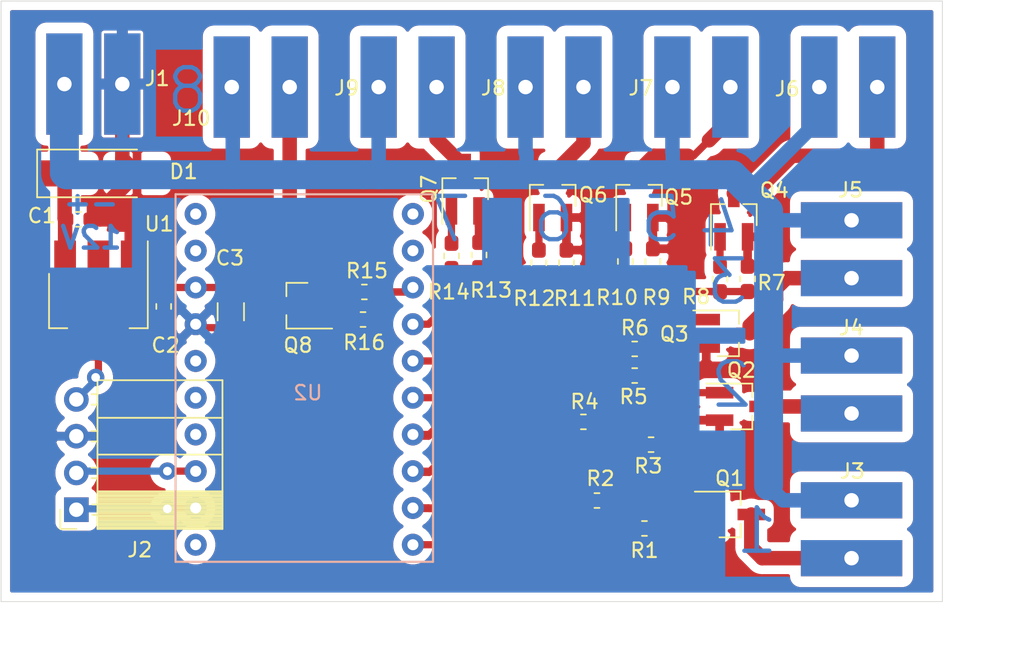
<source format=kicad_pcb>
(kicad_pcb (version 20171130) (host pcbnew 5.1.4)

  (general
    (thickness 1.6)
    (drawings 16)
    (tracks 204)
    (zones 0)
    (modules 40)
    (nets 30)
  )

  (page A4)
  (layers
    (0 F.Cu signal)
    (31 B.Cu signal)
    (32 B.Adhes user)
    (33 F.Adhes user)
    (34 B.Paste user)
    (35 F.Paste user)
    (36 B.SilkS user)
    (37 F.SilkS user)
    (38 B.Mask user)
    (39 F.Mask user)
    (40 Dwgs.User user)
    (41 Cmts.User user)
    (42 Eco1.User user)
    (43 Eco2.User user)
    (44 Edge.Cuts user)
    (45 Margin user)
    (46 B.CrtYd user)
    (47 F.CrtYd user)
    (48 B.Fab user)
    (49 F.Fab user)
  )

  (setup
    (last_trace_width 0.5)
    (user_trace_width 0.5)
    (user_trace_width 1)
    (user_trace_width 2)
    (trace_clearance 0.2)
    (zone_clearance 0.6)
    (zone_45_only no)
    (trace_min 0.2)
    (via_size 0.8)
    (via_drill 0.4)
    (via_min_size 0.4)
    (via_min_drill 0.3)
    (user_via 1.2 0.6)
    (uvia_size 0.3)
    (uvia_drill 0.1)
    (uvias_allowed no)
    (uvia_min_size 0.2)
    (uvia_min_drill 0.1)
    (edge_width 0.05)
    (segment_width 0.2)
    (pcb_text_width 0.3)
    (pcb_text_size 1.5 1.5)
    (mod_edge_width 0.12)
    (mod_text_size 1 1)
    (mod_text_width 0.15)
    (pad_size 1.524 1.524)
    (pad_drill 0.762)
    (pad_to_mask_clearance 0.051)
    (solder_mask_min_width 0.25)
    (aux_axis_origin 0 0)
    (visible_elements FFFFFF7F)
    (pcbplotparams
      (layerselection 0x00020_7ffffffe)
      (usegerberextensions false)
      (usegerberattributes false)
      (usegerberadvancedattributes false)
      (creategerberjobfile false)
      (excludeedgelayer false)
      (linewidth 0.100000)
      (plotframeref false)
      (viasonmask false)
      (mode 1)
      (useauxorigin false)
      (hpglpennumber 1)
      (hpglpenspeed 20)
      (hpglpendiameter 15.000000)
      (psnegative false)
      (psa4output false)
      (plotreference true)
      (plotvalue true)
      (plotinvisibletext false)
      (padsonsilk false)
      (subtractmaskfromsilk false)
      (outputformat 5)
      (mirror false)
      (drillshape 2)
      (scaleselection 1)
      (outputdirectory ""))
  )

  (net 0 "")
  (net 1 GND)
  (net 2 +12V)
  (net 3 +5V)
  (net 4 /Txd)
  (net 5 /Rxd)
  (net 6 "Net-(J3-Pad2)")
  (net 7 "Net-(J4-Pad2)")
  (net 8 "Net-(J5-Pad2)")
  (net 9 "Net-(J6-Pad2)")
  (net 10 "Net-(J7-Pad2)")
  (net 11 "Net-(J8-Pad2)")
  (net 12 "Net-(J9-Pad2)")
  (net 13 "Net-(J10-Pad2)")
  (net 14 "Net-(Q1-Pad1)")
  (net 15 "Net-(Q2-Pad1)")
  (net 16 "Net-(Q3-Pad1)")
  (net 17 "Net-(Q4-Pad1)")
  (net 18 "Net-(Q5-Pad1)")
  (net 19 "Net-(Q6-Pad1)")
  (net 20 "Net-(Q7-Pad1)")
  (net 21 "Net-(Q8-Pad1)")
  (net 22 /MOSFET/ChX)
  (net 23 /sheet5DFF31D8/ChX)
  (net 24 /sheet5DFF3431/ChX)
  (net 25 /sheet5DFF366E/ChX)
  (net 26 /sheet5DFF38E9/ChX)
  (net 27 /sheet5DFF4250/ChX)
  (net 28 /sheet5DFF447B/ChX)
  (net 29 /sheet5DFF4C24/ChX)

  (net_class Default "This is the default net class."
    (clearance 0.2)
    (trace_width 0.25)
    (via_dia 0.8)
    (via_drill 0.4)
    (uvia_dia 0.3)
    (uvia_drill 0.1)
    (add_net +12V)
    (add_net +5V)
    (add_net /MOSFET/ChX)
    (add_net /Rxd)
    (add_net /Txd)
    (add_net /sheet5DFF31D8/ChX)
    (add_net /sheet5DFF3431/ChX)
    (add_net /sheet5DFF366E/ChX)
    (add_net /sheet5DFF38E9/ChX)
    (add_net /sheet5DFF4250/ChX)
    (add_net /sheet5DFF447B/ChX)
    (add_net /sheet5DFF4C24/ChX)
    (add_net GND)
    (add_net "Net-(J10-Pad2)")
    (add_net "Net-(J3-Pad2)")
    (add_net "Net-(J4-Pad2)")
    (add_net "Net-(J5-Pad2)")
    (add_net "Net-(J6-Pad2)")
    (add_net "Net-(J7-Pad2)")
    (add_net "Net-(J8-Pad2)")
    (add_net "Net-(J9-Pad2)")
    (add_net "Net-(Q1-Pad1)")
    (add_net "Net-(Q2-Pad1)")
    (add_net "Net-(Q3-Pad1)")
    (add_net "Net-(Q4-Pad1)")
    (add_net "Net-(Q5-Pad1)")
    (add_net "Net-(Q6-Pad1)")
    (add_net "Net-(Q7-Pad1)")
    (add_net "Net-(Q8-Pad1)")
  )

  (module 8leds:STM8S103devbrd (layer B.Cu) (tedit 5DFC7743) (tstamp 5DFB140C)
    (at 131.438 57.321)
    (path /5DFA3AAD)
    (fp_text reference U2 (at 0.25 -0.25) (layer B.SilkS)
      (effects (font (size 1 1) (thickness 0.15)) (justify mirror))
    )
    (fp_text value STM8S103devbrd (at 0 10) (layer B.Fab)
      (effects (font (size 1 1) (thickness 0.15)) (justify mirror))
    )
    (fp_line (start -8.89 -13.97) (end -8.89 11.43) (layer B.SilkS) (width 0.15))
    (fp_line (start 8.89 -13.97) (end -8.89 -13.97) (layer B.SilkS) (width 0.15))
    (fp_line (start 8.89 11.43) (end 8.89 -13.97) (layer B.SilkS) (width 0.15))
    (fp_line (start -8.89 11.43) (end 8.89 11.43) (layer B.SilkS) (width 0.15))
    (pad 20 thru_hole circle (at 7.5 10.25) (size 1.524 1.524) (drill 0.762) (layers *.Cu *.Mask)
      (net 22 /MOSFET/ChX))
    (pad 19 thru_hole circle (at 7.5 7.71) (size 1.524 1.524) (drill 0.762) (layers *.Cu *.Mask)
      (net 23 /sheet5DFF31D8/ChX))
    (pad 18 thru_hole circle (at 7.5 5.17) (size 1.524 1.524) (drill 0.762) (layers *.Cu *.Mask)
      (net 24 /sheet5DFF3431/ChX))
    (pad 17 thru_hole circle (at 7.5 2.63) (size 1.524 1.524) (drill 0.762) (layers *.Cu *.Mask)
      (net 25 /sheet5DFF366E/ChX))
    (pad 16 thru_hole circle (at 7.5 0.09) (size 1.524 1.524) (drill 0.762) (layers *.Cu *.Mask)
      (net 26 /sheet5DFF38E9/ChX))
    (pad 15 thru_hole circle (at 7.5 -2.45) (size 1.524 1.524) (drill 0.762) (layers *.Cu *.Mask)
      (net 27 /sheet5DFF4250/ChX))
    (pad 14 thru_hole circle (at 7.5 -4.99) (size 1.524 1.524) (drill 0.762) (layers *.Cu *.Mask)
      (net 28 /sheet5DFF447B/ChX))
    (pad 13 thru_hole circle (at 7.5 -7.53) (size 1.524 1.524) (drill 0.762) (layers *.Cu *.Mask)
      (net 29 /sheet5DFF4C24/ChX))
    (pad 12 thru_hole circle (at 7.5 -10.07) (size 1.524 1.524) (drill 0.762) (layers *.Cu *.Mask))
    (pad 11 thru_hole circle (at 7.5 -12.61) (size 1.524 1.524) (drill 0.762) (layers *.Cu *.Mask))
    (pad 10 thru_hole circle (at -7.5 -12.61) (size 1.524 1.524) (drill 0.762) (layers *.Cu *.Mask))
    (pad 9 thru_hole circle (at -7.5 -10.07) (size 1.524 1.524) (drill 0.762) (layers *.Cu *.Mask))
    (pad 8 thru_hole circle (at -7.5 -7.53) (size 1.524 1.524) (drill 0.762) (layers *.Cu *.Mask)
      (net 3 +5V))
    (pad 7 thru_hole circle (at -7.5 -4.99) (size 1.524 1.524) (drill 0.762) (layers *.Cu *.Mask)
      (net 1 GND))
    (pad 6 thru_hole circle (at -7.5 -2.45) (size 1.524 1.524) (drill 0.762) (layers *.Cu *.Mask))
    (pad 5 thru_hole circle (at -7.5 0.09) (size 1.524 1.524) (drill 0.762) (layers *.Cu *.Mask))
    (pad 4 thru_hole circle (at -7.5 2.63) (size 1.524 1.524) (drill 0.762) (layers *.Cu *.Mask))
    (pad 3 thru_hole circle (at -7.5 5.17) (size 1.524 1.524) (drill 0.762) (layers *.Cu *.Mask)
      (net 4 /Txd))
    (pad 2 thru_hole circle (at -7.5 7.71) (size 1.524 1.524) (drill 0.762) (layers *.Cu *.Mask)
      (net 5 /Rxd))
    (pad 1 thru_hole circle (at -7.5 10.25) (size 1.524 1.524) (drill 0.762) (layers *.Cu *.Mask))
  )

  (module 8leds:solderpad2 (layer F.Cu) (tedit 5DFA3811) (tstamp 5DFA4A98)
    (at 116.872 35.7345 180)
    (path /5DFAB0E7)
    (fp_text reference J1 (at -4.413 0.381 180) (layer F.SilkS)
      (effects (font (size 1 1) (thickness 0.15)))
    )
    (fp_text value Conn2 (at 0.5 4.5 180) (layer F.Fab)
      (effects (font (size 1 1) (thickness 0.15)))
    )
    (pad 2 thru_hole rect (at 2 0 180) (size 2.5 7) (drill 1) (layers *.Cu *.Mask)
      (net 2 +12V) (clearance 0.75) (zone_connect 1) (thermal_width 0.75) (thermal_gap 0.2))
    (pad 1 thru_hole rect (at -2 0 180) (size 2.5 7) (drill 1) (layers *.Cu *.Mask)
      (net 1 GND) (clearance 0.75) (zone_connect 1) (thermal_width 0.75) (thermal_gap 0.2))
  )

  (module 8leds:solderpad2 (layer F.Cu) (tedit 5DFA3811) (tstamp 5DFA4ABC)
    (at 169.2308 56.5 270)
    (path /5DFF31DB/5DFCBDDF)
    (fp_text reference J4 (at -3.922 0.0033 180) (layer F.SilkS)
      (effects (font (size 1 1) (thickness 0.15)))
    )
    (fp_text value Conn2 (at 0.5 4.5 90) (layer F.Fab)
      (effects (font (size 1 1) (thickness 0.15)))
    )
    (pad 2 thru_hole rect (at 2 0 270) (size 2.5 7) (drill 1) (layers *.Cu *.Mask)
      (net 7 "Net-(J4-Pad2)") (clearance 0.75) (zone_connect 1) (thermal_width 0.75) (thermal_gap 0.2))
    (pad 1 thru_hole rect (at -2 0 270) (size 2.5 7) (drill 1) (layers *.Cu *.Mask)
      (net 2 +12V) (clearance 0.75) (zone_connect 1) (thermal_width 0.75) (thermal_gap 0.2))
  )

  (module 8leds:solderpad2 (layer F.Cu) (tedit 5DFA3811) (tstamp 5DFA4AC2)
    (at 169.2308 47.149 270)
    (path /5DFF3434/5DFCBDDF)
    (fp_text reference J5 (at -4.096 0.0668 180) (layer F.SilkS)
      (effects (font (size 1 1) (thickness 0.15)))
    )
    (fp_text value Conn2 (at 0.5 4.5 270) (layer F.Fab)
      (effects (font (size 1 1) (thickness 0.15)))
    )
    (pad 2 thru_hole rect (at 2 0 270) (size 2.5 7) (drill 1) (layers *.Cu *.Mask)
      (net 8 "Net-(J5-Pad2)") (clearance 0.75) (zone_connect 1) (thermal_width 0.75) (thermal_gap 0.2))
    (pad 1 thru_hole rect (at -2 0 270) (size 2.5 7) (drill 1) (layers *.Cu *.Mask)
      (net 2 +12V) (clearance 0.75) (zone_connect 1) (thermal_width 0.75) (thermal_gap 0.2))
  )

  (module 8leds:solderpad2 (layer F.Cu) (tedit 5DFA3811) (tstamp 5DFA4AB6)
    (at 169.2308 66.5 270)
    (path /5DFCAF2B/5DFCBDDF)
    (fp_text reference J3 (at -4.016 -0.0602 180) (layer F.SilkS)
      (effects (font (size 1 1) (thickness 0.15)))
    )
    (fp_text value Conn2 (at 0.5 4.5 90) (layer F.Fab)
      (effects (font (size 1 1) (thickness 0.15)))
    )
    (pad 2 thru_hole rect (at 2 0 270) (size 2.5 7) (drill 1) (layers *.Cu *.Mask)
      (net 6 "Net-(J3-Pad2)") (clearance 0.75) (zone_connect 1) (thermal_width 0.75) (thermal_gap 0.2))
    (pad 1 thru_hole rect (at -2 0 270) (size 2.5 7) (drill 1) (layers *.Cu *.Mask)
      (net 2 +12V) (clearance 0.75) (zone_connect 1) (thermal_width 0.75) (thermal_gap 0.2))
  )

  (module 8leds:solderpad2 (layer F.Cu) (tedit 5DFA3811) (tstamp 5DFA4AC8)
    (at 169.0055 35.941)
    (path /5DFF3671/5DFCBDDF)
    (fp_text reference J6 (at -4.223 0.127) (layer F.SilkS)
      (effects (font (size 1 1) (thickness 0.15)))
    )
    (fp_text value Conn2 (at 0.5 4.5) (layer F.Fab)
      (effects (font (size 1 1) (thickness 0.15)))
    )
    (pad 2 thru_hole rect (at 2 0) (size 2.5 7) (drill 1) (layers *.Cu *.Mask)
      (net 9 "Net-(J6-Pad2)") (clearance 0.75) (zone_connect 1) (thermal_width 0.75) (thermal_gap 0.2))
    (pad 1 thru_hole rect (at -2 0) (size 2.5 7) (drill 1) (layers *.Cu *.Mask)
      (net 2 +12V) (clearance 0.75) (zone_connect 1) (thermal_width 0.75) (thermal_gap 0.2))
  )

  (module 8leds:solderpad2 (layer F.Cu) (tedit 5DFA3811) (tstamp 5DFA4ACE)
    (at 158.861375 35.941)
    (path /5DFF38EC/5DFCBDDF)
    (fp_text reference J7 (at -4.175375 0.0635) (layer F.SilkS)
      (effects (font (size 1 1) (thickness 0.15)))
    )
    (fp_text value Conn2 (at 0.5 4.5) (layer F.Fab)
      (effects (font (size 1 1) (thickness 0.15)))
    )
    (pad 2 thru_hole rect (at 2 0) (size 2.5 7) (drill 1) (layers *.Cu *.Mask)
      (net 10 "Net-(J7-Pad2)") (clearance 0.75) (zone_connect 1) (thermal_width 0.75) (thermal_gap 0.2))
    (pad 1 thru_hole rect (at -2 0) (size 2.5 7) (drill 1) (layers *.Cu *.Mask)
      (net 2 +12V) (clearance 0.75) (zone_connect 1) (thermal_width 0.75) (thermal_gap 0.2))
  )

  (module 8leds:solderpad2 (layer F.Cu) (tedit 5DFA3811) (tstamp 5DFA6B1B)
    (at 148.71725 35.941)
    (path /5DFF4253/5DFCBDDF)
    (fp_text reference J8 (at -4.2225 0.0635) (layer F.SilkS)
      (effects (font (size 1 1) (thickness 0.15)))
    )
    (fp_text value Conn2 (at 0.5 4.5) (layer F.Fab)
      (effects (font (size 1 1) (thickness 0.15)))
    )
    (pad 2 thru_hole rect (at 2 0) (size 2.5 7) (drill 1) (layers *.Cu *.Mask)
      (net 11 "Net-(J8-Pad2)") (clearance 0.75) (zone_connect 1) (thermal_width 0.75) (thermal_gap 0.2))
    (pad 1 thru_hole rect (at -2 0) (size 2.5 7) (drill 1) (layers *.Cu *.Mask)
      (net 2 +12V) (clearance 0.75) (zone_connect 1) (thermal_width 0.75) (thermal_gap 0.2))
  )

  (module 8leds:solderpad2 (layer F.Cu) (tedit 5DFA3811) (tstamp 5DFA4ADA)
    (at 138.573125 35.941)
    (path /5DFF447E/5DFCBDDF)
    (fp_text reference J9 (at -4.207125 0.0635) (layer F.SilkS)
      (effects (font (size 1 1) (thickness 0.15)))
    )
    (fp_text value Conn2 (at 0.5 4.5) (layer F.Fab)
      (effects (font (size 1 1) (thickness 0.15)))
    )
    (pad 2 thru_hole rect (at 2 0) (size 2.5 7) (drill 1) (layers *.Cu *.Mask)
      (net 12 "Net-(J9-Pad2)") (clearance 0.75) (zone_connect 1) (thermal_width 0.75) (thermal_gap 0.2))
    (pad 1 thru_hole rect (at -2 0) (size 2.5 7) (drill 1) (layers *.Cu *.Mask)
      (net 2 +12V) (clearance 0.75) (zone_connect 1) (thermal_width 0.75) (thermal_gap 0.2))
  )

  (module 8leds:solderpad2 (layer F.Cu) (tedit 5DFA3811) (tstamp 5DFA4AE0)
    (at 128.429 35.941)
    (path /5DFF4C27/5DFCBDDF)
    (fp_text reference J10 (at -4.7945 2.159) (layer F.SilkS)
      (effects (font (size 1 1) (thickness 0.15)))
    )
    (fp_text value Conn2 (at 0.5 4.5) (layer F.Fab)
      (effects (font (size 1 1) (thickness 0.15)))
    )
    (pad 2 thru_hole rect (at 2 0) (size 2.5 7) (drill 1) (layers *.Cu *.Mask)
      (net 13 "Net-(J10-Pad2)") (clearance 0.75) (zone_connect 1) (thermal_width 0.75) (thermal_gap 0.2))
    (pad 1 thru_hole rect (at -2 0) (size 2.5 7) (drill 1) (layers *.Cu *.Mask)
      (net 2 +12V) (clearance 0.75) (zone_connect 1) (thermal_width 0.75) (thermal_gap 0.2))
  )

  (module Resistor_SMD:R_0603_1608Metric_Pad1.05x0.95mm_HandSolder (layer F.Cu) (tedit 5B301BBD) (tstamp 5DFA6ABA)
    (at 149.5425 48.0835 90)
    (descr "Resistor SMD 0603 (1608 Metric), square (rectangular) end terminal, IPC_7351 nominal with elongated pad for handsoldering. (Body size source: http://www.tortai-tech.com/upload/download/2011102023233369053.pdf), generated with kicad-footprint-generator")
    (tags "resistor handsolder")
    (path /5DFF4253/5DFD6F6F)
    (attr smd)
    (fp_text reference R11 (at -2.4625 0.5715 180) (layer F.SilkS)
      (effects (font (size 1 1) (thickness 0.15)))
    )
    (fp_text value 10k (at 0 1.43 90) (layer F.Fab)
      (effects (font (size 1 1) (thickness 0.15)))
    )
    (fp_text user %R (at 0 0 90) (layer F.Fab)
      (effects (font (size 0.4 0.4) (thickness 0.06)))
    )
    (fp_line (start 1.65 0.73) (end -1.65 0.73) (layer F.CrtYd) (width 0.05))
    (fp_line (start 1.65 -0.73) (end 1.65 0.73) (layer F.CrtYd) (width 0.05))
    (fp_line (start -1.65 -0.73) (end 1.65 -0.73) (layer F.CrtYd) (width 0.05))
    (fp_line (start -1.65 0.73) (end -1.65 -0.73) (layer F.CrtYd) (width 0.05))
    (fp_line (start -0.171267 0.51) (end 0.171267 0.51) (layer F.SilkS) (width 0.12))
    (fp_line (start -0.171267 -0.51) (end 0.171267 -0.51) (layer F.SilkS) (width 0.12))
    (fp_line (start 0.8 0.4) (end -0.8 0.4) (layer F.Fab) (width 0.1))
    (fp_line (start 0.8 -0.4) (end 0.8 0.4) (layer F.Fab) (width 0.1))
    (fp_line (start -0.8 -0.4) (end 0.8 -0.4) (layer F.Fab) (width 0.1))
    (fp_line (start -0.8 0.4) (end -0.8 -0.4) (layer F.Fab) (width 0.1))
    (pad 2 smd roundrect (at 0.875 0 90) (size 1.05 0.95) (layers F.Cu F.Paste F.Mask) (roundrect_rratio 0.25)
      (net 1 GND))
    (pad 1 smd roundrect (at -0.875 0 90) (size 1.05 0.95) (layers F.Cu F.Paste F.Mask) (roundrect_rratio 0.25)
      (net 27 /sheet5DFF4250/ChX))
    (model ${KISYS3DMOD}/Resistor_SMD.3dshapes/R_0603_1608Metric.wrl
      (at (xyz 0 0 0))
      (scale (xyz 1 1 1))
      (rotate (xyz 0 0 0))
    )
  )

  (module Resistor_SMD:R_0603_1608Metric_Pad1.05x0.95mm_HandSolder (layer F.Cu) (tedit 5B301BBD) (tstamp 5DFA6A8A)
    (at 147.6375 48.0835 270)
    (descr "Resistor SMD 0603 (1608 Metric), square (rectangular) end terminal, IPC_7351 nominal with elongated pad for handsoldering. (Body size source: http://www.tortai-tech.com/upload/download/2011102023233369053.pdf), generated with kicad-footprint-generator")
    (tags "resistor handsolder")
    (path /5DFF4253/5DFDCC74)
    (attr smd)
    (fp_text reference R12 (at 2.4625 0.3175 180) (layer F.SilkS)
      (effects (font (size 1 1) (thickness 0.15)))
    )
    (fp_text value 510 (at 0 1.43 90) (layer F.Fab)
      (effects (font (size 1 1) (thickness 0.15)))
    )
    (fp_line (start -0.8 0.4) (end -0.8 -0.4) (layer F.Fab) (width 0.1))
    (fp_line (start -0.8 -0.4) (end 0.8 -0.4) (layer F.Fab) (width 0.1))
    (fp_line (start 0.8 -0.4) (end 0.8 0.4) (layer F.Fab) (width 0.1))
    (fp_line (start 0.8 0.4) (end -0.8 0.4) (layer F.Fab) (width 0.1))
    (fp_line (start -0.171267 -0.51) (end 0.171267 -0.51) (layer F.SilkS) (width 0.12))
    (fp_line (start -0.171267 0.51) (end 0.171267 0.51) (layer F.SilkS) (width 0.12))
    (fp_line (start -1.65 0.73) (end -1.65 -0.73) (layer F.CrtYd) (width 0.05))
    (fp_line (start -1.65 -0.73) (end 1.65 -0.73) (layer F.CrtYd) (width 0.05))
    (fp_line (start 1.65 -0.73) (end 1.65 0.73) (layer F.CrtYd) (width 0.05))
    (fp_line (start 1.65 0.73) (end -1.65 0.73) (layer F.CrtYd) (width 0.05))
    (fp_text user %R (at 0 0 90) (layer F.Fab)
      (effects (font (size 0.4 0.4) (thickness 0.06)))
    )
    (pad 1 smd roundrect (at -0.875 0 270) (size 1.05 0.95) (layers F.Cu F.Paste F.Mask) (roundrect_rratio 0.25)
      (net 19 "Net-(Q6-Pad1)"))
    (pad 2 smd roundrect (at 0.875 0 270) (size 1.05 0.95) (layers F.Cu F.Paste F.Mask) (roundrect_rratio 0.25)
      (net 27 /sheet5DFF4250/ChX))
    (model ${KISYS3DMOD}/Resistor_SMD.3dshapes/R_0603_1608Metric.wrl
      (at (xyz 0 0 0))
      (scale (xyz 1 1 1))
      (rotate (xyz 0 0 0))
    )
  )

  (module Capacitor_SMD:C_0603_1608Metric_Pad1.05x0.95mm_HandSolder (layer F.Cu) (tedit 5B301BBE) (tstamp 5DFA5AD3)
    (at 115.838 45.085 180)
    (descr "Capacitor SMD 0603 (1608 Metric), square (rectangular) end terminal, IPC_7351 nominal with elongated pad for handsoldering. (Body size source: http://www.tortai-tech.com/upload/download/2011102023233369053.pdf), generated with kicad-footprint-generator")
    (tags "capacitor handsolder")
    (path /5DFA6886)
    (attr smd)
    (fp_text reference C1 (at 2.526 0.254) (layer F.SilkS)
      (effects (font (size 1 1) (thickness 0.15)))
    )
    (fp_text value 0.1 (at 0 1.43) (layer F.Fab)
      (effects (font (size 1 1) (thickness 0.15)))
    )
    (fp_line (start -0.8 0.4) (end -0.8 -0.4) (layer F.Fab) (width 0.1))
    (fp_line (start -0.8 -0.4) (end 0.8 -0.4) (layer F.Fab) (width 0.1))
    (fp_line (start 0.8 -0.4) (end 0.8 0.4) (layer F.Fab) (width 0.1))
    (fp_line (start 0.8 0.4) (end -0.8 0.4) (layer F.Fab) (width 0.1))
    (fp_line (start -0.171267 -0.51) (end 0.171267 -0.51) (layer F.SilkS) (width 0.12))
    (fp_line (start -0.171267 0.51) (end 0.171267 0.51) (layer F.SilkS) (width 0.12))
    (fp_line (start -1.65 0.73) (end -1.65 -0.73) (layer F.CrtYd) (width 0.05))
    (fp_line (start -1.65 -0.73) (end 1.65 -0.73) (layer F.CrtYd) (width 0.05))
    (fp_line (start 1.65 -0.73) (end 1.65 0.73) (layer F.CrtYd) (width 0.05))
    (fp_line (start 1.65 0.73) (end -1.65 0.73) (layer F.CrtYd) (width 0.05))
    (fp_text user %R (at 0 0) (layer F.Fab)
      (effects (font (size 0.4 0.4) (thickness 0.06)))
    )
    (pad 1 smd roundrect (at -0.875 0 180) (size 1.05 0.95) (layers F.Cu F.Paste F.Mask) (roundrect_rratio 0.25)
      (net 1 GND))
    (pad 2 smd roundrect (at 0.875 0 180) (size 1.05 0.95) (layers F.Cu F.Paste F.Mask) (roundrect_rratio 0.25)
      (net 2 +12V))
    (model ${KISYS3DMOD}/Capacitor_SMD.3dshapes/C_0603_1608Metric.wrl
      (at (xyz 0 0 0))
      (scale (xyz 1 1 1))
      (rotate (xyz 0 0 0))
    )
  )

  (module Capacitor_SMD:C_0603_1608Metric_Pad1.05x0.95mm_HandSolder (layer F.Cu) (tedit 5B301BBE) (tstamp 5DFA4A69)
    (at 121.7295 51.1035 90)
    (descr "Capacitor SMD 0603 (1608 Metric), square (rectangular) end terminal, IPC_7351 nominal with elongated pad for handsoldering. (Body size source: http://www.tortai-tech.com/upload/download/2011102023233369053.pdf), generated with kicad-footprint-generator")
    (tags "capacitor handsolder")
    (path /5DFA883D)
    (attr smd)
    (fp_text reference C2 (at -2.681 0.127 180) (layer F.SilkS)
      (effects (font (size 1 1) (thickness 0.15)))
    )
    (fp_text value 0.1 (at 0 1.43 90) (layer F.Fab)
      (effects (font (size 1 1) (thickness 0.15)))
    )
    (fp_text user %R (at 0 0 90) (layer F.Fab)
      (effects (font (size 0.4 0.4) (thickness 0.06)))
    )
    (fp_line (start 1.65 0.73) (end -1.65 0.73) (layer F.CrtYd) (width 0.05))
    (fp_line (start 1.65 -0.73) (end 1.65 0.73) (layer F.CrtYd) (width 0.05))
    (fp_line (start -1.65 -0.73) (end 1.65 -0.73) (layer F.CrtYd) (width 0.05))
    (fp_line (start -1.65 0.73) (end -1.65 -0.73) (layer F.CrtYd) (width 0.05))
    (fp_line (start -0.171267 0.51) (end 0.171267 0.51) (layer F.SilkS) (width 0.12))
    (fp_line (start -0.171267 -0.51) (end 0.171267 -0.51) (layer F.SilkS) (width 0.12))
    (fp_line (start 0.8 0.4) (end -0.8 0.4) (layer F.Fab) (width 0.1))
    (fp_line (start 0.8 -0.4) (end 0.8 0.4) (layer F.Fab) (width 0.1))
    (fp_line (start -0.8 -0.4) (end 0.8 -0.4) (layer F.Fab) (width 0.1))
    (fp_line (start -0.8 0.4) (end -0.8 -0.4) (layer F.Fab) (width 0.1))
    (pad 2 smd roundrect (at 0.875 0 90) (size 1.05 0.95) (layers F.Cu F.Paste F.Mask) (roundrect_rratio 0.25)
      (net 3 +5V))
    (pad 1 smd roundrect (at -0.875 0 90) (size 1.05 0.95) (layers F.Cu F.Paste F.Mask) (roundrect_rratio 0.25)
      (net 1 GND))
    (model ${KISYS3DMOD}/Capacitor_SMD.3dshapes/C_0603_1608Metric.wrl
      (at (xyz 0 0 0))
      (scale (xyz 1 1 1))
      (rotate (xyz 0 0 0))
    )
  )

  (module Diode_SMD:D_SMA_Handsoldering (layer F.Cu) (tedit 58643398) (tstamp 5DFA4A92)
    (at 117.388 41.91)
    (descr "Diode SMA (DO-214AC) Handsoldering")
    (tags "Diode SMA (DO-214AC) Handsoldering")
    (path /5DFACAEE)
    (attr smd)
    (fp_text reference D1 (at 5.715 -0.127) (layer F.SilkS)
      (effects (font (size 1 1) (thickness 0.15)))
    )
    (fp_text value SS14 (at 0 2.6) (layer F.Fab)
      (effects (font (size 1 1) (thickness 0.15)))
    )
    (fp_text user %R (at 0 -2.5) (layer F.Fab)
      (effects (font (size 1 1) (thickness 0.15)))
    )
    (fp_line (start -4.4 -1.65) (end -4.4 1.65) (layer F.SilkS) (width 0.12))
    (fp_line (start 2.3 1.5) (end -2.3 1.5) (layer F.Fab) (width 0.1))
    (fp_line (start -2.3 1.5) (end -2.3 -1.5) (layer F.Fab) (width 0.1))
    (fp_line (start 2.3 -1.5) (end 2.3 1.5) (layer F.Fab) (width 0.1))
    (fp_line (start 2.3 -1.5) (end -2.3 -1.5) (layer F.Fab) (width 0.1))
    (fp_line (start -4.5 -1.75) (end 4.5 -1.75) (layer F.CrtYd) (width 0.05))
    (fp_line (start 4.5 -1.75) (end 4.5 1.75) (layer F.CrtYd) (width 0.05))
    (fp_line (start 4.5 1.75) (end -4.5 1.75) (layer F.CrtYd) (width 0.05))
    (fp_line (start -4.5 1.75) (end -4.5 -1.75) (layer F.CrtYd) (width 0.05))
    (fp_line (start -0.64944 0.00102) (end -1.55114 0.00102) (layer F.Fab) (width 0.1))
    (fp_line (start 0.50118 0.00102) (end 1.4994 0.00102) (layer F.Fab) (width 0.1))
    (fp_line (start -0.64944 -0.79908) (end -0.64944 0.80112) (layer F.Fab) (width 0.1))
    (fp_line (start 0.50118 0.75032) (end 0.50118 -0.79908) (layer F.Fab) (width 0.1))
    (fp_line (start -0.64944 0.00102) (end 0.50118 0.75032) (layer F.Fab) (width 0.1))
    (fp_line (start -0.64944 0.00102) (end 0.50118 -0.79908) (layer F.Fab) (width 0.1))
    (fp_line (start -4.4 1.65) (end 2.5 1.65) (layer F.SilkS) (width 0.12))
    (fp_line (start -4.4 -1.65) (end 2.5 -1.65) (layer F.SilkS) (width 0.12))
    (pad 1 smd rect (at -2.5 0) (size 3.5 1.8) (layers F.Cu F.Paste F.Mask)
      (net 2 +12V))
    (pad 2 smd rect (at 2.5 0) (size 3.5 1.8) (layers F.Cu F.Paste F.Mask)
      (net 1 GND))
    (model ${KISYS3DMOD}/Diode_SMD.3dshapes/D_SMA.wrl
      (at (xyz 0 0 0))
      (scale (xyz 1 1 1))
      (rotate (xyz 0 0 0))
    )
  )

  (module TO_SOT_Packages_SMD:SOT-23_Handsoldering (layer F.Cu) (tedit 5A0AB76C) (tstamp 5DFA4AF5)
    (at 160.806 65.4812)
    (descr "SOT-23, Handsoldering")
    (tags SOT-23)
    (path /5DFCAF2B/5DFCC390)
    (attr smd)
    (fp_text reference Q1 (at 0 -2.5) (layer F.SilkS)
      (effects (font (size 1 1) (thickness 0.15)))
    )
    (fp_text value IRLML2502 (at 0 2.5) (layer F.Fab)
      (effects (font (size 1 1) (thickness 0.15)))
    )
    (fp_text user %R (at 0 0 90) (layer F.Fab)
      (effects (font (size 0.5 0.5) (thickness 0.075)))
    )
    (fp_line (start 0.76 1.58) (end 0.76 0.65) (layer F.SilkS) (width 0.12))
    (fp_line (start 0.76 -1.58) (end 0.76 -0.65) (layer F.SilkS) (width 0.12))
    (fp_line (start -2.7 -1.75) (end 2.7 -1.75) (layer F.CrtYd) (width 0.05))
    (fp_line (start 2.7 -1.75) (end 2.7 1.75) (layer F.CrtYd) (width 0.05))
    (fp_line (start 2.7 1.75) (end -2.7 1.75) (layer F.CrtYd) (width 0.05))
    (fp_line (start -2.7 1.75) (end -2.7 -1.75) (layer F.CrtYd) (width 0.05))
    (fp_line (start 0.76 -1.58) (end -2.4 -1.58) (layer F.SilkS) (width 0.12))
    (fp_line (start -0.7 -0.95) (end -0.7 1.5) (layer F.Fab) (width 0.1))
    (fp_line (start -0.15 -1.52) (end 0.7 -1.52) (layer F.Fab) (width 0.1))
    (fp_line (start -0.7 -0.95) (end -0.15 -1.52) (layer F.Fab) (width 0.1))
    (fp_line (start 0.7 -1.52) (end 0.7 1.52) (layer F.Fab) (width 0.1))
    (fp_line (start -0.7 1.52) (end 0.7 1.52) (layer F.Fab) (width 0.1))
    (fp_line (start 0.76 1.58) (end -0.7 1.58) (layer F.SilkS) (width 0.12))
    (pad 1 smd rect (at -1.5 -0.95) (size 1.9 0.8) (layers F.Cu F.Paste F.Mask)
      (net 14 "Net-(Q1-Pad1)"))
    (pad 2 smd rect (at -1.5 0.95) (size 1.9 0.8) (layers F.Cu F.Paste F.Mask)
      (net 1 GND))
    (pad 3 smd rect (at 1.5 0) (size 1.9 0.8) (layers F.Cu F.Paste F.Mask)
      (net 6 "Net-(J3-Pad2)"))
    (model ${KISYS3DMOD}/Package_TO_SOT_SMD.3dshapes/SOT-23.wrl
      (at (xyz 0 0 0))
      (scale (xyz 1 1 1))
      (rotate (xyz 0 0 0))
    )
  )

  (module TO_SOT_Packages_SMD:SOT-23_Handsoldering (layer F.Cu) (tedit 5A0AB76C) (tstamp 5DFA4B0A)
    (at 161.6188 58.0136)
    (descr "SOT-23, Handsoldering")
    (tags SOT-23)
    (path /5DFF31DB/5DFCC390)
    (attr smd)
    (fp_text reference Q2 (at 0 -2.5) (layer F.SilkS)
      (effects (font (size 1 1) (thickness 0.15)))
    )
    (fp_text value IRLML2502 (at 0 2.5) (layer F.Fab)
      (effects (font (size 1 1) (thickness 0.15)))
    )
    (fp_text user %R (at 0 0 90) (layer F.Fab)
      (effects (font (size 0.5 0.5) (thickness 0.075)))
    )
    (fp_line (start 0.76 1.58) (end 0.76 0.65) (layer F.SilkS) (width 0.12))
    (fp_line (start 0.76 -1.58) (end 0.76 -0.65) (layer F.SilkS) (width 0.12))
    (fp_line (start -2.7 -1.75) (end 2.7 -1.75) (layer F.CrtYd) (width 0.05))
    (fp_line (start 2.7 -1.75) (end 2.7 1.75) (layer F.CrtYd) (width 0.05))
    (fp_line (start 2.7 1.75) (end -2.7 1.75) (layer F.CrtYd) (width 0.05))
    (fp_line (start -2.7 1.75) (end -2.7 -1.75) (layer F.CrtYd) (width 0.05))
    (fp_line (start 0.76 -1.58) (end -2.4 -1.58) (layer F.SilkS) (width 0.12))
    (fp_line (start -0.7 -0.95) (end -0.7 1.5) (layer F.Fab) (width 0.1))
    (fp_line (start -0.15 -1.52) (end 0.7 -1.52) (layer F.Fab) (width 0.1))
    (fp_line (start -0.7 -0.95) (end -0.15 -1.52) (layer F.Fab) (width 0.1))
    (fp_line (start 0.7 -1.52) (end 0.7 1.52) (layer F.Fab) (width 0.1))
    (fp_line (start -0.7 1.52) (end 0.7 1.52) (layer F.Fab) (width 0.1))
    (fp_line (start 0.76 1.58) (end -0.7 1.58) (layer F.SilkS) (width 0.12))
    (pad 1 smd rect (at -1.5 -0.95) (size 1.9 0.8) (layers F.Cu F.Paste F.Mask)
      (net 15 "Net-(Q2-Pad1)"))
    (pad 2 smd rect (at -1.5 0.95) (size 1.9 0.8) (layers F.Cu F.Paste F.Mask)
      (net 1 GND))
    (pad 3 smd rect (at 1.5 0) (size 1.9 0.8) (layers F.Cu F.Paste F.Mask)
      (net 7 "Net-(J4-Pad2)"))
    (model ${KISYS3DMOD}/Package_TO_SOT_SMD.3dshapes/SOT-23.wrl
      (at (xyz 0 0 0))
      (scale (xyz 1 1 1))
      (rotate (xyz 0 0 0))
    )
  )

  (module TO_SOT_Packages_SMD:SOT-23_Handsoldering (layer F.Cu) (tedit 5A0AB76C) (tstamp 5DFA9758)
    (at 160.6945 52.9615)
    (descr "SOT-23, Handsoldering")
    (tags SOT-23)
    (path /5DFF3434/5DFCC390)
    (attr smd)
    (fp_text reference Q3 (at -3.707 0.0508) (layer F.SilkS)
      (effects (font (size 1 1) (thickness 0.15)))
    )
    (fp_text value IRLML2502 (at 0 2.5) (layer F.Fab)
      (effects (font (size 1 1) (thickness 0.15)))
    )
    (fp_text user %R (at 0 0 90) (layer F.Fab)
      (effects (font (size 0.5 0.5) (thickness 0.075)))
    )
    (fp_line (start 0.76 1.58) (end 0.76 0.65) (layer F.SilkS) (width 0.12))
    (fp_line (start 0.76 -1.58) (end 0.76 -0.65) (layer F.SilkS) (width 0.12))
    (fp_line (start -2.7 -1.75) (end 2.7 -1.75) (layer F.CrtYd) (width 0.05))
    (fp_line (start 2.7 -1.75) (end 2.7 1.75) (layer F.CrtYd) (width 0.05))
    (fp_line (start 2.7 1.75) (end -2.7 1.75) (layer F.CrtYd) (width 0.05))
    (fp_line (start -2.7 1.75) (end -2.7 -1.75) (layer F.CrtYd) (width 0.05))
    (fp_line (start 0.76 -1.58) (end -2.4 -1.58) (layer F.SilkS) (width 0.12))
    (fp_line (start -0.7 -0.95) (end -0.7 1.5) (layer F.Fab) (width 0.1))
    (fp_line (start -0.15 -1.52) (end 0.7 -1.52) (layer F.Fab) (width 0.1))
    (fp_line (start -0.7 -0.95) (end -0.15 -1.52) (layer F.Fab) (width 0.1))
    (fp_line (start 0.7 -1.52) (end 0.7 1.52) (layer F.Fab) (width 0.1))
    (fp_line (start -0.7 1.52) (end 0.7 1.52) (layer F.Fab) (width 0.1))
    (fp_line (start 0.76 1.58) (end -0.7 1.58) (layer F.SilkS) (width 0.12))
    (pad 1 smd rect (at -1.5 -0.95) (size 1.9 0.8) (layers F.Cu F.Paste F.Mask)
      (net 16 "Net-(Q3-Pad1)"))
    (pad 2 smd rect (at -1.5 0.95) (size 1.9 0.8) (layers F.Cu F.Paste F.Mask)
      (net 1 GND))
    (pad 3 smd rect (at 1.5 0) (size 1.9 0.8) (layers F.Cu F.Paste F.Mask)
      (net 8 "Net-(J5-Pad2)"))
    (model ${KISYS3DMOD}/Package_TO_SOT_SMD.3dshapes/SOT-23.wrl
      (at (xyz 0 0 0))
      (scale (xyz 1 1 1))
      (rotate (xyz 0 0 0))
    )
  )

  (module TO_SOT_Packages_SMD:SOT-23_Handsoldering (layer F.Cu) (tedit 5A0AB76C) (tstamp 5DFA4B34)
    (at 161.0995 44.7915 90)
    (descr "SOT-23, Handsoldering")
    (tags SOT-23)
    (path /5DFF3671/5DFCC390)
    (attr smd)
    (fp_text reference Q4 (at 1.7145 2.794 180) (layer F.SilkS)
      (effects (font (size 1 1) (thickness 0.15)))
    )
    (fp_text value IRLML2502 (at 0 2.5 90) (layer F.Fab)
      (effects (font (size 1 1) (thickness 0.15)))
    )
    (fp_line (start 0.76 1.58) (end -0.7 1.58) (layer F.SilkS) (width 0.12))
    (fp_line (start -0.7 1.52) (end 0.7 1.52) (layer F.Fab) (width 0.1))
    (fp_line (start 0.7 -1.52) (end 0.7 1.52) (layer F.Fab) (width 0.1))
    (fp_line (start -0.7 -0.95) (end -0.15 -1.52) (layer F.Fab) (width 0.1))
    (fp_line (start -0.15 -1.52) (end 0.7 -1.52) (layer F.Fab) (width 0.1))
    (fp_line (start -0.7 -0.95) (end -0.7 1.5) (layer F.Fab) (width 0.1))
    (fp_line (start 0.76 -1.58) (end -2.4 -1.58) (layer F.SilkS) (width 0.12))
    (fp_line (start -2.7 1.75) (end -2.7 -1.75) (layer F.CrtYd) (width 0.05))
    (fp_line (start 2.7 1.75) (end -2.7 1.75) (layer F.CrtYd) (width 0.05))
    (fp_line (start 2.7 -1.75) (end 2.7 1.75) (layer F.CrtYd) (width 0.05))
    (fp_line (start -2.7 -1.75) (end 2.7 -1.75) (layer F.CrtYd) (width 0.05))
    (fp_line (start 0.76 -1.58) (end 0.76 -0.65) (layer F.SilkS) (width 0.12))
    (fp_line (start 0.76 1.58) (end 0.76 0.65) (layer F.SilkS) (width 0.12))
    (fp_text user %R (at 0 0) (layer F.Fab)
      (effects (font (size 0.5 0.5) (thickness 0.075)))
    )
    (pad 3 smd rect (at 1.5 0 90) (size 1.9 0.8) (layers F.Cu F.Paste F.Mask)
      (net 9 "Net-(J6-Pad2)"))
    (pad 2 smd rect (at -1.5 0.95 90) (size 1.9 0.8) (layers F.Cu F.Paste F.Mask)
      (net 1 GND))
    (pad 1 smd rect (at -1.5 -0.95 90) (size 1.9 0.8) (layers F.Cu F.Paste F.Mask)
      (net 17 "Net-(Q4-Pad1)"))
    (model ${KISYS3DMOD}/Package_TO_SOT_SMD.3dshapes/SOT-23.wrl
      (at (xyz 0 0 0))
      (scale (xyz 1 1 1))
      (rotate (xyz 0 0 0))
    )
  )

  (module TO_SOT_Packages_SMD:SOT-23_Handsoldering (layer F.Cu) (tedit 5A0AB76C) (tstamp 5DFA4B49)
    (at 154.5565 43.458 90)
    (descr "SOT-23, Handsoldering")
    (tags SOT-23)
    (path /5DFF38EC/5DFCC390)
    (attr smd)
    (fp_text reference Q5 (at -0.0875 2.7305 180) (layer F.SilkS)
      (effects (font (size 1 1) (thickness 0.15)))
    )
    (fp_text value IRLML2502 (at 0 2.5 90) (layer F.Fab)
      (effects (font (size 1 1) (thickness 0.15)))
    )
    (fp_line (start 0.76 1.58) (end -0.7 1.58) (layer F.SilkS) (width 0.12))
    (fp_line (start -0.7 1.52) (end 0.7 1.52) (layer F.Fab) (width 0.1))
    (fp_line (start 0.7 -1.52) (end 0.7 1.52) (layer F.Fab) (width 0.1))
    (fp_line (start -0.7 -0.95) (end -0.15 -1.52) (layer F.Fab) (width 0.1))
    (fp_line (start -0.15 -1.52) (end 0.7 -1.52) (layer F.Fab) (width 0.1))
    (fp_line (start -0.7 -0.95) (end -0.7 1.5) (layer F.Fab) (width 0.1))
    (fp_line (start 0.76 -1.58) (end -2.4 -1.58) (layer F.SilkS) (width 0.12))
    (fp_line (start -2.7 1.75) (end -2.7 -1.75) (layer F.CrtYd) (width 0.05))
    (fp_line (start 2.7 1.75) (end -2.7 1.75) (layer F.CrtYd) (width 0.05))
    (fp_line (start 2.7 -1.75) (end 2.7 1.75) (layer F.CrtYd) (width 0.05))
    (fp_line (start -2.7 -1.75) (end 2.7 -1.75) (layer F.CrtYd) (width 0.05))
    (fp_line (start 0.76 -1.58) (end 0.76 -0.65) (layer F.SilkS) (width 0.12))
    (fp_line (start 0.76 1.58) (end 0.76 0.65) (layer F.SilkS) (width 0.12))
    (fp_text user %R (at 0 0) (layer F.Fab)
      (effects (font (size 0.5 0.5) (thickness 0.075)))
    )
    (pad 3 smd rect (at 1.5 0 90) (size 1.9 0.8) (layers F.Cu F.Paste F.Mask)
      (net 10 "Net-(J7-Pad2)"))
    (pad 2 smd rect (at -1.5 0.95 90) (size 1.9 0.8) (layers F.Cu F.Paste F.Mask)
      (net 1 GND))
    (pad 1 smd rect (at -1.5 -0.95 90) (size 1.9 0.8) (layers F.Cu F.Paste F.Mask)
      (net 18 "Net-(Q5-Pad1)"))
    (model ${KISYS3DMOD}/Package_TO_SOT_SMD.3dshapes/SOT-23.wrl
      (at (xyz 0 0 0))
      (scale (xyz 1 1 1))
      (rotate (xyz 0 0 0))
    )
  )

  (module TO_SOT_Packages_SMD:SOT-23_Handsoldering (layer F.Cu) (tedit 5A0AB76C) (tstamp 5DFA6AEE)
    (at 148.5925 43.458 90)
    (descr "SOT-23, Handsoldering")
    (tags SOT-23)
    (path /5DFF4253/5DFCC390)
    (attr smd)
    (fp_text reference Q6 (at 0.0635 2.794 180) (layer F.SilkS)
      (effects (font (size 1 1) (thickness 0.15)))
    )
    (fp_text value IRLML2502 (at 0 2.5 90) (layer F.Fab)
      (effects (font (size 1 1) (thickness 0.15)))
    )
    (fp_line (start 0.76 1.58) (end -0.7 1.58) (layer F.SilkS) (width 0.12))
    (fp_line (start -0.7 1.52) (end 0.7 1.52) (layer F.Fab) (width 0.1))
    (fp_line (start 0.7 -1.52) (end 0.7 1.52) (layer F.Fab) (width 0.1))
    (fp_line (start -0.7 -0.95) (end -0.15 -1.52) (layer F.Fab) (width 0.1))
    (fp_line (start -0.15 -1.52) (end 0.7 -1.52) (layer F.Fab) (width 0.1))
    (fp_line (start -0.7 -0.95) (end -0.7 1.5) (layer F.Fab) (width 0.1))
    (fp_line (start 0.76 -1.58) (end -2.4 -1.58) (layer F.SilkS) (width 0.12))
    (fp_line (start -2.7 1.75) (end -2.7 -1.75) (layer F.CrtYd) (width 0.05))
    (fp_line (start 2.7 1.75) (end -2.7 1.75) (layer F.CrtYd) (width 0.05))
    (fp_line (start 2.7 -1.75) (end 2.7 1.75) (layer F.CrtYd) (width 0.05))
    (fp_line (start -2.7 -1.75) (end 2.7 -1.75) (layer F.CrtYd) (width 0.05))
    (fp_line (start 0.76 -1.58) (end 0.76 -0.65) (layer F.SilkS) (width 0.12))
    (fp_line (start 0.76 1.58) (end 0.76 0.65) (layer F.SilkS) (width 0.12))
    (fp_text user %R (at 0 0) (layer F.Fab)
      (effects (font (size 0.5 0.5) (thickness 0.075)))
    )
    (pad 3 smd rect (at 1.5 0 90) (size 1.9 0.8) (layers F.Cu F.Paste F.Mask)
      (net 11 "Net-(J8-Pad2)"))
    (pad 2 smd rect (at -1.5 0.95 90) (size 1.9 0.8) (layers F.Cu F.Paste F.Mask)
      (net 1 GND))
    (pad 1 smd rect (at -1.5 -0.95 90) (size 1.9 0.8) (layers F.Cu F.Paste F.Mask)
      (net 19 "Net-(Q6-Pad1)"))
    (model ${KISYS3DMOD}/Package_TO_SOT_SMD.3dshapes/SOT-23.wrl
      (at (xyz 0 0 0))
      (scale (xyz 1 1 1))
      (rotate (xyz 0 0 0))
    )
  )

  (module TO_SOT_Packages_SMD:SOT-23_Handsoldering (layer F.Cu) (tedit 5A0AB76C) (tstamp 5DFA4B73)
    (at 142.55 43 90)
    (descr "SOT-23, Handsoldering")
    (tags SOT-23)
    (path /5DFF447E/5DFCC390)
    (attr smd)
    (fp_text reference Q7 (at 0 -2.5 90) (layer F.SilkS)
      (effects (font (size 1 1) (thickness 0.15)))
    )
    (fp_text value IRLML2502 (at 0 2.5 90) (layer F.Fab)
      (effects (font (size 1 1) (thickness 0.15)))
    )
    (fp_text user %R (at 0 0) (layer F.Fab)
      (effects (font (size 0.5 0.5) (thickness 0.075)))
    )
    (fp_line (start 0.76 1.58) (end 0.76 0.65) (layer F.SilkS) (width 0.12))
    (fp_line (start 0.76 -1.58) (end 0.76 -0.65) (layer F.SilkS) (width 0.12))
    (fp_line (start -2.7 -1.75) (end 2.7 -1.75) (layer F.CrtYd) (width 0.05))
    (fp_line (start 2.7 -1.75) (end 2.7 1.75) (layer F.CrtYd) (width 0.05))
    (fp_line (start 2.7 1.75) (end -2.7 1.75) (layer F.CrtYd) (width 0.05))
    (fp_line (start -2.7 1.75) (end -2.7 -1.75) (layer F.CrtYd) (width 0.05))
    (fp_line (start 0.76 -1.58) (end -2.4 -1.58) (layer F.SilkS) (width 0.12))
    (fp_line (start -0.7 -0.95) (end -0.7 1.5) (layer F.Fab) (width 0.1))
    (fp_line (start -0.15 -1.52) (end 0.7 -1.52) (layer F.Fab) (width 0.1))
    (fp_line (start -0.7 -0.95) (end -0.15 -1.52) (layer F.Fab) (width 0.1))
    (fp_line (start 0.7 -1.52) (end 0.7 1.52) (layer F.Fab) (width 0.1))
    (fp_line (start -0.7 1.52) (end 0.7 1.52) (layer F.Fab) (width 0.1))
    (fp_line (start 0.76 1.58) (end -0.7 1.58) (layer F.SilkS) (width 0.12))
    (pad 1 smd rect (at -1.5 -0.95 90) (size 1.9 0.8) (layers F.Cu F.Paste F.Mask)
      (net 20 "Net-(Q7-Pad1)"))
    (pad 2 smd rect (at -1.5 0.95 90) (size 1.9 0.8) (layers F.Cu F.Paste F.Mask)
      (net 1 GND))
    (pad 3 smd rect (at 1.5 0 90) (size 1.9 0.8) (layers F.Cu F.Paste F.Mask)
      (net 12 "Net-(J9-Pad2)"))
    (model ${KISYS3DMOD}/Package_TO_SOT_SMD.3dshapes/SOT-23.wrl
      (at (xyz 0 0 0))
      (scale (xyz 1 1 1))
      (rotate (xyz 0 0 0))
    )
  )

  (module TO_SOT_Packages_SMD:SOT-23_Handsoldering (layer F.Cu) (tedit 5A0AB76C) (tstamp 5DFA4B88)
    (at 130.961 51.0515 180)
    (descr "SOT-23, Handsoldering")
    (tags SOT-23)
    (path /5DFF4C27/5DFCC390)
    (attr smd)
    (fp_text reference Q8 (at -0.0395 -2.733) (layer F.SilkS)
      (effects (font (size 1 1) (thickness 0.15)))
    )
    (fp_text value IRLML2502 (at 0 2.5) (layer F.Fab)
      (effects (font (size 1 1) (thickness 0.15)))
    )
    (fp_line (start 0.76 1.58) (end -0.7 1.58) (layer F.SilkS) (width 0.12))
    (fp_line (start -0.7 1.52) (end 0.7 1.52) (layer F.Fab) (width 0.1))
    (fp_line (start 0.7 -1.52) (end 0.7 1.52) (layer F.Fab) (width 0.1))
    (fp_line (start -0.7 -0.95) (end -0.15 -1.52) (layer F.Fab) (width 0.1))
    (fp_line (start -0.15 -1.52) (end 0.7 -1.52) (layer F.Fab) (width 0.1))
    (fp_line (start -0.7 -0.95) (end -0.7 1.5) (layer F.Fab) (width 0.1))
    (fp_line (start 0.76 -1.58) (end -2.4 -1.58) (layer F.SilkS) (width 0.12))
    (fp_line (start -2.7 1.75) (end -2.7 -1.75) (layer F.CrtYd) (width 0.05))
    (fp_line (start 2.7 1.75) (end -2.7 1.75) (layer F.CrtYd) (width 0.05))
    (fp_line (start 2.7 -1.75) (end 2.7 1.75) (layer F.CrtYd) (width 0.05))
    (fp_line (start -2.7 -1.75) (end 2.7 -1.75) (layer F.CrtYd) (width 0.05))
    (fp_line (start 0.76 -1.58) (end 0.76 -0.65) (layer F.SilkS) (width 0.12))
    (fp_line (start 0.76 1.58) (end 0.76 0.65) (layer F.SilkS) (width 0.12))
    (fp_text user %R (at 0 0 90) (layer F.Fab)
      (effects (font (size 0.5 0.5) (thickness 0.075)))
    )
    (pad 3 smd rect (at 1.5 0 180) (size 1.9 0.8) (layers F.Cu F.Paste F.Mask)
      (net 13 "Net-(J10-Pad2)"))
    (pad 2 smd rect (at -1.5 0.95 180) (size 1.9 0.8) (layers F.Cu F.Paste F.Mask)
      (net 1 GND))
    (pad 1 smd rect (at -1.5 -0.95 180) (size 1.9 0.8) (layers F.Cu F.Paste F.Mask)
      (net 21 "Net-(Q8-Pad1)"))
    (model ${KISYS3DMOD}/Package_TO_SOT_SMD.3dshapes/SOT-23.wrl
      (at (xyz 0 0 0))
      (scale (xyz 1 1 1))
      (rotate (xyz 0 0 0))
    )
  )

  (module Resistor_SMD:R_0603_1608Metric_Pad1.05x0.95mm_HandSolder (layer F.Cu) (tedit 5B301BBD) (tstamp 5DFA4B99)
    (at 154.9286 66.4464)
    (descr "Resistor SMD 0603 (1608 Metric), square (rectangular) end terminal, IPC_7351 nominal with elongated pad for handsoldering. (Body size source: http://www.tortai-tech.com/upload/download/2011102023233369053.pdf), generated with kicad-footprint-generator")
    (tags "resistor handsolder")
    (path /5DFCAF2B/5DFD6F6F)
    (attr smd)
    (fp_text reference R1 (at 0 1.516199) (layer F.SilkS)
      (effects (font (size 1 1) (thickness 0.15)))
    )
    (fp_text value 10k (at 0 1.43) (layer F.Fab)
      (effects (font (size 1 1) (thickness 0.15)))
    )
    (fp_text user %R (at 0 0) (layer F.Fab)
      (effects (font (size 0.4 0.4) (thickness 0.06)))
    )
    (fp_line (start 1.65 0.73) (end -1.65 0.73) (layer F.CrtYd) (width 0.05))
    (fp_line (start 1.65 -0.73) (end 1.65 0.73) (layer F.CrtYd) (width 0.05))
    (fp_line (start -1.65 -0.73) (end 1.65 -0.73) (layer F.CrtYd) (width 0.05))
    (fp_line (start -1.65 0.73) (end -1.65 -0.73) (layer F.CrtYd) (width 0.05))
    (fp_line (start -0.171267 0.51) (end 0.171267 0.51) (layer F.SilkS) (width 0.12))
    (fp_line (start -0.171267 -0.51) (end 0.171267 -0.51) (layer F.SilkS) (width 0.12))
    (fp_line (start 0.8 0.4) (end -0.8 0.4) (layer F.Fab) (width 0.1))
    (fp_line (start 0.8 -0.4) (end 0.8 0.4) (layer F.Fab) (width 0.1))
    (fp_line (start -0.8 -0.4) (end 0.8 -0.4) (layer F.Fab) (width 0.1))
    (fp_line (start -0.8 0.4) (end -0.8 -0.4) (layer F.Fab) (width 0.1))
    (pad 2 smd roundrect (at 0.875 0) (size 1.05 0.95) (layers F.Cu F.Paste F.Mask) (roundrect_rratio 0.25)
      (net 1 GND))
    (pad 1 smd roundrect (at -0.875 0) (size 1.05 0.95) (layers F.Cu F.Paste F.Mask) (roundrect_rratio 0.25)
      (net 22 /MOSFET/ChX))
    (model ${KISYS3DMOD}/Resistor_SMD.3dshapes/R_0603_1608Metric.wrl
      (at (xyz 0 0 0))
      (scale (xyz 1 1 1))
      (rotate (xyz 0 0 0))
    )
  )

  (module Resistor_SMD:R_0603_1608Metric_Pad1.05x0.95mm_HandSolder (layer F.Cu) (tedit 5B301BBD) (tstamp 5DFA4BAA)
    (at 151.6494 64.516 180)
    (descr "Resistor SMD 0603 (1608 Metric), square (rectangular) end terminal, IPC_7351 nominal with elongated pad for handsoldering. (Body size source: http://www.tortai-tech.com/upload/download/2011102023233369053.pdf), generated with kicad-footprint-generator")
    (tags "resistor handsolder")
    (path /5DFCAF2B/5DFDCC74)
    (attr smd)
    (fp_text reference R2 (at -0.2426 1.524) (layer F.SilkS)
      (effects (font (size 1 1) (thickness 0.15)))
    )
    (fp_text value 510 (at 0 1.43) (layer F.Fab)
      (effects (font (size 1 1) (thickness 0.15)))
    )
    (fp_line (start -0.8 0.4) (end -0.8 -0.4) (layer F.Fab) (width 0.1))
    (fp_line (start -0.8 -0.4) (end 0.8 -0.4) (layer F.Fab) (width 0.1))
    (fp_line (start 0.8 -0.4) (end 0.8 0.4) (layer F.Fab) (width 0.1))
    (fp_line (start 0.8 0.4) (end -0.8 0.4) (layer F.Fab) (width 0.1))
    (fp_line (start -0.171267 -0.51) (end 0.171267 -0.51) (layer F.SilkS) (width 0.12))
    (fp_line (start -0.171267 0.51) (end 0.171267 0.51) (layer F.SilkS) (width 0.12))
    (fp_line (start -1.65 0.73) (end -1.65 -0.73) (layer F.CrtYd) (width 0.05))
    (fp_line (start -1.65 -0.73) (end 1.65 -0.73) (layer F.CrtYd) (width 0.05))
    (fp_line (start 1.65 -0.73) (end 1.65 0.73) (layer F.CrtYd) (width 0.05))
    (fp_line (start 1.65 0.73) (end -1.65 0.73) (layer F.CrtYd) (width 0.05))
    (fp_text user %R (at 0 0) (layer F.Fab)
      (effects (font (size 0.4 0.4) (thickness 0.06)))
    )
    (pad 1 smd roundrect (at -0.875 0 180) (size 1.05 0.95) (layers F.Cu F.Paste F.Mask) (roundrect_rratio 0.25)
      (net 14 "Net-(Q1-Pad1)"))
    (pad 2 smd roundrect (at 0.875 0 180) (size 1.05 0.95) (layers F.Cu F.Paste F.Mask) (roundrect_rratio 0.25)
      (net 22 /MOSFET/ChX))
    (model ${KISYS3DMOD}/Resistor_SMD.3dshapes/R_0603_1608Metric.wrl
      (at (xyz 0 0 0))
      (scale (xyz 1 1 1))
      (rotate (xyz 0 0 0))
    )
  )

  (module Resistor_SMD:R_0603_1608Metric_Pad1.05x0.95mm_HandSolder (layer F.Cu) (tedit 5B301BBD) (tstamp 5DFA4BBB)
    (at 155.3858 60.6552)
    (descr "Resistor SMD 0603 (1608 Metric), square (rectangular) end terminal, IPC_7351 nominal with elongated pad for handsoldering. (Body size source: http://www.tortai-tech.com/upload/download/2011102023233369053.pdf), generated with kicad-footprint-generator")
    (tags "resistor handsolder")
    (path /5DFF31DB/5DFD6F6F)
    (attr smd)
    (fp_text reference R3 (at -0.1918 1.4732) (layer F.SilkS)
      (effects (font (size 1 1) (thickness 0.15)))
    )
    (fp_text value 10k (at 0 1.43) (layer F.Fab)
      (effects (font (size 1 1) (thickness 0.15)))
    )
    (fp_text user %R (at 0 0) (layer F.Fab)
      (effects (font (size 0.4 0.4) (thickness 0.06)))
    )
    (fp_line (start 1.65 0.73) (end -1.65 0.73) (layer F.CrtYd) (width 0.05))
    (fp_line (start 1.65 -0.73) (end 1.65 0.73) (layer F.CrtYd) (width 0.05))
    (fp_line (start -1.65 -0.73) (end 1.65 -0.73) (layer F.CrtYd) (width 0.05))
    (fp_line (start -1.65 0.73) (end -1.65 -0.73) (layer F.CrtYd) (width 0.05))
    (fp_line (start -0.171267 0.51) (end 0.171267 0.51) (layer F.SilkS) (width 0.12))
    (fp_line (start -0.171267 -0.51) (end 0.171267 -0.51) (layer F.SilkS) (width 0.12))
    (fp_line (start 0.8 0.4) (end -0.8 0.4) (layer F.Fab) (width 0.1))
    (fp_line (start 0.8 -0.4) (end 0.8 0.4) (layer F.Fab) (width 0.1))
    (fp_line (start -0.8 -0.4) (end 0.8 -0.4) (layer F.Fab) (width 0.1))
    (fp_line (start -0.8 0.4) (end -0.8 -0.4) (layer F.Fab) (width 0.1))
    (pad 2 smd roundrect (at 0.875 0) (size 1.05 0.95) (layers F.Cu F.Paste F.Mask) (roundrect_rratio 0.25)
      (net 1 GND))
    (pad 1 smd roundrect (at -0.875 0) (size 1.05 0.95) (layers F.Cu F.Paste F.Mask) (roundrect_rratio 0.25)
      (net 23 /sheet5DFF31D8/ChX))
    (model ${KISYS3DMOD}/Resistor_SMD.3dshapes/R_0603_1608Metric.wrl
      (at (xyz 0 0 0))
      (scale (xyz 1 1 1))
      (rotate (xyz 0 0 0))
    )
  )

  (module Resistor_SMD:R_0603_1608Metric_Pad1.05x0.95mm_HandSolder (layer F.Cu) (tedit 5B301BBD) (tstamp 5DFA4BCC)
    (at 150.7122 59.0804 180)
    (descr "Resistor SMD 0603 (1608 Metric), square (rectangular) end terminal, IPC_7351 nominal with elongated pad for handsoldering. (Body size source: http://www.tortai-tech.com/upload/download/2011102023233369053.pdf), generated with kicad-footprint-generator")
    (tags "resistor handsolder")
    (path /5DFF31DB/5DFDCC74)
    (attr smd)
    (fp_text reference R4 (at -0.0775 1.397) (layer F.SilkS)
      (effects (font (size 1 1) (thickness 0.15)))
    )
    (fp_text value 510 (at 0 1.43) (layer F.Fab)
      (effects (font (size 1 1) (thickness 0.15)))
    )
    (fp_line (start -0.8 0.4) (end -0.8 -0.4) (layer F.Fab) (width 0.1))
    (fp_line (start -0.8 -0.4) (end 0.8 -0.4) (layer F.Fab) (width 0.1))
    (fp_line (start 0.8 -0.4) (end 0.8 0.4) (layer F.Fab) (width 0.1))
    (fp_line (start 0.8 0.4) (end -0.8 0.4) (layer F.Fab) (width 0.1))
    (fp_line (start -0.171267 -0.51) (end 0.171267 -0.51) (layer F.SilkS) (width 0.12))
    (fp_line (start -0.171267 0.51) (end 0.171267 0.51) (layer F.SilkS) (width 0.12))
    (fp_line (start -1.65 0.73) (end -1.65 -0.73) (layer F.CrtYd) (width 0.05))
    (fp_line (start -1.65 -0.73) (end 1.65 -0.73) (layer F.CrtYd) (width 0.05))
    (fp_line (start 1.65 -0.73) (end 1.65 0.73) (layer F.CrtYd) (width 0.05))
    (fp_line (start 1.65 0.73) (end -1.65 0.73) (layer F.CrtYd) (width 0.05))
    (fp_text user %R (at 0 0) (layer F.Fab)
      (effects (font (size 0.4 0.4) (thickness 0.06)))
    )
    (pad 1 smd roundrect (at -0.875 0 180) (size 1.05 0.95) (layers F.Cu F.Paste F.Mask) (roundrect_rratio 0.25)
      (net 15 "Net-(Q2-Pad1)"))
    (pad 2 smd roundrect (at 0.875 0 180) (size 1.05 0.95) (layers F.Cu F.Paste F.Mask) (roundrect_rratio 0.25)
      (net 23 /sheet5DFF31D8/ChX))
    (model ${KISYS3DMOD}/Resistor_SMD.3dshapes/R_0603_1608Metric.wrl
      (at (xyz 0 0 0))
      (scale (xyz 1 1 1))
      (rotate (xyz 0 0 0))
    )
  )

  (module Resistor_SMD:R_0603_1608Metric_Pad1.05x0.95mm_HandSolder (layer F.Cu) (tedit 5B301BBD) (tstamp 5DFA4BDD)
    (at 154.2555 55.88)
    (descr "Resistor SMD 0603 (1608 Metric), square (rectangular) end terminal, IPC_7351 nominal with elongated pad for handsoldering. (Body size source: http://www.tortai-tech.com/upload/download/2011102023233369053.pdf), generated with kicad-footprint-generator")
    (tags "resistor handsolder")
    (path /5DFF3434/5DFD6F6F)
    (attr smd)
    (fp_text reference R5 (at -0.0775 1.4605) (layer F.SilkS)
      (effects (font (size 1 1) (thickness 0.15)))
    )
    (fp_text value 10k (at 0 1.43) (layer F.Fab)
      (effects (font (size 1 1) (thickness 0.15)))
    )
    (fp_text user %R (at 0 0) (layer F.Fab)
      (effects (font (size 0.4 0.4) (thickness 0.06)))
    )
    (fp_line (start 1.65 0.73) (end -1.65 0.73) (layer F.CrtYd) (width 0.05))
    (fp_line (start 1.65 -0.73) (end 1.65 0.73) (layer F.CrtYd) (width 0.05))
    (fp_line (start -1.65 -0.73) (end 1.65 -0.73) (layer F.CrtYd) (width 0.05))
    (fp_line (start -1.65 0.73) (end -1.65 -0.73) (layer F.CrtYd) (width 0.05))
    (fp_line (start -0.171267 0.51) (end 0.171267 0.51) (layer F.SilkS) (width 0.12))
    (fp_line (start -0.171267 -0.51) (end 0.171267 -0.51) (layer F.SilkS) (width 0.12))
    (fp_line (start 0.8 0.4) (end -0.8 0.4) (layer F.Fab) (width 0.1))
    (fp_line (start 0.8 -0.4) (end 0.8 0.4) (layer F.Fab) (width 0.1))
    (fp_line (start -0.8 -0.4) (end 0.8 -0.4) (layer F.Fab) (width 0.1))
    (fp_line (start -0.8 0.4) (end -0.8 -0.4) (layer F.Fab) (width 0.1))
    (pad 2 smd roundrect (at 0.875 0) (size 1.05 0.95) (layers F.Cu F.Paste F.Mask) (roundrect_rratio 0.25)
      (net 1 GND))
    (pad 1 smd roundrect (at -0.875 0) (size 1.05 0.95) (layers F.Cu F.Paste F.Mask) (roundrect_rratio 0.25)
      (net 24 /sheet5DFF3431/ChX))
    (model ${KISYS3DMOD}/Resistor_SMD.3dshapes/R_0603_1608Metric.wrl
      (at (xyz 0 0 0))
      (scale (xyz 1 1 1))
      (rotate (xyz 0 0 0))
    )
  )

  (module Resistor_SMD:R_0603_1608Metric_Pad1.05x0.95mm_HandSolder (layer F.Cu) (tedit 5B301BBD) (tstamp 5DFA4BEE)
    (at 154.2555 54.0385 180)
    (descr "Resistor SMD 0603 (1608 Metric), square (rectangular) end terminal, IPC_7351 nominal with elongated pad for handsoldering. (Body size source: http://www.tortai-tech.com/upload/download/2011102023233369053.pdf), generated with kicad-footprint-generator")
    (tags "resistor handsolder")
    (path /5DFF3434/5DFDCC74)
    (attr smd)
    (fp_text reference R6 (at -0.014 1.4605) (layer F.SilkS)
      (effects (font (size 1 1) (thickness 0.15)))
    )
    (fp_text value 510 (at 0 1.43) (layer F.Fab)
      (effects (font (size 1 1) (thickness 0.15)))
    )
    (fp_line (start -0.8 0.4) (end -0.8 -0.4) (layer F.Fab) (width 0.1))
    (fp_line (start -0.8 -0.4) (end 0.8 -0.4) (layer F.Fab) (width 0.1))
    (fp_line (start 0.8 -0.4) (end 0.8 0.4) (layer F.Fab) (width 0.1))
    (fp_line (start 0.8 0.4) (end -0.8 0.4) (layer F.Fab) (width 0.1))
    (fp_line (start -0.171267 -0.51) (end 0.171267 -0.51) (layer F.SilkS) (width 0.12))
    (fp_line (start -0.171267 0.51) (end 0.171267 0.51) (layer F.SilkS) (width 0.12))
    (fp_line (start -1.65 0.73) (end -1.65 -0.73) (layer F.CrtYd) (width 0.05))
    (fp_line (start -1.65 -0.73) (end 1.65 -0.73) (layer F.CrtYd) (width 0.05))
    (fp_line (start 1.65 -0.73) (end 1.65 0.73) (layer F.CrtYd) (width 0.05))
    (fp_line (start 1.65 0.73) (end -1.65 0.73) (layer F.CrtYd) (width 0.05))
    (fp_text user %R (at 0 0) (layer F.Fab)
      (effects (font (size 0.4 0.4) (thickness 0.06)))
    )
    (pad 1 smd roundrect (at -0.875 0 180) (size 1.05 0.95) (layers F.Cu F.Paste F.Mask) (roundrect_rratio 0.25)
      (net 16 "Net-(Q3-Pad1)"))
    (pad 2 smd roundrect (at 0.875 0 180) (size 1.05 0.95) (layers F.Cu F.Paste F.Mask) (roundrect_rratio 0.25)
      (net 24 /sheet5DFF3431/ChX))
    (model ${KISYS3DMOD}/Resistor_SMD.3dshapes/R_0603_1608Metric.wrl
      (at (xyz 0 0 0))
      (scale (xyz 1 1 1))
      (rotate (xyz 0 0 0))
    )
  )

  (module Resistor_SMD:R_0603_1608Metric_Pad1.05x0.95mm_HandSolder (layer F.Cu) (tedit 5B301BBD) (tstamp 5DFA5C13)
    (at 162.052 49.1985 90)
    (descr "Resistor SMD 0603 (1608 Metric), square (rectangular) end terminal, IPC_7351 nominal with elongated pad for handsoldering. (Body size source: http://www.tortai-tech.com/upload/download/2011102023233369053.pdf), generated with kicad-footprint-generator")
    (tags "resistor handsolder")
    (path /5DFF3671/5DFD6F6F)
    (attr smd)
    (fp_text reference R7 (at -0.268 1.651 180) (layer F.SilkS)
      (effects (font (size 1 1) (thickness 0.15)))
    )
    (fp_text value 10k (at 0 1.43 90) (layer F.Fab)
      (effects (font (size 1 1) (thickness 0.15)))
    )
    (fp_line (start -0.8 0.4) (end -0.8 -0.4) (layer F.Fab) (width 0.1))
    (fp_line (start -0.8 -0.4) (end 0.8 -0.4) (layer F.Fab) (width 0.1))
    (fp_line (start 0.8 -0.4) (end 0.8 0.4) (layer F.Fab) (width 0.1))
    (fp_line (start 0.8 0.4) (end -0.8 0.4) (layer F.Fab) (width 0.1))
    (fp_line (start -0.171267 -0.51) (end 0.171267 -0.51) (layer F.SilkS) (width 0.12))
    (fp_line (start -0.171267 0.51) (end 0.171267 0.51) (layer F.SilkS) (width 0.12))
    (fp_line (start -1.65 0.73) (end -1.65 -0.73) (layer F.CrtYd) (width 0.05))
    (fp_line (start -1.65 -0.73) (end 1.65 -0.73) (layer F.CrtYd) (width 0.05))
    (fp_line (start 1.65 -0.73) (end 1.65 0.73) (layer F.CrtYd) (width 0.05))
    (fp_line (start 1.65 0.73) (end -1.65 0.73) (layer F.CrtYd) (width 0.05))
    (fp_text user %R (at 0 0 90) (layer F.Fab)
      (effects (font (size 0.4 0.4) (thickness 0.06)))
    )
    (pad 1 smd roundrect (at -0.875 0 90) (size 1.05 0.95) (layers F.Cu F.Paste F.Mask) (roundrect_rratio 0.25)
      (net 25 /sheet5DFF366E/ChX))
    (pad 2 smd roundrect (at 0.875 0 90) (size 1.05 0.95) (layers F.Cu F.Paste F.Mask) (roundrect_rratio 0.25)
      (net 1 GND))
    (model ${KISYS3DMOD}/Resistor_SMD.3dshapes/R_0603_1608Metric.wrl
      (at (xyz 0 0 0))
      (scale (xyz 1 1 1))
      (rotate (xyz 0 0 0))
    )
  )

  (module Resistor_SMD:R_0603_1608Metric_Pad1.05x0.95mm_HandSolder (layer F.Cu) (tedit 5B301BBD) (tstamp 5DFA65C6)
    (at 160.147 49.2125 270)
    (descr "Resistor SMD 0603 (1608 Metric), square (rectangular) end terminal, IPC_7351 nominal with elongated pad for handsoldering. (Body size source: http://www.tortai-tech.com/upload/download/2011102023233369053.pdf), generated with kicad-footprint-generator")
    (tags "resistor handsolder")
    (path /5DFF3671/5DFDCC74)
    (attr smd)
    (fp_text reference R8 (at 1.2205 1.651 180) (layer F.SilkS)
      (effects (font (size 1 1) (thickness 0.15)))
    )
    (fp_text value 510 (at 0 1.43 90) (layer F.Fab)
      (effects (font (size 1 1) (thickness 0.15)))
    )
    (fp_text user %R (at 0 0 90) (layer F.Fab)
      (effects (font (size 0.4 0.4) (thickness 0.06)))
    )
    (fp_line (start 1.65 0.73) (end -1.65 0.73) (layer F.CrtYd) (width 0.05))
    (fp_line (start 1.65 -0.73) (end 1.65 0.73) (layer F.CrtYd) (width 0.05))
    (fp_line (start -1.65 -0.73) (end 1.65 -0.73) (layer F.CrtYd) (width 0.05))
    (fp_line (start -1.65 0.73) (end -1.65 -0.73) (layer F.CrtYd) (width 0.05))
    (fp_line (start -0.171267 0.51) (end 0.171267 0.51) (layer F.SilkS) (width 0.12))
    (fp_line (start -0.171267 -0.51) (end 0.171267 -0.51) (layer F.SilkS) (width 0.12))
    (fp_line (start 0.8 0.4) (end -0.8 0.4) (layer F.Fab) (width 0.1))
    (fp_line (start 0.8 -0.4) (end 0.8 0.4) (layer F.Fab) (width 0.1))
    (fp_line (start -0.8 -0.4) (end 0.8 -0.4) (layer F.Fab) (width 0.1))
    (fp_line (start -0.8 0.4) (end -0.8 -0.4) (layer F.Fab) (width 0.1))
    (pad 2 smd roundrect (at 0.875 0 270) (size 1.05 0.95) (layers F.Cu F.Paste F.Mask) (roundrect_rratio 0.25)
      (net 25 /sheet5DFF366E/ChX))
    (pad 1 smd roundrect (at -0.875 0 270) (size 1.05 0.95) (layers F.Cu F.Paste F.Mask) (roundrect_rratio 0.25)
      (net 17 "Net-(Q4-Pad1)"))
    (model ${KISYS3DMOD}/Resistor_SMD.3dshapes/R_0603_1608Metric.wrl
      (at (xyz 0 0 0))
      (scale (xyz 1 1 1))
      (rotate (xyz 0 0 0))
    )
  )

  (module Resistor_SMD:R_0603_1608Metric_Pad1.05x0.95mm_HandSolder (layer F.Cu) (tedit 5B301BBD) (tstamp 5DFA8DBE)
    (at 155.5115 47.992 90)
    (descr "Resistor SMD 0603 (1608 Metric), square (rectangular) end terminal, IPC_7351 nominal with elongated pad for handsoldering. (Body size source: http://www.tortai-tech.com/upload/download/2011102023233369053.pdf), generated with kicad-footprint-generator")
    (tags "resistor handsolder")
    (path /5DFF38EC/5DFD6F6F)
    (attr smd)
    (fp_text reference R9 (at -2.4905 0.254 180) (layer F.SilkS)
      (effects (font (size 1 1) (thickness 0.15)))
    )
    (fp_text value 10k (at 0 1.43 90) (layer F.Fab)
      (effects (font (size 1 1) (thickness 0.15)))
    )
    (fp_text user %R (at 0 0 90) (layer F.Fab)
      (effects (font (size 0.4 0.4) (thickness 0.06)))
    )
    (fp_line (start 1.65 0.73) (end -1.65 0.73) (layer F.CrtYd) (width 0.05))
    (fp_line (start 1.65 -0.73) (end 1.65 0.73) (layer F.CrtYd) (width 0.05))
    (fp_line (start -1.65 -0.73) (end 1.65 -0.73) (layer F.CrtYd) (width 0.05))
    (fp_line (start -1.65 0.73) (end -1.65 -0.73) (layer F.CrtYd) (width 0.05))
    (fp_line (start -0.171267 0.51) (end 0.171267 0.51) (layer F.SilkS) (width 0.12))
    (fp_line (start -0.171267 -0.51) (end 0.171267 -0.51) (layer F.SilkS) (width 0.12))
    (fp_line (start 0.8 0.4) (end -0.8 0.4) (layer F.Fab) (width 0.1))
    (fp_line (start 0.8 -0.4) (end 0.8 0.4) (layer F.Fab) (width 0.1))
    (fp_line (start -0.8 -0.4) (end 0.8 -0.4) (layer F.Fab) (width 0.1))
    (fp_line (start -0.8 0.4) (end -0.8 -0.4) (layer F.Fab) (width 0.1))
    (pad 2 smd roundrect (at 0.875 0 90) (size 1.05 0.95) (layers F.Cu F.Paste F.Mask) (roundrect_rratio 0.25)
      (net 1 GND))
    (pad 1 smd roundrect (at -0.875 0 90) (size 1.05 0.95) (layers F.Cu F.Paste F.Mask) (roundrect_rratio 0.25)
      (net 26 /sheet5DFF38E9/ChX))
    (model ${KISYS3DMOD}/Resistor_SMD.3dshapes/R_0603_1608Metric.wrl
      (at (xyz 0 0 0))
      (scale (xyz 1 1 1))
      (rotate (xyz 0 0 0))
    )
  )

  (module Resistor_SMD:R_0603_1608Metric_Pad1.05x0.95mm_HandSolder (layer F.Cu) (tedit 5B301BBD) (tstamp 5DFA4C32)
    (at 153.6065 47.992 270)
    (descr "Resistor SMD 0603 (1608 Metric), square (rectangular) end terminal, IPC_7351 nominal with elongated pad for handsoldering. (Body size source: http://www.tortai-tech.com/upload/download/2011102023233369053.pdf), generated with kicad-footprint-generator")
    (tags "resistor handsolder")
    (path /5DFF38EC/5DFDCC74)
    (attr smd)
    (fp_text reference R10 (at 2.4905 0.5715 180) (layer F.SilkS)
      (effects (font (size 1 1) (thickness 0.15)))
    )
    (fp_text value 510 (at 0 1.43 90) (layer F.Fab)
      (effects (font (size 1 1) (thickness 0.15)))
    )
    (fp_line (start -0.8 0.4) (end -0.8 -0.4) (layer F.Fab) (width 0.1))
    (fp_line (start -0.8 -0.4) (end 0.8 -0.4) (layer F.Fab) (width 0.1))
    (fp_line (start 0.8 -0.4) (end 0.8 0.4) (layer F.Fab) (width 0.1))
    (fp_line (start 0.8 0.4) (end -0.8 0.4) (layer F.Fab) (width 0.1))
    (fp_line (start -0.171267 -0.51) (end 0.171267 -0.51) (layer F.SilkS) (width 0.12))
    (fp_line (start -0.171267 0.51) (end 0.171267 0.51) (layer F.SilkS) (width 0.12))
    (fp_line (start -1.65 0.73) (end -1.65 -0.73) (layer F.CrtYd) (width 0.05))
    (fp_line (start -1.65 -0.73) (end 1.65 -0.73) (layer F.CrtYd) (width 0.05))
    (fp_line (start 1.65 -0.73) (end 1.65 0.73) (layer F.CrtYd) (width 0.05))
    (fp_line (start 1.65 0.73) (end -1.65 0.73) (layer F.CrtYd) (width 0.05))
    (fp_text user %R (at 0 0 90) (layer F.Fab)
      (effects (font (size 0.4 0.4) (thickness 0.06)))
    )
    (pad 1 smd roundrect (at -0.875 0 270) (size 1.05 0.95) (layers F.Cu F.Paste F.Mask) (roundrect_rratio 0.25)
      (net 18 "Net-(Q5-Pad1)"))
    (pad 2 smd roundrect (at 0.875 0 270) (size 1.05 0.95) (layers F.Cu F.Paste F.Mask) (roundrect_rratio 0.25)
      (net 26 /sheet5DFF38E9/ChX))
    (model ${KISYS3DMOD}/Resistor_SMD.3dshapes/R_0603_1608Metric.wrl
      (at (xyz 0 0 0))
      (scale (xyz 1 1 1))
      (rotate (xyz 0 0 0))
    )
  )

  (module Resistor_SMD:R_0603_1608Metric_Pad1.05x0.95mm_HandSolder (layer F.Cu) (tedit 5B301BBD) (tstamp 5DFA88B5)
    (at 143.51 47.5475 90)
    (descr "Resistor SMD 0603 (1608 Metric), square (rectangular) end terminal, IPC_7351 nominal with elongated pad for handsoldering. (Body size source: http://www.tortai-tech.com/upload/download/2011102023233369053.pdf), generated with kicad-footprint-generator")
    (tags "resistor handsolder")
    (path /5DFF447E/5DFD6F6F)
    (attr smd)
    (fp_text reference R13 (at -2.427 0.8255 180) (layer F.SilkS)
      (effects (font (size 1 1) (thickness 0.15)))
    )
    (fp_text value 10k (at 0 1.43 90) (layer F.Fab)
      (effects (font (size 1 1) (thickness 0.15)))
    )
    (fp_text user %R (at 0 0 90) (layer F.Fab)
      (effects (font (size 0.4 0.4) (thickness 0.06)))
    )
    (fp_line (start 1.65 0.73) (end -1.65 0.73) (layer F.CrtYd) (width 0.05))
    (fp_line (start 1.65 -0.73) (end 1.65 0.73) (layer F.CrtYd) (width 0.05))
    (fp_line (start -1.65 -0.73) (end 1.65 -0.73) (layer F.CrtYd) (width 0.05))
    (fp_line (start -1.65 0.73) (end -1.65 -0.73) (layer F.CrtYd) (width 0.05))
    (fp_line (start -0.171267 0.51) (end 0.171267 0.51) (layer F.SilkS) (width 0.12))
    (fp_line (start -0.171267 -0.51) (end 0.171267 -0.51) (layer F.SilkS) (width 0.12))
    (fp_line (start 0.8 0.4) (end -0.8 0.4) (layer F.Fab) (width 0.1))
    (fp_line (start 0.8 -0.4) (end 0.8 0.4) (layer F.Fab) (width 0.1))
    (fp_line (start -0.8 -0.4) (end 0.8 -0.4) (layer F.Fab) (width 0.1))
    (fp_line (start -0.8 0.4) (end -0.8 -0.4) (layer F.Fab) (width 0.1))
    (pad 2 smd roundrect (at 0.875 0 90) (size 1.05 0.95) (layers F.Cu F.Paste F.Mask) (roundrect_rratio 0.25)
      (net 1 GND))
    (pad 1 smd roundrect (at -0.875 0 90) (size 1.05 0.95) (layers F.Cu F.Paste F.Mask) (roundrect_rratio 0.25)
      (net 28 /sheet5DFF447B/ChX))
    (model ${KISYS3DMOD}/Resistor_SMD.3dshapes/R_0603_1608Metric.wrl
      (at (xyz 0 0 0))
      (scale (xyz 1 1 1))
      (rotate (xyz 0 0 0))
    )
  )

  (module Resistor_SMD:R_0603_1608Metric_Pad1.05x0.95mm_HandSolder (layer F.Cu) (tedit 5B301BBD) (tstamp 5DFA4C76)
    (at 141.605 47.611 270)
    (descr "Resistor SMD 0603 (1608 Metric), square (rectangular) end terminal, IPC_7351 nominal with elongated pad for handsoldering. (Body size source: http://www.tortai-tech.com/upload/download/2011102023233369053.pdf), generated with kicad-footprint-generator")
    (tags "resistor handsolder")
    (path /5DFF447E/5DFDCC74)
    (attr smd)
    (fp_text reference R14 (at 2.4905 0.1905 180) (layer F.SilkS)
      (effects (font (size 1 1) (thickness 0.15)))
    )
    (fp_text value 510 (at 0 1.43 90) (layer F.Fab)
      (effects (font (size 1 1) (thickness 0.15)))
    )
    (fp_line (start -0.8 0.4) (end -0.8 -0.4) (layer F.Fab) (width 0.1))
    (fp_line (start -0.8 -0.4) (end 0.8 -0.4) (layer F.Fab) (width 0.1))
    (fp_line (start 0.8 -0.4) (end 0.8 0.4) (layer F.Fab) (width 0.1))
    (fp_line (start 0.8 0.4) (end -0.8 0.4) (layer F.Fab) (width 0.1))
    (fp_line (start -0.171267 -0.51) (end 0.171267 -0.51) (layer F.SilkS) (width 0.12))
    (fp_line (start -0.171267 0.51) (end 0.171267 0.51) (layer F.SilkS) (width 0.12))
    (fp_line (start -1.65 0.73) (end -1.65 -0.73) (layer F.CrtYd) (width 0.05))
    (fp_line (start -1.65 -0.73) (end 1.65 -0.73) (layer F.CrtYd) (width 0.05))
    (fp_line (start 1.65 -0.73) (end 1.65 0.73) (layer F.CrtYd) (width 0.05))
    (fp_line (start 1.65 0.73) (end -1.65 0.73) (layer F.CrtYd) (width 0.05))
    (fp_text user %R (at 0 0 90) (layer F.Fab)
      (effects (font (size 0.4 0.4) (thickness 0.06)))
    )
    (pad 1 smd roundrect (at -0.875 0 270) (size 1.05 0.95) (layers F.Cu F.Paste F.Mask) (roundrect_rratio 0.25)
      (net 20 "Net-(Q7-Pad1)"))
    (pad 2 smd roundrect (at 0.875 0 270) (size 1.05 0.95) (layers F.Cu F.Paste F.Mask) (roundrect_rratio 0.25)
      (net 28 /sheet5DFF447B/ChX))
    (model ${KISYS3DMOD}/Resistor_SMD.3dshapes/R_0603_1608Metric.wrl
      (at (xyz 0 0 0))
      (scale (xyz 1 1 1))
      (rotate (xyz 0 0 0))
    )
  )

  (module Resistor_SMD:R_0603_1608Metric_Pad1.05x0.95mm_HandSolder (layer F.Cu) (tedit 5B301BBD) (tstamp 5DFA4C87)
    (at 135.5865 50.1015 180)
    (descr "Resistor SMD 0603 (1608 Metric), square (rectangular) end terminal, IPC_7351 nominal with elongated pad for handsoldering. (Body size source: http://www.tortai-tech.com/upload/download/2011102023233369053.pdf), generated with kicad-footprint-generator")
    (tags "resistor handsolder")
    (path /5DFF4C27/5DFD6F6F)
    (attr smd)
    (fp_text reference R15 (at -0.1765 1.4605) (layer F.SilkS)
      (effects (font (size 1 1) (thickness 0.15)))
    )
    (fp_text value 10k (at 0 1.43) (layer F.Fab)
      (effects (font (size 1 1) (thickness 0.15)))
    )
    (fp_text user %R (at 0 0) (layer F.Fab)
      (effects (font (size 0.4 0.4) (thickness 0.06)))
    )
    (fp_line (start 1.65 0.73) (end -1.65 0.73) (layer F.CrtYd) (width 0.05))
    (fp_line (start 1.65 -0.73) (end 1.65 0.73) (layer F.CrtYd) (width 0.05))
    (fp_line (start -1.65 -0.73) (end 1.65 -0.73) (layer F.CrtYd) (width 0.05))
    (fp_line (start -1.65 0.73) (end -1.65 -0.73) (layer F.CrtYd) (width 0.05))
    (fp_line (start -0.171267 0.51) (end 0.171267 0.51) (layer F.SilkS) (width 0.12))
    (fp_line (start -0.171267 -0.51) (end 0.171267 -0.51) (layer F.SilkS) (width 0.12))
    (fp_line (start 0.8 0.4) (end -0.8 0.4) (layer F.Fab) (width 0.1))
    (fp_line (start 0.8 -0.4) (end 0.8 0.4) (layer F.Fab) (width 0.1))
    (fp_line (start -0.8 -0.4) (end 0.8 -0.4) (layer F.Fab) (width 0.1))
    (fp_line (start -0.8 0.4) (end -0.8 -0.4) (layer F.Fab) (width 0.1))
    (pad 2 smd roundrect (at 0.875 0 180) (size 1.05 0.95) (layers F.Cu F.Paste F.Mask) (roundrect_rratio 0.25)
      (net 1 GND))
    (pad 1 smd roundrect (at -0.875 0 180) (size 1.05 0.95) (layers F.Cu F.Paste F.Mask) (roundrect_rratio 0.25)
      (net 29 /sheet5DFF4C24/ChX))
    (model ${KISYS3DMOD}/Resistor_SMD.3dshapes/R_0603_1608Metric.wrl
      (at (xyz 0 0 0))
      (scale (xyz 1 1 1))
      (rotate (xyz 0 0 0))
    )
  )

  (module Resistor_SMD:R_0603_1608Metric_Pad1.05x0.95mm_HandSolder (layer F.Cu) (tedit 5B301BBD) (tstamp 5DFA6150)
    (at 135.495 52.0065)
    (descr "Resistor SMD 0603 (1608 Metric), square (rectangular) end terminal, IPC_7351 nominal with elongated pad for handsoldering. (Body size source: http://www.tortai-tech.com/upload/download/2011102023233369053.pdf), generated with kicad-footprint-generator")
    (tags "resistor handsolder")
    (path /5DFF4C27/5DFDCC74)
    (attr smd)
    (fp_text reference R16 (at 0.0775 1.5875) (layer F.SilkS)
      (effects (font (size 1 1) (thickness 0.15)))
    )
    (fp_text value 510 (at 0 1.43) (layer F.Fab)
      (effects (font (size 1 1) (thickness 0.15)))
    )
    (fp_line (start -0.8 0.4) (end -0.8 -0.4) (layer F.Fab) (width 0.1))
    (fp_line (start -0.8 -0.4) (end 0.8 -0.4) (layer F.Fab) (width 0.1))
    (fp_line (start 0.8 -0.4) (end 0.8 0.4) (layer F.Fab) (width 0.1))
    (fp_line (start 0.8 0.4) (end -0.8 0.4) (layer F.Fab) (width 0.1))
    (fp_line (start -0.171267 -0.51) (end 0.171267 -0.51) (layer F.SilkS) (width 0.12))
    (fp_line (start -0.171267 0.51) (end 0.171267 0.51) (layer F.SilkS) (width 0.12))
    (fp_line (start -1.65 0.73) (end -1.65 -0.73) (layer F.CrtYd) (width 0.05))
    (fp_line (start -1.65 -0.73) (end 1.65 -0.73) (layer F.CrtYd) (width 0.05))
    (fp_line (start 1.65 -0.73) (end 1.65 0.73) (layer F.CrtYd) (width 0.05))
    (fp_line (start 1.65 0.73) (end -1.65 0.73) (layer F.CrtYd) (width 0.05))
    (fp_text user %R (at 0 0) (layer F.Fab)
      (effects (font (size 0.4 0.4) (thickness 0.06)))
    )
    (pad 1 smd roundrect (at -0.875 0) (size 1.05 0.95) (layers F.Cu F.Paste F.Mask) (roundrect_rratio 0.25)
      (net 21 "Net-(Q8-Pad1)"))
    (pad 2 smd roundrect (at 0.875 0) (size 1.05 0.95) (layers F.Cu F.Paste F.Mask) (roundrect_rratio 0.25)
      (net 29 /sheet5DFF4C24/ChX))
    (model ${KISYS3DMOD}/Resistor_SMD.3dshapes/R_0603_1608Metric.wrl
      (at (xyz 0 0 0))
      (scale (xyz 1 1 1))
      (rotate (xyz 0 0 0))
    )
  )

  (module TO_SOT_Packages_SMD:SOT-223-3_TabPin2 (layer F.Cu) (tedit 5A02FF57) (tstamp 5DFA54CE)
    (at 117.221 50.698 270)
    (descr "module CMS SOT223 4 pins")
    (tags "CMS SOT")
    (path /5DFA47BA)
    (attr smd)
    (fp_text reference U1 (at -5.2955 -4.191 180) (layer F.SilkS)
      (effects (font (size 1 1) (thickness 0.15)))
    )
    (fp_text value LM1117-5.0 (at 0 4.5 90) (layer F.Fab)
      (effects (font (size 1 1) (thickness 0.15)))
    )
    (fp_text user %R (at 0 0) (layer F.Fab)
      (effects (font (size 0.8 0.8) (thickness 0.12)))
    )
    (fp_line (start 1.91 3.41) (end 1.91 2.15) (layer F.SilkS) (width 0.12))
    (fp_line (start 1.91 -3.41) (end 1.91 -2.15) (layer F.SilkS) (width 0.12))
    (fp_line (start 4.4 -3.6) (end -4.4 -3.6) (layer F.CrtYd) (width 0.05))
    (fp_line (start 4.4 3.6) (end 4.4 -3.6) (layer F.CrtYd) (width 0.05))
    (fp_line (start -4.4 3.6) (end 4.4 3.6) (layer F.CrtYd) (width 0.05))
    (fp_line (start -4.4 -3.6) (end -4.4 3.6) (layer F.CrtYd) (width 0.05))
    (fp_line (start -1.85 -2.35) (end -0.85 -3.35) (layer F.Fab) (width 0.1))
    (fp_line (start -1.85 -2.35) (end -1.85 3.35) (layer F.Fab) (width 0.1))
    (fp_line (start -1.85 3.41) (end 1.91 3.41) (layer F.SilkS) (width 0.12))
    (fp_line (start -0.85 -3.35) (end 1.85 -3.35) (layer F.Fab) (width 0.1))
    (fp_line (start -4.1 -3.41) (end 1.91 -3.41) (layer F.SilkS) (width 0.12))
    (fp_line (start -1.85 3.35) (end 1.85 3.35) (layer F.Fab) (width 0.1))
    (fp_line (start 1.85 -3.35) (end 1.85 3.35) (layer F.Fab) (width 0.1))
    (pad 2 smd rect (at 3.15 0 270) (size 2 3.8) (layers F.Cu F.Paste F.Mask)
      (net 3 +5V))
    (pad 2 smd rect (at -3.15 0 270) (size 2 1.5) (layers F.Cu F.Paste F.Mask)
      (net 3 +5V))
    (pad 3 smd rect (at -3.15 2.3 270) (size 2 1.5) (layers F.Cu F.Paste F.Mask)
      (net 2 +12V))
    (pad 1 smd rect (at -3.15 -2.3 270) (size 2 1.5) (layers F.Cu F.Paste F.Mask)
      (net 1 GND))
    (model ${KISYS3DMOD}/Package_TO_SOT_SMD.3dshapes/SOT-223.wrl
      (at (xyz 0 0 0))
      (scale (xyz 1 1 1))
      (rotate (xyz 0 0 0))
    )
  )

  (module Connector_PinSocket_2.54mm:PinSocket_1x04_P2.54mm_Horizontal (layer F.Cu) (tedit 5A19A424) (tstamp 5DFB130B)
    (at 115.697 65.151 180)
    (descr "Through hole angled socket strip, 1x04, 2.54mm pitch, 8.51mm socket length, single row (from Kicad 4.0.7), script generated")
    (tags "Through hole angled socket strip THT 1x04 2.54mm single row")
    (path /5DFC0835)
    (fp_text reference J2 (at -4.38 -2.77) (layer F.SilkS)
      (effects (font (size 1 1) (thickness 0.15)))
    )
    (fp_text value Bluetooth (at -4.38 10.39) (layer F.Fab)
      (effects (font (size 1 1) (thickness 0.15)))
    )
    (fp_line (start -10.03 -1.27) (end -2.49 -1.27) (layer F.Fab) (width 0.1))
    (fp_line (start -2.49 -1.27) (end -1.52 -0.3) (layer F.Fab) (width 0.1))
    (fp_line (start -1.52 -0.3) (end -1.52 8.89) (layer F.Fab) (width 0.1))
    (fp_line (start -1.52 8.89) (end -10.03 8.89) (layer F.Fab) (width 0.1))
    (fp_line (start -10.03 8.89) (end -10.03 -1.27) (layer F.Fab) (width 0.1))
    (fp_line (start 0 -0.3) (end -1.52 -0.3) (layer F.Fab) (width 0.1))
    (fp_line (start -1.52 0.3) (end 0 0.3) (layer F.Fab) (width 0.1))
    (fp_line (start 0 0.3) (end 0 -0.3) (layer F.Fab) (width 0.1))
    (fp_line (start 0 2.24) (end -1.52 2.24) (layer F.Fab) (width 0.1))
    (fp_line (start -1.52 2.84) (end 0 2.84) (layer F.Fab) (width 0.1))
    (fp_line (start 0 2.84) (end 0 2.24) (layer F.Fab) (width 0.1))
    (fp_line (start 0 4.78) (end -1.52 4.78) (layer F.Fab) (width 0.1))
    (fp_line (start -1.52 5.38) (end 0 5.38) (layer F.Fab) (width 0.1))
    (fp_line (start 0 5.38) (end 0 4.78) (layer F.Fab) (width 0.1))
    (fp_line (start 0 7.32) (end -1.52 7.32) (layer F.Fab) (width 0.1))
    (fp_line (start -1.52 7.92) (end 0 7.92) (layer F.Fab) (width 0.1))
    (fp_line (start 0 7.92) (end 0 7.32) (layer F.Fab) (width 0.1))
    (fp_line (start -10.09 -1.21) (end -1.46 -1.21) (layer F.SilkS) (width 0.12))
    (fp_line (start -10.09 -1.091905) (end -1.46 -1.091905) (layer F.SilkS) (width 0.12))
    (fp_line (start -10.09 -0.97381) (end -1.46 -0.97381) (layer F.SilkS) (width 0.12))
    (fp_line (start -10.09 -0.855715) (end -1.46 -0.855715) (layer F.SilkS) (width 0.12))
    (fp_line (start -10.09 -0.73762) (end -1.46 -0.73762) (layer F.SilkS) (width 0.12))
    (fp_line (start -10.09 -0.619525) (end -1.46 -0.619525) (layer F.SilkS) (width 0.12))
    (fp_line (start -10.09 -0.50143) (end -1.46 -0.50143) (layer F.SilkS) (width 0.12))
    (fp_line (start -10.09 -0.383335) (end -1.46 -0.383335) (layer F.SilkS) (width 0.12))
    (fp_line (start -10.09 -0.26524) (end -1.46 -0.26524) (layer F.SilkS) (width 0.12))
    (fp_line (start -10.09 -0.147145) (end -1.46 -0.147145) (layer F.SilkS) (width 0.12))
    (fp_line (start -10.09 -0.02905) (end -1.46 -0.02905) (layer F.SilkS) (width 0.12))
    (fp_line (start -10.09 0.089045) (end -1.46 0.089045) (layer F.SilkS) (width 0.12))
    (fp_line (start -10.09 0.20714) (end -1.46 0.20714) (layer F.SilkS) (width 0.12))
    (fp_line (start -10.09 0.325235) (end -1.46 0.325235) (layer F.SilkS) (width 0.12))
    (fp_line (start -10.09 0.44333) (end -1.46 0.44333) (layer F.SilkS) (width 0.12))
    (fp_line (start -10.09 0.561425) (end -1.46 0.561425) (layer F.SilkS) (width 0.12))
    (fp_line (start -10.09 0.67952) (end -1.46 0.67952) (layer F.SilkS) (width 0.12))
    (fp_line (start -10.09 0.797615) (end -1.46 0.797615) (layer F.SilkS) (width 0.12))
    (fp_line (start -10.09 0.91571) (end -1.46 0.91571) (layer F.SilkS) (width 0.12))
    (fp_line (start -10.09 1.033805) (end -1.46 1.033805) (layer F.SilkS) (width 0.12))
    (fp_line (start -10.09 1.1519) (end -1.46 1.1519) (layer F.SilkS) (width 0.12))
    (fp_line (start -1.46 -0.36) (end -1.11 -0.36) (layer F.SilkS) (width 0.12))
    (fp_line (start -1.46 0.36) (end -1.11 0.36) (layer F.SilkS) (width 0.12))
    (fp_line (start -1.46 2.18) (end -1.05 2.18) (layer F.SilkS) (width 0.12))
    (fp_line (start -1.46 2.9) (end -1.05 2.9) (layer F.SilkS) (width 0.12))
    (fp_line (start -1.46 4.72) (end -1.05 4.72) (layer F.SilkS) (width 0.12))
    (fp_line (start -1.46 5.44) (end -1.05 5.44) (layer F.SilkS) (width 0.12))
    (fp_line (start -1.46 7.26) (end -1.05 7.26) (layer F.SilkS) (width 0.12))
    (fp_line (start -1.46 7.98) (end -1.05 7.98) (layer F.SilkS) (width 0.12))
    (fp_line (start -10.09 1.27) (end -1.46 1.27) (layer F.SilkS) (width 0.12))
    (fp_line (start -10.09 3.81) (end -1.46 3.81) (layer F.SilkS) (width 0.12))
    (fp_line (start -10.09 6.35) (end -1.46 6.35) (layer F.SilkS) (width 0.12))
    (fp_line (start -10.09 -1.33) (end -1.46 -1.33) (layer F.SilkS) (width 0.12))
    (fp_line (start -1.46 -1.33) (end -1.46 8.95) (layer F.SilkS) (width 0.12))
    (fp_line (start -10.09 8.95) (end -1.46 8.95) (layer F.SilkS) (width 0.12))
    (fp_line (start -10.09 -1.33) (end -10.09 8.95) (layer F.SilkS) (width 0.12))
    (fp_line (start 1.11 -1.33) (end 1.11 0) (layer F.SilkS) (width 0.12))
    (fp_line (start 0 -1.33) (end 1.11 -1.33) (layer F.SilkS) (width 0.12))
    (fp_line (start 1.75 -1.75) (end -10.55 -1.75) (layer F.CrtYd) (width 0.05))
    (fp_line (start -10.55 -1.75) (end -10.55 9.45) (layer F.CrtYd) (width 0.05))
    (fp_line (start -10.55 9.45) (end 1.75 9.45) (layer F.CrtYd) (width 0.05))
    (fp_line (start 1.75 9.45) (end 1.75 -1.75) (layer F.CrtYd) (width 0.05))
    (fp_text user %R (at -5.775 3.81 90) (layer F.Fab)
      (effects (font (size 1 1) (thickness 0.15)))
    )
    (pad 1 thru_hole rect (at 0 0 180) (size 1.7 1.7) (drill 1) (layers *.Cu *.Mask)
      (net 5 /Rxd))
    (pad 2 thru_hole oval (at 0 2.54 180) (size 1.7 1.7) (drill 1) (layers *.Cu *.Mask)
      (net 4 /Txd))
    (pad 3 thru_hole oval (at 0 5.08 180) (size 1.7 1.7) (drill 1) (layers *.Cu *.Mask)
      (net 1 GND))
    (pad 4 thru_hole oval (at 0 7.62 180) (size 1.7 1.7) (drill 1) (layers *.Cu *.Mask)
      (net 3 +5V))
    (model ${KISYS3DMOD}/Connector_PinSocket_2.54mm.3dshapes/PinSocket_1x04_P2.54mm_Horizontal.wrl
      (at (xyz 0 0 0))
      (scale (xyz 1 1 1))
      (rotate (xyz 0 0 0))
    )
  )

  (module Capacitor_SMD:C_1206_3216Metric_Pad1.42x1.75mm_HandSolder (layer F.Cu) (tedit 5B301BBE) (tstamp 5DFC79FD)
    (at 126.365 51.4715 270)
    (descr "Capacitor SMD 1206 (3216 Metric), square (rectangular) end terminal, IPC_7351 nominal with elongated pad for handsoldering. (Body size source: http://www.tortai-tech.com/upload/download/2011102023233369053.pdf), generated with kicad-footprint-generator")
    (tags "capacitor handsolder")
    (path /5DFA9A66)
    (attr smd)
    (fp_text reference C3 (at -3.7195 0.0635 180) (layer F.SilkS)
      (effects (font (size 1 1) (thickness 0.15)))
    )
    (fp_text value 10u (at 0 1.82 90) (layer F.Fab)
      (effects (font (size 1 1) (thickness 0.15)))
    )
    (fp_line (start -1.6 0.8) (end -1.6 -0.8) (layer F.Fab) (width 0.1))
    (fp_line (start -1.6 -0.8) (end 1.6 -0.8) (layer F.Fab) (width 0.1))
    (fp_line (start 1.6 -0.8) (end 1.6 0.8) (layer F.Fab) (width 0.1))
    (fp_line (start 1.6 0.8) (end -1.6 0.8) (layer F.Fab) (width 0.1))
    (fp_line (start -0.602064 -0.91) (end 0.602064 -0.91) (layer F.SilkS) (width 0.12))
    (fp_line (start -0.602064 0.91) (end 0.602064 0.91) (layer F.SilkS) (width 0.12))
    (fp_line (start -2.45 1.12) (end -2.45 -1.12) (layer F.CrtYd) (width 0.05))
    (fp_line (start -2.45 -1.12) (end 2.45 -1.12) (layer F.CrtYd) (width 0.05))
    (fp_line (start 2.45 -1.12) (end 2.45 1.12) (layer F.CrtYd) (width 0.05))
    (fp_line (start 2.45 1.12) (end -2.45 1.12) (layer F.CrtYd) (width 0.05))
    (fp_text user %R (at 0 0 90) (layer F.Fab)
      (effects (font (size 0.8 0.8) (thickness 0.12)))
    )
    (pad 1 smd roundrect (at -1.4875 0 270) (size 1.425 1.75) (layers F.Cu F.Paste F.Mask) (roundrect_rratio 0.175439)
      (net 3 +5V))
    (pad 2 smd roundrect (at 1.4875 0 270) (size 1.425 1.75) (layers F.Cu F.Paste F.Mask) (roundrect_rratio 0.175439)
      (net 1 GND))
    (model ${KISYS3DMOD}/Capacitor_SMD.3dshapes/C_1206_3216Metric.wrl
      (at (xyz 0 0 0))
      (scale (xyz 1 1 1))
      (rotate (xyz 0 0 0))
    )
  )

  (dimension 41.5 (width 0.15) (layer Cmts.User)
    (gr_text "41.500 mm" (at 179.7985 50.75 90) (layer Cmts.User)
      (effects (font (size 1 1) (thickness 0.15)))
    )
    (feature1 (pts (xy 175.5 30) (xy 179.084921 30)))
    (feature2 (pts (xy 175.5 71.5) (xy 179.084921 71.5)))
    (crossbar (pts (xy 178.4985 71.5) (xy 178.4985 30)))
    (arrow1a (pts (xy 178.4985 30) (xy 179.084921 31.126504)))
    (arrow1b (pts (xy 178.4985 30) (xy 177.912079 31.126504)))
    (arrow2a (pts (xy 178.4985 71.5) (xy 179.084921 70.373496)))
    (arrow2b (pts (xy 178.4985 71.5) (xy 177.912079 70.373496)))
  )
  (dimension 65 (width 0.15) (layer Cmts.User)
    (gr_text "65.000 mm" (at 143 75.214) (layer Cmts.User)
      (effects (font (size 1 1) (thickness 0.15)))
    )
    (feature1 (pts (xy 175.5 71.5) (xy 175.5 74.500421)))
    (feature2 (pts (xy 110.5 71.5) (xy 110.5 74.500421)))
    (crossbar (pts (xy 110.5 73.914) (xy 175.5 73.914)))
    (arrow1a (pts (xy 175.5 73.914) (xy 174.373496 74.500421)))
    (arrow1b (pts (xy 175.5 73.914) (xy 174.373496 73.327579)))
    (arrow2a (pts (xy 110.5 73.914) (xy 111.626504 74.500421)))
    (arrow2b (pts (xy 110.5 73.914) (xy 111.626504 73.327579)))
  )
  (gr_text "+5\ngnd\nTx\nRx" (at 128.524 61.214) (layer F.Cu)
    (effects (font (size 1.5 1.5) (thickness 0.3)))
  )
  (gr_text 1 (at 162.687 66.6115) (layer B.Cu) (tstamp 5DFAA140)
    (effects (font (size 3 3) (thickness 0.3)) (justify mirror))
  )
  (gr_text 2 (at 160.909 56.515) (layer B.Cu) (tstamp 5DFAA13E)
    (effects (font (size 3 3) (thickness 0.3)) (justify mirror))
  )
  (gr_text 3 (at 160.655 49.403) (layer B.Cu) (tstamp 5DFAA13C)
    (effects (font (size 3 3) (thickness 0.3)) (justify mirror))
  )
  (gr_text 4 (at 160.0835 45.466) (layer B.Cu) (tstamp 5DFAA13A)
    (effects (font (size 3 3) (thickness 0.3)) (justify mirror))
  )
  (gr_text 5 (at 156.083 45.085) (layer B.Cu) (tstamp 5DFAA138)
    (effects (font (size 3 3) (thickness 0.3)) (justify mirror))
  )
  (gr_text 6 (at 148.6535 45.085) (layer B.Cu) (tstamp 5DFAA136)
    (effects (font (size 3 3) (thickness 0.3)) (justify mirror))
  )
  (gr_text 7 (at 141.5415 45.085) (layer B.Cu) (tstamp 5DFAA104)
    (effects (font (size 3 3) (thickness 0.3)) (justify mirror))
  )
  (gr_text 8 (at 123.3805 36.195) (layer B.Cu)
    (effects (font (size 3 3) (thickness 0.3)) (justify mirror))
  )
  (gr_text "-+\n12V" (at 116.713 45.1485) (layer B.Cu)
    (effects (font (size 1.5 1.5) (thickness 0.3)) (justify mirror))
  )
  (gr_line (start 110.5 30) (end 110.5 71.5) (layer Edge.Cuts) (width 0.05) (tstamp 5DFA8116))
  (gr_line (start 175.5 30) (end 110.5 30) (layer Edge.Cuts) (width 0.05))
  (gr_line (start 175.5 71.5) (end 175.5 30) (layer Edge.Cuts) (width 0.05))
  (gr_line (start 110.5 71.5) (end 175.5 71.5) (layer Edge.Cuts) (width 0.05))

  (segment (start 116.713 45.085) (end 119.888 41.91) (width 1) (layer F.Cu) (net 1) (status 30))
  (segment (start 117.338 45.085) (end 116.713 45.085) (width 1) (layer F.Cu) (net 1) (status 20))
  (segment (start 119.521 45.548) (end 119.058 45.085) (width 1) (layer F.Cu) (net 1))
  (segment (start 119.058 45.085) (end 117.338 45.085) (width 1) (layer F.Cu) (net 1))
  (segment (start 119.521 47.548) (end 119.521 45.548) (width 1) (layer F.Cu) (net 1) (status 10))
  (segment (start 118.872 40.894) (end 119.888 41.91) (width 1) (layer F.Cu) (net 1) (status 20))
  (segment (start 118.872 34.671) (end 118.872 40.894) (width 1) (layer F.Cu) (net 1) (status 10))
  (segment (start 132.461 50.1015) (end 134.7115 50.1015) (width 0.5) (layer F.Cu) (net 1) (status 30))
  (segment (start 156.759872 60.156128) (end 156.759872 59.851328) (width 0.5) (layer F.Cu) (net 1))
  (segment (start 156.2608 60.6552) (end 156.759872 60.156128) (width 0.5) (layer F.Cu) (net 1) (status 10))
  (segment (start 157.6476 58.9636) (end 160.1188 58.9636) (width 0.5) (layer F.Cu) (net 1) (status 20))
  (segment (start 156.759872 59.851328) (end 157.6476 58.9636) (width 0.5) (layer F.Cu) (net 1))
  (segment (start 159.2908 66.4464) (end 159.306 66.4312) (width 0.5) (layer F.Cu) (net 1) (status 30))
  (segment (start 155.8036 66.4464) (end 159.2908 66.4464) (width 0.5) (layer F.Cu) (net 1) (status 30))
  (segment (start 143.5 46.6625) (end 143.51 46.6725) (width 0.5) (layer F.Cu) (net 1) (status 30))
  (segment (start 143.5 44.5) (end 143.5 46.6625) (width 0.5) (layer F.Cu) (net 1) (status 30))
  (segment (start 149.5425 44.958) (end 149.5425 47.2085) (width 0.5) (layer F.Cu) (net 1) (status 30))
  (segment (start 155.5065 47.112) (end 155.5115 47.117) (width 0.5) (layer F.Cu) (net 1) (status 30))
  (segment (start 155.5065 44.958) (end 155.5065 47.112) (width 0.5) (layer F.Cu) (net 1) (status 30))
  (segment (start 157.7445 53.9115) (end 156.919 54.737) (width 0.5) (layer F.Cu) (net 1))
  (segment (start 159.1945 53.9115) (end 157.7445 53.9115) (width 0.5) (layer F.Cu) (net 1) (status 10))
  (segment (start 156.919 54.737) (end 156.919 55.044) (width 0.5) (layer F.Cu) (net 1))
  (segment (start 156.083 55.88) (end 155.1305 55.88) (width 0.5) (layer F.Cu) (net 1) (status 20))
  (segment (start 156.919 55.044) (end 156.083 55.88) (width 0.5) (layer F.Cu) (net 1))
  (segment (start 162.052 46.294) (end 162.0495 46.2915) (width 0.5) (layer F.Cu) (net 1) (status 30))
  (segment (start 162.052 48.3235) (end 162.052 46.294) (width 0.5) (layer F.Cu) (net 1) (status 30))
  (segment (start 125.977 52.571) (end 126.365 52.959) (width 0.5) (layer F.Cu) (net 1))
  (segment (start 123.938 52.571) (end 125.977 52.571) (width 0.5) (layer F.Cu) (net 1))
  (segment (start 114.921 45.127) (end 114.963 45.085) (width 1) (layer F.Cu) (net 2) (status 30))
  (segment (start 114.921 47.548) (end 114.921 45.127) (width 1) (layer F.Cu) (net 2) (status 30))
  (segment (start 114.888 45.01) (end 114.963 45.085) (width 1) (layer F.Cu) (net 2) (status 30))
  (segment (start 114.888 41.91) (end 114.888 45.01) (width 1) (layer F.Cu) (net 2) (status 30))
  (segment (start 114.872 41.894) (end 114.888 41.91) (width 1) (layer F.Cu) (net 2) (status 30))
  (segment (start 114.872 34.671) (end 114.872 41.894) (width 1) (layer F.Cu) (net 2) (status 30))
  (segment (start 114.872 34.671) (end 114.872 41.872) (width 2) (layer B.Cu) (net 2) (status 10))
  (segment (start 114.872 41.872) (end 115 42) (width 2) (layer B.Cu) (net 2))
  (segment (start 163.5 55) (end 163.5 63.5) (width 2) (layer B.Cu) (net 2))
  (segment (start 163.6344 46.6344) (end 163.5 46.5) (width 1) (layer B.Cu) (net 2))
  (segment (start 163.5 44.5) (end 163.5 46.5) (width 2) (layer B.Cu) (net 2))
  (segment (start 163.5 46.5) (end 163.5 55) (width 2) (layer B.Cu) (net 2))
  (segment (start 135.5095 41.9905) (end 135.5 42) (width 1) (layer B.Cu) (net 2))
  (segment (start 126.5 39.3055) (end 126.5 42) (width 1) (layer B.Cu) (net 2) (status 10))
  (segment (start 126.429 39.2345) (end 126.5 39.3055) (width 1) (layer B.Cu) (net 2) (status 30))
  (segment (start 126.429 34.7345) (end 126.429 39.2345) (width 1) (layer B.Cu) (net 2) (status 30))
  (segment (start 115 42) (end 126.5 42) (width 2) (layer B.Cu) (net 2))
  (segment (start 126.5 42) (end 135.5 42) (width 2) (layer B.Cu) (net 2))
  (segment (start 136.573125 41.988875) (end 136.562 42) (width 1) (layer B.Cu) (net 2))
  (segment (start 136.573125 35.941) (end 136.573125 41.988875) (width 1) (layer B.Cu) (net 2) (status 10))
  (segment (start 135.5 42) (end 136.562 42) (width 2) (layer B.Cu) (net 2))
  (segment (start 136.562 42) (end 145 42) (width 2) (layer B.Cu) (net 2))
  (segment (start 146.7855 40.50925) (end 146.7855 42) (width 1) (layer B.Cu) (net 2))
  (segment (start 146.71725 40.441) (end 146.7855 40.50925) (width 1) (layer B.Cu) (net 2))
  (segment (start 146.71725 35.941) (end 146.71725 40.441) (width 1) (layer B.Cu) (net 2) (status 10))
  (segment (start 145 42) (end 146.7855 42) (width 2) (layer B.Cu) (net 2))
  (segment (start 146.7855 42) (end 154 42) (width 2) (layer B.Cu) (net 2))
  (segment (start 156.882 40.461625) (end 156.882 42) (width 1) (layer B.Cu) (net 2))
  (segment (start 156.861375 40.441) (end 156.882 40.461625) (width 1) (layer B.Cu) (net 2))
  (segment (start 156.861375 35.941) (end 156.861375 40.441) (width 1) (layer B.Cu) (net 2) (status 10))
  (segment (start 154 42) (end 156.882 42) (width 2) (layer B.Cu) (net 2))
  (segment (start 156.882 42) (end 161 42) (width 2) (layer B.Cu) (net 2))
  (segment (start 167.0055 38.191) (end 167.0055 35.941) (width 1) (layer B.Cu) (net 2) (status 30))
  (segment (start 161.7985 42.7985) (end 162.398 42.7985) (width 1) (layer B.Cu) (net 2))
  (segment (start 161.7985 42.7985) (end 163.5 44.5) (width 2) (layer B.Cu) (net 2))
  (segment (start 162.398 42.7985) (end 167.0055 38.191) (width 1) (layer B.Cu) (net 2) (status 20))
  (segment (start 161 42) (end 161.7985 42.7985) (width 2) (layer B.Cu) (net 2))
  (segment (start 164 54.5) (end 169.2308 54.5) (width 1) (layer B.Cu) (net 2) (status 20))
  (segment (start 163.5 55) (end 164 54.5) (width 1) (layer B.Cu) (net 2))
  (segment (start 164.5 64.5) (end 169.2308 64.5) (width 1) (layer B.Cu) (net 2) (status 20))
  (segment (start 163.5 63.5) (end 164.5 64.5) (width 1) (layer B.Cu) (net 2))
  (segment (start 164.149 45.149) (end 163.5 44.5) (width 1) (layer B.Cu) (net 2))
  (segment (start 169.2308 45.149) (end 164.149 45.149) (width 1) (layer B.Cu) (net 2) (status 10))
  (segment (start 117.221 50.1015) (end 117.221 53.848) (width 1) (layer F.Cu) (net 3) (status 20))
  (segment (start 117.221 47.548) (end 117.221 50.1015) (width 1) (layer F.Cu) (net 3) (status 10))
  (via (at 117.0305 56.007) (size 1.2) (drill 0.6) (layers F.Cu B.Cu) (net 3))
  (segment (start 117.221 53.848) (end 117.221 55.8165) (width 0.5) (layer F.Cu) (net 3) (status 10))
  (segment (start 117.221 55.8165) (end 117.0305 56.007) (width 0.5) (layer F.Cu) (net 3))
  (segment (start 117.0305 56.1975) (end 115.697 57.531) (width 0.5) (layer B.Cu) (net 3) (status 20))
  (segment (start 117.0305 56.007) (end 117.0305 56.1975) (width 0.5) (layer B.Cu) (net 3))
  (segment (start 126.172 49.791) (end 126.365 49.984) (width 0.5) (layer F.Cu) (net 3))
  (segment (start 123.938 49.791) (end 126.172 49.791) (width 0.5) (layer F.Cu) (net 3))
  (segment (start 122.167 49.791) (end 121.7295 50.2285) (width 0.5) (layer F.Cu) (net 3))
  (segment (start 123.938 49.791) (end 122.167 49.791) (width 0.5) (layer F.Cu) (net 3))
  (segment (start 117.348 50.2285) (end 117.221 50.1015) (width 0.5) (layer F.Cu) (net 3))
  (segment (start 121.7295 50.2285) (end 117.348 50.2285) (width 0.5) (layer F.Cu) (net 3))
  (via (at 121.9835 62.484) (size 1.2) (drill 0.6) (layers F.Cu B.Cu) (net 4))
  (segment (start 115.824 62.484) (end 115.697 62.611) (width 0.5) (layer B.Cu) (net 4) (status 30))
  (segment (start 121.9835 62.484) (end 115.824 62.484) (width 0.5) (layer B.Cu) (net 4) (status 20))
  (segment (start 123.931 62.484) (end 123.938 62.491) (width 0.5) (layer F.Cu) (net 4))
  (segment (start 121.9835 62.484) (end 123.931 62.484) (width 0.5) (layer F.Cu) (net 4))
  (via (at 121.9835 65.0875) (size 1.2) (drill 0.6) (layers F.Cu B.Cu) (net 5))
  (segment (start 122 65.071) (end 121.9835 65.0875) (width 0.5) (layer F.Cu) (net 5))
  (segment (start 115.7605 65.0875) (end 115.697 65.151) (width 0.5) (layer B.Cu) (net 5) (status 30))
  (segment (start 121.9835 65.0875) (end 115.7605 65.0875) (width 0.5) (layer B.Cu) (net 5) (status 20))
  (segment (start 123.8815 65.0875) (end 123.938 65.031) (width 0.5) (layer F.Cu) (net 5))
  (segment (start 121.9835 65.0875) (end 123.8815 65.0875) (width 0.5) (layer F.Cu) (net 5))
  (segment (start 163.0515 68.5) (end 162.306 67.7545) (width 1) (layer F.Cu) (net 6))
  (segment (start 169.2308 68.5) (end 163.0515 68.5) (width 1) (layer F.Cu) (net 6) (status 10))
  (segment (start 162.306 65.4812) (end 162.306 67.7545) (width 1) (layer F.Cu) (net 6) (status 10))
  (segment (start 168.7444 58.0136) (end 169.2308 58.5) (width 1) (layer F.Cu) (net 7) (status 30))
  (segment (start 163.1188 58.0136) (end 168.7444 58.0136) (width 1) (layer F.Cu) (net 7) (status 30))
  (segment (start 164.7308 49.149) (end 169.2308 49.149) (width 1) (layer F.Cu) (net 8) (status 20))
  (segment (start 164.0205 49.8593) (end 164.7308 49.149) (width 1) (layer F.Cu) (net 8))
  (segment (start 162.1945 52.9615) (end 162.1945 52.4355) (width 1) (layer F.Cu) (net 8) (status 10))
  (segment (start 164.0205 50.6095) (end 164.0205 49.8593) (width 1) (layer F.Cu) (net 8))
  (segment (start 162.1945 52.4355) (end 164.0205 50.6095) (width 1) (layer F.Cu) (net 8))
  (segment (start 162.512 43.2915) (end 161.0995 43.2915) (width 1) (layer F.Cu) (net 9) (status 20))
  (segment (start 170.755499 40.691001) (end 165.112499 40.691001) (width 1) (layer F.Cu) (net 9))
  (segment (start 171.0055 35.941) (end 171.0055 40.441) (width 1) (layer F.Cu) (net 9) (status 10))
  (segment (start 165.112499 40.691001) (end 162.512 43.2915) (width 1) (layer F.Cu) (net 9))
  (segment (start 171.0055 40.441) (end 170.755499 40.691001) (width 1) (layer F.Cu) (net 9))
  (segment (start 154.5565 41.722) (end 155.587499 40.691001) (width 1) (layer F.Cu) (net 10) (status 10))
  (segment (start 154.5565 41.958) (end 154.5565 41.722) (width 1) (layer F.Cu) (net 10) (status 30))
  (segment (start 160.861375 38.147625) (end 159.385 39.624) (width 1) (layer F.Cu) (net 10) (status 10))
  (segment (start 160.861375 35.941) (end 160.861375 38.147625) (width 1) (layer F.Cu) (net 10) (status 30))
  (segment (start 158.317999 40.691001) (end 159.385 39.624) (width 0.5) (layer F.Cu) (net 10))
  (segment (start 157.936999 40.691001) (end 158.317999 40.691001) (width 0.5) (layer F.Cu) (net 10))
  (segment (start 155.587499 40.691001) (end 157.936999 40.691001) (width 1) (layer F.Cu) (net 10))
  (segment (start 150.71725 39.83325) (end 148.5925 41.958) (width 1) (layer F.Cu) (net 11) (status 20))
  (segment (start 150.71725 35.941) (end 150.71725 39.83325) (width 1) (layer F.Cu) (net 11) (status 10))
  (segment (start 140.573125 39.523125) (end 142.55 41.5) (width 1) (layer F.Cu) (net 12) (status 20))
  (segment (start 140.573125 35.941) (end 140.573125 39.523125) (width 1) (layer F.Cu) (net 12) (status 10))
  (segment (start 130.429 35.941) (end 130.429 46.736) (width 1) (layer F.Cu) (net 13) (status 10))
  (segment (start 129.461 47.704) (end 129.461 51.0515) (width 1) (layer F.Cu) (net 13) (status 20))
  (segment (start 130.429 46.736) (end 129.461 47.704) (width 1) (layer F.Cu) (net 13))
  (segment (start 159.2908 64.516) (end 159.306 64.5312) (width 0.5) (layer F.Cu) (net 14) (status 30))
  (segment (start 152.5244 64.516) (end 159.2908 64.516) (width 0.5) (layer F.Cu) (net 14) (status 30))
  (segment (start 151.5872 59.0804) (end 155.5496 59.0804) (width 0.5) (layer F.Cu) (net 15) (status 10))
  (segment (start 157.5664 57.0636) (end 160.1188 57.0636) (width 0.5) (layer F.Cu) (net 15) (status 20))
  (segment (start 155.5496 59.0804) (end 157.5664 57.0636) (width 0.5) (layer F.Cu) (net 15))
  (segment (start 157.1575 52.0115) (end 159.1945 52.0115) (width 0.5) (layer F.Cu) (net 16) (status 20))
  (segment (start 155.1305 54.0385) (end 157.1575 52.0115) (width 0.5) (layer F.Cu) (net 16) (status 10))
  (segment (start 160.147 46.294) (end 160.1495 46.2915) (width 0.5) (layer F.Cu) (net 17) (status 30))
  (segment (start 160.147 48.3375) (end 160.147 46.294) (width 0.5) (layer F.Cu) (net 17) (status 30))
  (segment (start 153.6065 44.958) (end 153.6065 47.117) (width 0.5) (layer F.Cu) (net 18) (status 30))
  (segment (start 147.6425 47.2035) (end 147.6375 47.2085) (width 0.5) (layer F.Cu) (net 19) (status 30))
  (segment (start 147.6425 44.958) (end 147.6425 47.2035) (width 0.5) (layer F.Cu) (net 19) (status 30))
  (segment (start 141.6 46.731) (end 141.605 46.736) (width 0.5) (layer F.Cu) (net 20) (status 30))
  (segment (start 141.6 44.5) (end 141.6 46.731) (width 0.5) (layer F.Cu) (net 20) (status 30))
  (segment (start 134.615 52.0015) (end 134.62 52.0065) (width 0.5) (layer F.Cu) (net 21) (status 30))
  (segment (start 132.461 52.0015) (end 134.615 52.0015) (width 0.5) (layer F.Cu) (net 21) (status 30))
  (segment (start 154.0536 66.4464) (end 150.4696 66.4464) (width 0.5) (layer F.Cu) (net 22) (status 10))
  (segment (start 150.7744 66.1416) (end 150.7744 64.516) (width 0.5) (layer F.Cu) (net 22) (status 20))
  (segment (start 150.4696 66.4464) (end 150.7744 66.1416) (width 0.5) (layer F.Cu) (net 22))
  (segment (start 150.4696 66.4464) (end 142.2908 66.4464) (width 0.5) (layer F.Cu) (net 22))
  (segment (start 142.2908 66.4464) (end 141.1662 67.571) (width 0.5) (layer F.Cu) (net 22))
  (segment (start 138.938 67.571) (end 141.1662 67.571) (width 0.5) (layer F.Cu) (net 22))
  (segment (start 154.5108 60.6552) (end 150.1648 60.6552) (width 0.5) (layer F.Cu) (net 23) (status 10))
  (segment (start 149.8372 60.3276) (end 149.8372 59.0804) (width 0.5) (layer F.Cu) (net 23) (status 20))
  (segment (start 150.1648 60.6552) (end 149.8372 60.3276) (width 0.5) (layer F.Cu) (net 23))
  (segment (start 138.938 65.071) (end 140.3134 65.071) (width 0.5) (layer F.Cu) (net 23) (status 10))
  (segment (start 146.304 59.0804) (end 149.8372 59.0804) (width 0.5) (layer F.Cu) (net 23) (status 20))
  (segment (start 140.05563 65.071) (end 140.3134 65.071) (width 0.5) (layer F.Cu) (net 23))
  (segment (start 140.01563 65.031) (end 140.05563 65.071) (width 0.5) (layer F.Cu) (net 23))
  (segment (start 138.938 65.031) (end 140.01563 65.031) (width 0.5) (layer F.Cu) (net 23))
  (segment (start 140.3534 65.031) (end 142.66545 62.71895) (width 0.5) (layer F.Cu) (net 23))
  (segment (start 138.938 65.031) (end 140.3534 65.031) (width 0.5) (layer F.Cu) (net 23))
  (segment (start 140.3134 65.071) (end 142.66545 62.71895) (width 0.5) (layer F.Cu) (net 23))
  (segment (start 142.66545 62.71895) (end 146.304 59.0804) (width 0.5) (layer F.Cu) (net 23))
  (segment (start 153.3805 54.0385) (end 153.3805 55.88) (width 0.5) (layer F.Cu) (net 24) (status 30))
  (segment (start 138.938 62.571) (end 140.0575 62.571) (width 0.5) (layer F.Cu) (net 24) (status 10))
  (segment (start 146.7485 55.88) (end 153.3805 55.88) (width 0.5) (layer F.Cu) (net 24) (status 20))
  (segment (start 140.1375 62.491) (end 142.1765 60.452) (width 0.5) (layer F.Cu) (net 24))
  (segment (start 138.938 62.491) (end 140.1375 62.491) (width 0.5) (layer F.Cu) (net 24))
  (segment (start 140.0575 62.571) (end 142.1765 60.452) (width 0.5) (layer F.Cu) (net 24))
  (segment (start 142.1765 60.452) (end 146.7485 55.88) (width 0.5) (layer F.Cu) (net 24))
  (segment (start 152.9715 51.308) (end 155.6385 51.308) (width 0.5) (layer F.Cu) (net 25))
  (segment (start 138.938 60.071) (end 140.01563 60.071) (width 0.5) (layer F.Cu) (net 25) (status 10))
  (segment (start 141.2875 58.79913) (end 141.2875 58.7375) (width 0.5) (layer F.Cu) (net 25))
  (segment (start 140.01563 60.071) (end 141.2875 58.79913) (width 0.5) (layer F.Cu) (net 25))
  (segment (start 151.511 52.7685) (end 152.9715 51.308) (width 0.5) (layer F.Cu) (net 25))
  (segment (start 147.2565 52.7685) (end 151.511 52.7685) (width 0.5) (layer F.Cu) (net 25))
  (segment (start 160.161 50.0735) (end 160.147 50.0875) (width 0.5) (layer F.Cu) (net 25) (status 30))
  (segment (start 162.052 50.0735) (end 160.161 50.0735) (width 0.5) (layer F.Cu) (net 25) (status 30))
  (segment (start 159.55425 50.06975) (end 156.87675 50.06975) (width 0.5) (layer F.Cu) (net 25))
  (segment (start 159.572 50.0875) (end 159.55425 50.06975) (width 0.5) (layer F.Cu) (net 25))
  (segment (start 160.147 50.0875) (end 159.572 50.0875) (width 0.5) (layer F.Cu) (net 25) (status 10))
  (segment (start 155.6385 51.308) (end 156.87675 50.06975) (width 0.5) (layer F.Cu) (net 25))
  (segment (start 138.938 59.951) (end 140.074 59.951) (width 0.5) (layer F.Cu) (net 25))
  (segment (start 140.074 59.951) (end 142.5575 57.4675) (width 0.5) (layer F.Cu) (net 25))
  (segment (start 141.2875 58.7375) (end 142.5575 57.4675) (width 0.5) (layer F.Cu) (net 25))
  (segment (start 142.5575 57.4675) (end 147.2565 52.7685) (width 0.5) (layer F.Cu) (net 25))
  (segment (start 155.5115 48.867) (end 153.6065 48.867) (width 0.5) (layer F.Cu) (net 26) (status 30))
  (segment (start 147.32 50.7365) (end 151.162 50.7365) (width 0.5) (layer F.Cu) (net 26))
  (segment (start 153.0315 48.867) (end 153.6065 48.867) (width 0.5) (layer F.Cu) (net 26))
  (segment (start 140.6455 57.411) (end 147.32 50.7365) (width 0.5) (layer F.Cu) (net 26))
  (segment (start 151.162 50.7365) (end 153.0315 48.867) (width 0.5) (layer F.Cu) (net 26))
  (segment (start 138.938 57.411) (end 140.6455 57.411) (width 0.5) (layer F.Cu) (net 26))
  (segment (start 149.5425 48.9585) (end 147.6375 48.9585) (width 0.5) (layer F.Cu) (net 27) (status 30))
  (segment (start 147.6375 48.9585) (end 147.0025 48.9585) (width 0.5) (layer F.Cu) (net 27) (status 10))
  (segment (start 141.09 54.871) (end 141.732 54.229) (width 0.5) (layer F.Cu) (net 27))
  (segment (start 138.938 54.871) (end 141.09 54.871) (width 0.5) (layer F.Cu) (net 27))
  (segment (start 147.0025 48.9585) (end 141.732 54.229) (width 0.5) (layer F.Cu) (net 27))
  (segment (start 143.4465 48.486) (end 143.51 48.4225) (width 0.5) (layer F.Cu) (net 28) (status 30))
  (segment (start 141.605 48.486) (end 143.4465 48.486) (width 0.5) (layer F.Cu) (net 28) (status 30))
  (segment (start 141.605 49.111) (end 141.605 48.486) (width 0.5) (layer F.Cu) (net 28))
  (segment (start 140.01563 52.331) (end 141.605 50.74163) (width 0.5) (layer F.Cu) (net 28))
  (segment (start 141.605 50.74163) (end 141.605 49.111) (width 0.5) (layer F.Cu) (net 28))
  (segment (start 138.938 52.331) (end 140.01563 52.331) (width 0.5) (layer F.Cu) (net 28))
  (segment (start 136.4615 51.915) (end 136.37 52.0065) (width 0.5) (layer F.Cu) (net 29) (status 30))
  (segment (start 136.4615 50.1015) (end 136.4615 51.915) (width 0.5) (layer F.Cu) (net 29) (status 30))
  (segment (start 138.9075 50.1015) (end 138.938 50.071) (width 0.5) (layer F.Cu) (net 29) (status 30))
  (segment (start 136.4615 50.1015) (end 138.9075 50.1015) (width 0.5) (layer F.Cu) (net 29) (status 30))
  (segment (start 138.6275 50.1015) (end 138.938 49.791) (width 0.5) (layer F.Cu) (net 29))
  (segment (start 136.4615 50.1015) (end 138.6275 50.1015) (width 0.5) (layer F.Cu) (net 29))

  (zone (net 1) (net_name GND) (layer F.Cu) (tstamp 5DFB1DC8) (hatch edge 0.508)
    (connect_pads (clearance 0.6))
    (min_thickness 0.25)
    (fill yes (arc_segments 32) (thermal_gap 0.6) (thermal_bridge_width 0.6))
    (polygon
      (pts
        (xy 111 30.5) (xy 175 30.5) (xy 175 71) (xy 111 71)
      )
    )
    (filled_polygon
      (pts
        (xy 174.75 70.75) (xy 111.25 70.75) (xy 111.25 62.611) (xy 114.11438 62.611) (xy 114.14479 62.919754)
        (xy 114.23485 63.216642) (xy 114.3811 63.490257) (xy 114.516697 63.655482) (xy 114.442263 63.695269) (xy 114.331868 63.785868)
        (xy 114.241269 63.896263) (xy 114.173947 64.022212) (xy 114.132491 64.158875) (xy 114.118493 64.301) (xy 114.118493 66.001)
        (xy 114.132491 66.143125) (xy 114.173947 66.279788) (xy 114.241269 66.405737) (xy 114.331868 66.516132) (xy 114.442263 66.606731)
        (xy 114.568212 66.674053) (xy 114.704875 66.715509) (xy 114.847 66.729507) (xy 116.547 66.729507) (xy 116.689125 66.715509)
        (xy 116.825788 66.674053) (xy 116.951737 66.606731) (xy 117.062132 66.516132) (xy 117.152731 66.405737) (xy 117.220053 66.279788)
        (xy 117.261509 66.143125) (xy 117.275507 66.001) (xy 117.275507 64.301) (xy 117.261509 64.158875) (xy 117.220053 64.022212)
        (xy 117.152731 63.896263) (xy 117.062132 63.785868) (xy 116.951737 63.695269) (xy 116.877303 63.655482) (xy 117.0129 63.490257)
        (xy 117.15915 63.216642) (xy 117.24921 62.919754) (xy 117.27962 62.611) (xy 117.254259 62.353499) (xy 120.6585 62.353499)
        (xy 120.6585 62.614501) (xy 120.709419 62.870488) (xy 120.8093 63.111623) (xy 120.954305 63.328638) (xy 121.138862 63.513195)
        (xy 121.355877 63.6582) (xy 121.597012 63.758081) (xy 121.736113 63.78575) (xy 121.597012 63.813419) (xy 121.355877 63.9133)
        (xy 121.138862 64.058305) (xy 120.954305 64.242862) (xy 120.8093 64.459877) (xy 120.709419 64.701012) (xy 120.6585 64.956999)
        (xy 120.6585 65.218001) (xy 120.709419 65.473988) (xy 120.8093 65.715123) (xy 120.954305 65.932138) (xy 121.138862 66.116695)
        (xy 121.355877 66.2617) (xy 121.597012 66.361581) (xy 121.852999 66.4125) (xy 122.114001 66.4125) (xy 122.369988 66.361581)
        (xy 122.611123 66.2617) (xy 122.828138 66.116695) (xy 122.874449 66.070384) (xy 122.990093 66.186028) (xy 123.16216 66.301)
        (xy 122.990093 66.415972) (xy 122.782972 66.623093) (xy 122.620238 66.866641) (xy 122.508145 67.137258) (xy 122.451 67.424543)
        (xy 122.451 67.717457) (xy 122.508145 68.004742) (xy 122.620238 68.275359) (xy 122.782972 68.518907) (xy 122.990093 68.726028)
        (xy 123.233641 68.888762) (xy 123.504258 69.000855) (xy 123.791543 69.058) (xy 124.084457 69.058) (xy 124.371742 69.000855)
        (xy 124.642359 68.888762) (xy 124.885907 68.726028) (xy 125.093028 68.518907) (xy 125.255762 68.275359) (xy 125.367855 68.004742)
        (xy 125.425 67.717457) (xy 125.425 67.424543) (xy 125.367855 67.137258) (xy 125.255762 66.866641) (xy 125.093028 66.623093)
        (xy 124.885907 66.415972) (xy 124.71384 66.301) (xy 124.885907 66.186028) (xy 125.093028 65.978907) (xy 125.255762 65.735359)
        (xy 125.367855 65.464742) (xy 125.425 65.177457) (xy 125.425 64.884543) (xy 125.367855 64.597258) (xy 125.255762 64.326641)
        (xy 125.093028 64.083093) (xy 124.885907 63.875972) (xy 124.71384 63.761) (xy 124.885907 63.646028) (xy 125.093028 63.438907)
        (xy 125.255762 63.195359) (xy 125.367855 62.924742) (xy 125.425 62.637457) (xy 125.425 62.344543) (xy 125.367855 62.057258)
        (xy 125.255762 61.786641) (xy 125.093028 61.543093) (xy 124.885907 61.335972) (xy 124.71384 61.221) (xy 124.885907 61.106028)
        (xy 125.093028 60.898907) (xy 125.255762 60.655359) (xy 125.367855 60.384742) (xy 125.425 60.097457) (xy 125.425 59.804543)
        (xy 125.367855 59.517258) (xy 125.255762 59.246641) (xy 125.093028 59.003093) (xy 124.885907 58.795972) (xy 124.71384 58.681)
        (xy 124.885907 58.566028) (xy 125.093028 58.358907) (xy 125.255762 58.115359) (xy 125.367855 57.844742) (xy 125.425 57.557457)
        (xy 125.425 57.264543) (xy 125.367855 56.977258) (xy 125.255762 56.706641) (xy 125.093028 56.463093) (xy 124.885907 56.255972)
        (xy 124.71384 56.141) (xy 124.885907 56.026028) (xy 125.093028 55.818907) (xy 125.255762 55.575359) (xy 125.283248 55.509)
        (xy 125.613286 55.509) (xy 125.613286 67.159) (xy 131.434715 67.159) (xy 131.434715 55.509) (xy 125.613286 55.509)
        (xy 125.283248 55.509) (xy 125.367855 55.304742) (xy 125.425 55.017457) (xy 125.425 54.724543) (xy 125.367855 54.437258)
        (xy 125.346448 54.385577) (xy 125.347875 54.38601) (xy 125.49 54.400008) (xy 126.00875 54.3965) (xy 126.19 54.21525)
        (xy 126.19 53.134) (xy 126.54 53.134) (xy 126.54 54.21525) (xy 126.72125 54.3965) (xy 127.24 54.400008)
        (xy 127.382125 54.38601) (xy 127.518788 54.344554) (xy 127.644737 54.277232) (xy 127.755133 54.186633) (xy 127.845732 54.076237)
        (xy 127.913054 53.950288) (xy 127.95451 53.813625) (xy 127.968508 53.6715) (xy 127.965 53.31525) (xy 127.78375 53.134)
        (xy 126.54 53.134) (xy 126.19 53.134) (xy 124.98849 53.134) (xy 124.981854 53.127364) (xy 125.241372 53.061644)
        (xy 125.35887 52.79333) (xy 125.360921 52.784) (xy 126.19 52.784) (xy 126.19 51.70275) (xy 126.54 51.70275)
        (xy 126.54 52.784) (xy 127.78375 52.784) (xy 127.965 52.60275) (xy 127.968508 52.2465) (xy 127.95451 52.104375)
        (xy 127.913054 51.967712) (xy 127.845732 51.841763) (xy 127.755133 51.731367) (xy 127.644737 51.640768) (xy 127.518788 51.573446)
        (xy 127.382125 51.53199) (xy 127.24 51.517992) (xy 126.72125 51.5215) (xy 126.54 51.70275) (xy 126.19 51.70275)
        (xy 126.00875 51.5215) (xy 125.49 51.517992) (xy 125.347875 51.53199) (xy 125.211212 51.573446) (xy 125.186747 51.586523)
        (xy 124.981852 51.534635) (xy 124.185487 52.331) (xy 124.19963 52.345143) (xy 123.952143 52.59263) (xy 123.938 52.578487)
        (xy 123.141635 53.374852) (xy 123.193587 53.580001) (xy 122.990093 53.715972) (xy 122.782972 53.923093) (xy 122.620238 54.166641)
        (xy 122.508145 54.437258) (xy 122.451 54.724543) (xy 122.451 55.017457) (xy 122.508145 55.304742) (xy 122.620238 55.575359)
        (xy 122.782972 55.818907) (xy 122.990093 56.026028) (xy 123.16216 56.141) (xy 122.990093 56.255972) (xy 122.782972 56.463093)
        (xy 122.620238 56.706641) (xy 122.508145 56.977258) (xy 122.451 57.264543) (xy 122.451 57.557457) (xy 122.508145 57.844742)
        (xy 122.620238 58.115359) (xy 122.782972 58.358907) (xy 122.990093 58.566028) (xy 123.16216 58.681) (xy 122.990093 58.795972)
        (xy 122.782972 59.003093) (xy 122.620238 59.246641) (xy 122.508145 59.517258) (xy 122.451 59.804543) (xy 122.451 60.097457)
        (xy 122.508145 60.384742) (xy 122.620238 60.655359) (xy 122.782972 60.898907) (xy 122.990093 61.106028) (xy 123.16216 61.221)
        (xy 122.990093 61.335972) (xy 122.849699 61.476366) (xy 122.828138 61.454805) (xy 122.611123 61.3098) (xy 122.369988 61.209919)
        (xy 122.114001 61.159) (xy 121.852999 61.159) (xy 121.597012 61.209919) (xy 121.355877 61.3098) (xy 121.138862 61.454805)
        (xy 120.954305 61.639362) (xy 120.8093 61.856377) (xy 120.709419 62.097512) (xy 120.6585 62.353499) (xy 117.254259 62.353499)
        (xy 117.24921 62.302246) (xy 117.15915 62.005358) (xy 117.0129 61.731743) (xy 116.816081 61.491919) (xy 116.627551 61.337196)
        (xy 116.664054 61.314161) (xy 116.888001 61.101611) (xy 117.066178 60.849455) (xy 117.191739 60.567384) (xy 117.215601 60.488704)
        (xy 117.07972 60.246) (xy 115.872 60.246) (xy 115.872 60.266) (xy 115.522 60.266) (xy 115.522 60.246)
        (xy 114.31428 60.246) (xy 114.178399 60.488704) (xy 114.202261 60.567384) (xy 114.327822 60.849455) (xy 114.505999 61.101611)
        (xy 114.729946 61.314161) (xy 114.766449 61.337196) (xy 114.577919 61.491919) (xy 114.3811 61.731743) (xy 114.23485 62.005358)
        (xy 114.14479 62.302246) (xy 114.11438 62.611) (xy 111.25 62.611) (xy 111.25 41.01) (xy 112.409493 41.01)
        (xy 112.409493 42.81) (xy 112.423491 42.952125) (xy 112.464947 43.088788) (xy 112.532269 43.214737) (xy 112.622868 43.325132)
        (xy 112.733263 43.415731) (xy 112.859212 43.483053) (xy 112.995875 43.524509) (xy 113.138 43.538507) (xy 113.663001 43.538507)
        (xy 113.663001 44.949815) (xy 113.657073 45.01) (xy 113.669188 45.133) (xy 113.680726 45.250142) (xy 113.696001 45.300496)
        (xy 113.696001 45.999932) (xy 113.655868 46.032868) (xy 113.565269 46.143263) (xy 113.497947 46.269212) (xy 113.456491 46.405875)
        (xy 113.442493 46.548) (xy 113.442493 48.548) (xy 113.456491 48.690125) (xy 113.497947 48.826788) (xy 113.565269 48.952737)
        (xy 113.655868 49.063132) (xy 113.766263 49.153731) (xy 113.892212 49.221053) (xy 114.028875 49.262509) (xy 114.171 49.276507)
        (xy 115.671 49.276507) (xy 115.813125 49.262509) (xy 115.949788 49.221053) (xy 115.996001 49.196352) (xy 115.996001 50.041313)
        (xy 115.996 50.041323) (xy 115.996001 52.119493) (xy 115.321 52.119493) (xy 115.178875 52.133491) (xy 115.042212 52.174947)
        (xy 114.916263 52.242269) (xy 114.805868 52.332868) (xy 114.715269 52.443263) (xy 114.647947 52.569212) (xy 114.606491 52.705875)
        (xy 114.592493 52.848) (xy 114.592493 54.848) (xy 114.606491 54.990125) (xy 114.647947 55.126788) (xy 114.715269 55.252737)
        (xy 114.805868 55.363132) (xy 114.916263 55.453731) (xy 115.042212 55.521053) (xy 115.178875 55.562509) (xy 115.321 55.576507)
        (xy 115.774646 55.576507) (xy 115.756419 55.620512) (xy 115.7055 55.876499) (xy 115.7055 55.956) (xy 115.619634 55.956)
        (xy 115.388246 55.97879) (xy 115.091358 56.06885) (xy 114.817743 56.2151) (xy 114.577919 56.411919) (xy 114.3811 56.651743)
        (xy 114.23485 56.925358) (xy 114.14479 57.222246) (xy 114.11438 57.531) (xy 114.14479 57.839754) (xy 114.23485 58.136642)
        (xy 114.3811 58.410257) (xy 114.577919 58.650081) (xy 114.766449 58.804804) (xy 114.729946 58.827839) (xy 114.505999 59.040389)
        (xy 114.327822 59.292545) (xy 114.202261 59.574616) (xy 114.178399 59.653296) (xy 114.31428 59.896) (xy 115.522 59.896)
        (xy 115.522 59.876) (xy 115.872 59.876) (xy 115.872 59.896) (xy 117.07972 59.896) (xy 117.215601 59.653296)
        (xy 117.191739 59.574616) (xy 117.066178 59.292545) (xy 116.888001 59.040389) (xy 116.664054 58.827839) (xy 116.627551 58.804804)
        (xy 116.816081 58.650081) (xy 117.0129 58.410257) (xy 117.15915 58.136642) (xy 117.24921 57.839754) (xy 117.27962 57.531)
        (xy 117.258117 57.312682) (xy 117.416988 57.281081) (xy 117.658123 57.1812) (xy 117.875138 57.036195) (xy 118.059695 56.851638)
        (xy 118.2047 56.634623) (xy 118.304581 56.393488) (xy 118.3555 56.137501) (xy 118.3555 55.876499) (xy 118.304581 55.620512)
        (xy 118.286354 55.576507) (xy 119.121 55.576507) (xy 119.263125 55.562509) (xy 119.399788 55.521053) (xy 119.525737 55.453731)
        (xy 119.636132 55.363132) (xy 119.726731 55.252737) (xy 119.794053 55.126788) (xy 119.835509 54.990125) (xy 119.849507 54.848)
        (xy 119.849507 52.848) (xy 119.835509 52.705875) (xy 119.794053 52.569212) (xy 119.758929 52.5035) (xy 120.525992 52.5035)
        (xy 120.53999 52.645625) (xy 120.581446 52.782288) (xy 120.648768 52.908237) (xy 120.739367 53.018633) (xy 120.849763 53.109232)
        (xy 120.975712 53.176554) (xy 121.112375 53.21801) (xy 121.2545 53.232008) (xy 121.37325 53.2285) (xy 121.5545 53.04725)
        (xy 121.5545 52.1535) (xy 120.71075 52.1535) (xy 120.5295 52.33475) (xy 120.525992 52.5035) (xy 119.758929 52.5035)
        (xy 119.726731 52.443263) (xy 119.636132 52.332868) (xy 119.525737 52.242269) (xy 119.399788 52.174947) (xy 119.263125 52.133491)
        (xy 119.121 52.119493) (xy 118.446 52.119493) (xy 118.446 51.2035) (xy 120.572713 51.2035) (xy 120.53999 51.311375)
        (xy 120.525992 51.4535) (xy 120.5295 51.62225) (xy 120.71075 51.8035) (xy 121.5545 51.8035) (xy 121.5545 51.7835)
        (xy 121.9045 51.7835) (xy 121.9045 51.8035) (xy 121.9245 51.8035) (xy 121.9245 52.1535) (xy 121.9045 52.1535)
        (xy 121.9045 53.04725) (xy 122.08575 53.2285) (xy 122.2045 53.232008) (xy 122.346625 53.21801) (xy 122.483288 53.176554)
        (xy 122.609237 53.109232) (xy 122.659537 53.067952) (xy 122.894148 53.127365) (xy 123.690513 52.331) (xy 123.676371 52.316858)
        (xy 123.923858 52.069371) (xy 123.938 52.083513) (xy 124.734365 51.287148) (xy 124.682413 51.081999) (xy 124.885907 50.946028)
        (xy 124.896934 50.935001) (xy 124.926401 50.990129) (xy 125.048091 51.138409) (xy 125.196371 51.260099) (xy 125.365542 51.350523)
        (xy 125.549103 51.406205) (xy 125.74 51.425007) (xy 126.99 51.425007) (xy 127.180897 51.406205) (xy 127.364458 51.350523)
        (xy 127.533629 51.260099) (xy 127.681909 51.138409) (xy 127.782493 51.015847) (xy 127.782493 51.4515) (xy 127.796491 51.593625)
        (xy 127.837947 51.730288) (xy 127.905269 51.856237) (xy 127.995868 51.966632) (xy 128.106263 52.057231) (xy 128.232212 52.124553)
        (xy 128.368875 52.166009) (xy 128.511 52.180007) (xy 128.97363 52.180007) (xy 128.989946 52.188728) (xy 129.220859 52.258775)
        (xy 129.461 52.282427) (xy 129.701142 52.258775) (xy 129.932055 52.188728) (xy 129.948371 52.180007) (xy 130.411 52.180007)
        (xy 130.553125 52.166009) (xy 130.689788 52.124553) (xy 130.782493 52.075001) (xy 130.782493 52.4015) (xy 130.796491 52.543625)
        (xy 130.837947 52.680288) (xy 130.905269 52.806237) (xy 130.995868 52.916632) (xy 131.106263 53.007231) (xy 131.232212 53.074553)
        (xy 131.368875 53.116009) (xy 131.511 53.130007) (xy 133.411 53.130007) (xy 133.553125 53.116009) (xy 133.689788 53.074553)
        (xy 133.774176 53.029446) (xy 133.795815 53.047205) (xy 133.962825 53.136474) (xy 134.144041 53.191445) (xy 134.3325 53.210007)
        (xy 134.9075 53.210007) (xy 135.095959 53.191445) (xy 135.277175 53.136474) (xy 135.444185 53.047205) (xy 135.495 53.005502)
        (xy 135.545815 53.047205) (xy 135.712825 53.136474) (xy 135.894041 53.191445) (xy 136.0825 53.210007) (xy 136.6575 53.210007)
        (xy 136.845959 53.191445) (xy 137.027175 53.136474) (xy 137.194185 53.047205) (xy 137.34057 52.92707) (xy 137.460705 52.780685)
        (xy 137.49759 52.711678) (xy 137.508145 52.764742) (xy 137.620238 53.035359) (xy 137.782972 53.278907) (xy 137.990093 53.486028)
        (xy 138.16216 53.601) (xy 137.990093 53.715972) (xy 137.782972 53.923093) (xy 137.620238 54.166641) (xy 137.508145 54.437258)
        (xy 137.451 54.724543) (xy 137.451 55.017457) (xy 137.508145 55.304742) (xy 137.620238 55.575359) (xy 137.782972 55.818907)
        (xy 137.990093 56.026028) (xy 138.16216 56.141) (xy 137.990093 56.255972) (xy 137.782972 56.463093) (xy 137.620238 56.706641)
        (xy 137.508145 56.977258) (xy 137.451 57.264543) (xy 137.451 57.557457) (xy 137.508145 57.844742) (xy 137.620238 58.115359)
        (xy 137.782972 58.358907) (xy 137.990093 58.566028) (xy 138.16216 58.681) (xy 137.990093 58.795972) (xy 137.782972 59.003093)
        (xy 137.620238 59.246641) (xy 137.508145 59.517258) (xy 137.451 59.804543) (xy 137.451 60.097457) (xy 137.508145 60.384742)
        (xy 137.620238 60.655359) (xy 137.782972 60.898907) (xy 137.990093 61.106028) (xy 138.16216 61.221) (xy 137.990093 61.335972)
        (xy 137.782972 61.543093) (xy 137.620238 61.786641) (xy 137.508145 62.057258) (xy 137.451 62.344543) (xy 137.451 62.637457)
        (xy 137.508145 62.924742) (xy 137.620238 63.195359) (xy 137.782972 63.438907) (xy 137.990093 63.646028) (xy 138.16216 63.761)
        (xy 137.990093 63.875972) (xy 137.782972 64.083093) (xy 137.620238 64.326641) (xy 137.508145 64.597258) (xy 137.451 64.884543)
        (xy 137.451 65.177457) (xy 137.508145 65.464742) (xy 137.620238 65.735359) (xy 137.782972 65.978907) (xy 137.990093 66.186028)
        (xy 138.16216 66.301) (xy 137.990093 66.415972) (xy 137.782972 66.623093) (xy 137.620238 66.866641) (xy 137.508145 67.137258)
        (xy 137.451 67.424543) (xy 137.451 67.717457) (xy 137.508145 68.004742) (xy 137.620238 68.275359) (xy 137.782972 68.518907)
        (xy 137.990093 68.726028) (xy 138.233641 68.888762) (xy 138.504258 69.000855) (xy 138.791543 69.058) (xy 139.084457 69.058)
        (xy 139.371742 69.000855) (xy 139.642359 68.888762) (xy 139.885907 68.726028) (xy 140.065935 68.546) (xy 141.118308 68.546)
        (xy 141.1662 68.550717) (xy 141.214092 68.546) (xy 141.357333 68.531892) (xy 141.541121 68.47614) (xy 141.710502 68.385605)
        (xy 141.858965 68.263765) (xy 141.889503 68.226554) (xy 142.694658 67.4214) (xy 150.421708 67.4214) (xy 150.4696 67.426117)
        (xy 150.517492 67.4214) (xy 153.149353 67.4214) (xy 153.229415 67.487105) (xy 153.396425 67.576374) (xy 153.577641 67.631345)
        (xy 153.7661 67.649907) (xy 154.3411 67.649907) (xy 154.529559 67.631345) (xy 154.710775 67.576374) (xy 154.845874 67.504162)
        (xy 154.873863 67.527132) (xy 154.999812 67.594454) (xy 155.136475 67.63591) (xy 155.2786 67.649908) (xy 155.44735 67.6464)
        (xy 155.6286 67.46515) (xy 155.6286 66.6214) (xy 155.9786 66.6214) (xy 155.9786 67.46515) (xy 156.15985 67.6464)
        (xy 156.3286 67.649908) (xy 156.470725 67.63591) (xy 156.607388 67.594454) (xy 156.733337 67.527132) (xy 156.843733 67.436533)
        (xy 156.934332 67.326137) (xy 157.001654 67.200188) (xy 157.04311 67.063525) (xy 157.057108 66.9214) (xy 157.054444 66.8312)
        (xy 157.627492 66.8312) (xy 157.64149 66.973325) (xy 157.682946 67.109988) (xy 157.750268 67.235937) (xy 157.840867 67.346333)
        (xy 157.951263 67.436932) (xy 158.077212 67.504254) (xy 158.213875 67.54571) (xy 158.356 67.559708) (xy 158.94975 67.5562)
        (xy 159.131 67.37495) (xy 159.131 66.6062) (xy 157.81225 66.6062) (xy 157.631 66.78745) (xy 157.627492 66.8312)
        (xy 157.054444 66.8312) (xy 157.0536 66.80265) (xy 156.87235 66.6214) (xy 155.9786 66.6214) (xy 155.6286 66.6214)
        (xy 155.6086 66.6214) (xy 155.6086 66.2714) (xy 155.6286 66.2714) (xy 155.6286 66.2514) (xy 155.9786 66.2514)
        (xy 155.9786 66.2714) (xy 156.87235 66.2714) (xy 157.0536 66.09015) (xy 157.057108 65.9714) (xy 157.04311 65.829275)
        (xy 157.001654 65.692612) (xy 156.934332 65.566663) (xy 156.872237 65.491) (xy 157.871411 65.491) (xy 157.840867 65.516067)
        (xy 157.750268 65.626463) (xy 157.682946 65.752412) (xy 157.64149 65.889075) (xy 157.627492 66.0312) (xy 157.631 66.07495)
        (xy 157.81225 66.2562) (xy 159.131 66.2562) (xy 159.131 66.2362) (xy 159.481 66.2362) (xy 159.481 66.2562)
        (xy 159.501 66.2562) (xy 159.501 66.6062) (xy 159.481 66.6062) (xy 159.481 67.37495) (xy 159.66225 67.5562)
        (xy 160.256 67.559708) (xy 160.398125 67.54571) (xy 160.534788 67.504254) (xy 160.660737 67.436932) (xy 160.771133 67.346333)
        (xy 160.861732 67.235937) (xy 160.929054 67.109988) (xy 160.97051 66.973325) (xy 160.984508 66.8312) (xy 160.981 66.78745)
        (xy 160.799752 66.606202) (xy 160.981 66.606202) (xy 160.981 66.502826) (xy 161.077212 66.554253) (xy 161.081 66.555402)
        (xy 161.081001 67.694316) (xy 161.075073 67.7545) (xy 161.081144 67.816133) (xy 161.098726 67.994642) (xy 161.109132 68.028945)
        (xy 161.168773 68.225555) (xy 161.282522 68.438366) (xy 161.359277 68.531892) (xy 161.435604 68.624897) (xy 161.482346 68.663257)
        (xy 162.142735 69.323645) (xy 162.181103 69.370397) (xy 162.31924 69.483762) (xy 162.367633 69.523478) (xy 162.481383 69.584278)
        (xy 162.580445 69.637228) (xy 162.811358 69.707275) (xy 162.991322 69.725) (xy 162.991324 69.725) (xy 163.051499 69.730927)
        (xy 163.111674 69.725) (xy 164.851567 69.725) (xy 164.851567 69.75) (xy 164.868461 69.92153) (xy 164.918495 70.086468)
        (xy 164.999744 70.238476) (xy 165.109088 70.371712) (xy 165.242324 70.481056) (xy 165.394332 70.562305) (xy 165.55927 70.612339)
        (xy 165.7308 70.629233) (xy 172.7308 70.629233) (xy 172.90233 70.612339) (xy 173.067268 70.562305) (xy 173.219276 70.481056)
        (xy 173.352512 70.371712) (xy 173.461856 70.238476) (xy 173.543105 70.086468) (xy 173.593139 69.92153) (xy 173.610033 69.75)
        (xy 173.610033 67.25) (xy 173.593139 67.07847) (xy 173.543105 66.913532) (xy 173.461856 66.761524) (xy 173.352512 66.628288)
        (xy 173.219276 66.518944) (xy 173.183834 66.5) (xy 173.219276 66.481056) (xy 173.352512 66.371712) (xy 173.461856 66.238476)
        (xy 173.543105 66.086468) (xy 173.593139 65.92153) (xy 173.610033 65.75) (xy 173.610033 63.25) (xy 173.593139 63.07847)
        (xy 173.543105 62.913532) (xy 173.461856 62.761524) (xy 173.352512 62.628288) (xy 173.219276 62.518944) (xy 173.067268 62.437695)
        (xy 172.90233 62.387661) (xy 172.7308 62.370767) (xy 165.7308 62.370767) (xy 165.55927 62.387661) (xy 165.394332 62.437695)
        (xy 165.242324 62.518944) (xy 165.109088 62.628288) (xy 164.999744 62.761524) (xy 164.918495 62.913532) (xy 164.868461 63.07847)
        (xy 164.851567 63.25) (xy 164.851567 65.75) (xy 164.868461 65.92153) (xy 164.918495 66.086468) (xy 164.999744 66.238476)
        (xy 165.109088 66.371712) (xy 165.242324 66.481056) (xy 165.277766 66.5) (xy 165.242324 66.518944) (xy 165.109088 66.628288)
        (xy 164.999744 66.761524) (xy 164.918495 66.913532) (xy 164.868461 67.07847) (xy 164.851567 67.25) (xy 164.851567 67.275)
        (xy 163.55891 67.275) (xy 163.531 67.247089) (xy 163.531 66.555402) (xy 163.534788 66.554253) (xy 163.660737 66.486931)
        (xy 163.771132 66.396332) (xy 163.861731 66.285937) (xy 163.929053 66.159988) (xy 163.970509 66.023325) (xy 163.984507 65.8812)
        (xy 163.984507 65.0812) (xy 163.970509 64.939075) (xy 163.929053 64.802412) (xy 163.861731 64.676463) (xy 163.771132 64.566068)
        (xy 163.660737 64.475469) (xy 163.534788 64.408147) (xy 163.398125 64.366691) (xy 163.256 64.352693) (xy 162.79337 64.352693)
        (xy 162.777054 64.343972) (xy 162.546141 64.273925) (xy 162.306 64.250273) (xy 162.065858 64.273925) (xy 161.834945 64.343972)
        (xy 161.818629 64.352693) (xy 161.356 64.352693) (xy 161.213875 64.366691) (xy 161.077212 64.408147) (xy 160.984507 64.457699)
        (xy 160.984507 64.1312) (xy 160.970509 63.989075) (xy 160.929053 63.852412) (xy 160.861731 63.726463) (xy 160.771132 63.616068)
        (xy 160.660737 63.525469) (xy 160.534788 63.458147) (xy 160.398125 63.416691) (xy 160.256 63.402693) (xy 158.356 63.402693)
        (xy 158.213875 63.416691) (xy 158.077212 63.458147) (xy 157.951263 63.525469) (xy 157.932338 63.541) (xy 153.428647 63.541)
        (xy 153.348585 63.475295) (xy 153.181575 63.386026) (xy 153.000359 63.331055) (xy 152.8119 63.312493) (xy 152.2369 63.312493)
        (xy 152.048441 63.331055) (xy 151.867225 63.386026) (xy 151.700215 63.475295) (xy 151.6494 63.516998) (xy 151.598585 63.475295)
        (xy 151.431575 63.386026) (xy 151.250359 63.331055) (xy 151.0619 63.312493) (xy 150.4869 63.312493) (xy 150.298441 63.331055)
        (xy 150.117225 63.386026) (xy 149.950215 63.475295) (xy 149.80383 63.59543) (xy 149.683695 63.741815) (xy 149.594426 63.908825)
        (xy 149.539455 64.090041) (xy 149.520893 64.2785) (xy 149.520893 64.7535) (xy 149.539455 64.941959) (xy 149.594426 65.123175)
        (xy 149.683695 65.290185) (xy 149.7994 65.431173) (xy 149.7994 65.4714) (xy 142.338692 65.4714) (xy 142.2908 65.466683)
        (xy 142.099667 65.485508) (xy 141.915878 65.54126) (xy 141.886983 65.556705) (xy 141.746498 65.631795) (xy 141.598035 65.753635)
        (xy 141.567505 65.790836) (xy 140.762342 66.596) (xy 140.065935 66.596) (xy 139.885907 66.415972) (xy 139.71384 66.301)
        (xy 139.885907 66.186028) (xy 140.024303 66.047632) (xy 140.05563 66.050717) (xy 140.103522 66.046) (xy 140.265508 66.046)
        (xy 140.3134 66.050717) (xy 140.361292 66.046) (xy 140.504533 66.031892) (xy 140.688321 65.97614) (xy 140.857702 65.885605)
        (xy 141.006165 65.763765) (xy 141.024195 65.741795) (xy 141.046165 65.723765) (xy 141.076704 65.686553) (xy 143.388743 63.374515)
        (xy 143.388747 63.37451) (xy 146.707859 60.0554) (xy 148.8622 60.0554) (xy 148.8622 60.279707) (xy 148.857483 60.3276)
        (xy 148.874 60.495301) (xy 148.876308 60.518732) (xy 148.93206 60.70252) (xy 149.022595 60.871902) (xy 149.144435 61.020365)
        (xy 149.181647 61.050904) (xy 149.441496 61.310753) (xy 149.472035 61.347965) (xy 149.620498 61.469805) (xy 149.789879 61.56034)
        (xy 149.93089 61.603116) (xy 149.973666 61.616092) (xy 150.164799 61.634917) (xy 150.212691 61.6302) (xy 153.606553 61.6302)
        (xy 153.686615 61.695905) (xy 153.853625 61.785174) (xy 154.034841 61.840145) (xy 154.2233 61.858707) (xy 154.7983 61.858707)
        (xy 154.986759 61.840145) (xy 155.167975 61.785174) (xy 155.303074 61.712962) (xy 155.331063 61.735932) (xy 155.457012 61.803254)
        (xy 155.593675 61.84471) (xy 155.7358 61.858708) (xy 155.90455 61.8552) (xy 156.0858 61.67395) (xy 156.0858 60.8302)
        (xy 156.4358 60.8302) (xy 156.4358 61.67395) (xy 156.61705 61.8552) (xy 156.7858 61.858708) (xy 156.927925 61.84471)
        (xy 157.064588 61.803254) (xy 157.190537 61.735932) (xy 157.300933 61.645333) (xy 157.391532 61.534937) (xy 157.458854 61.408988)
        (xy 157.50031 61.272325) (xy 157.514308 61.1302) (xy 157.5108 61.01145) (xy 157.32955 60.8302) (xy 156.4358 60.8302)
        (xy 156.0858 60.8302) (xy 156.0658 60.8302) (xy 156.0658 60.4802) (xy 156.0858 60.4802) (xy 156.0858 60.4602)
        (xy 156.4358 60.4602) (xy 156.4358 60.4802) (xy 157.32955 60.4802) (xy 157.5108 60.29895) (xy 157.514308 60.1802)
        (xy 157.50031 60.038075) (xy 157.458854 59.901412) (xy 157.391532 59.775463) (xy 157.300933 59.665067) (xy 157.190537 59.574468)
        (xy 157.064588 59.507146) (xy 156.927925 59.46569) (xy 156.7858 59.451692) (xy 156.61705 59.4552) (xy 156.435802 59.636448)
        (xy 156.435802 59.573055) (xy 156.645257 59.3636) (xy 158.440292 59.3636) (xy 158.45429 59.505725) (xy 158.495746 59.642388)
        (xy 158.563068 59.768337) (xy 158.653667 59.878733) (xy 158.764063 59.969332) (xy 158.890012 60.036654) (xy 159.026675 60.07811)
        (xy 159.1688 60.092108) (xy 159.76255 60.0886) (xy 159.9438 59.90735) (xy 159.9438 59.1386) (xy 158.62505 59.1386)
        (xy 158.4438 59.31985) (xy 158.440292 59.3636) (xy 156.645257 59.3636) (xy 157.970258 58.0386) (xy 158.66569 58.0386)
        (xy 158.653667 58.048467) (xy 158.563068 58.158863) (xy 158.495746 58.284812) (xy 158.45429 58.421475) (xy 158.440292 58.5636)
        (xy 158.4438 58.60735) (xy 158.62505 58.7886) (xy 159.9438 58.7886) (xy 159.9438 58.7686) (xy 160.2938 58.7686)
        (xy 160.2938 58.7886) (xy 160.3138 58.7886) (xy 160.3138 59.1386) (xy 160.2938 59.1386) (xy 160.2938 59.90735)
        (xy 160.47505 60.0886) (xy 161.0688 60.092108) (xy 161.210925 60.07811) (xy 161.347588 60.036654) (xy 161.473537 59.969332)
        (xy 161.583933 59.878733) (xy 161.674532 59.768337) (xy 161.741854 59.642388) (xy 161.78331 59.505725) (xy 161.797308 59.3636)
        (xy 161.7938 59.31985) (xy 161.612552 59.138602) (xy 161.7938 59.138602) (xy 161.7938 59.035226) (xy 161.890012 59.086653)
        (xy 162.026675 59.128109) (xy 162.1688 59.142107) (xy 162.631429 59.142107) (xy 162.647745 59.150828) (xy 162.878658 59.220875)
        (xy 163.058622 59.2386) (xy 164.851567 59.2386) (xy 164.851567 59.75) (xy 164.868461 59.92153) (xy 164.918495 60.086468)
        (xy 164.999744 60.238476) (xy 165.109088 60.371712) (xy 165.242324 60.481056) (xy 165.394332 60.562305) (xy 165.55927 60.612339)
        (xy 165.7308 60.629233) (xy 172.7308 60.629233) (xy 172.90233 60.612339) (xy 173.067268 60.562305) (xy 173.219276 60.481056)
        (xy 173.352512 60.371712) (xy 173.461856 60.238476) (xy 173.543105 60.086468) (xy 173.593139 59.92153) (xy 173.610033 59.75)
        (xy 173.610033 57.25) (xy 173.593139 57.07847) (xy 173.543105 56.913532) (xy 173.461856 56.761524) (xy 173.352512 56.628288)
        (xy 173.219276 56.518944) (xy 173.183834 56.5) (xy 173.219276 56.481056) (xy 173.352512 56.371712) (xy 173.461856 56.238476)
        (xy 173.543105 56.086468) (xy 173.593139 55.92153) (xy 173.610033 55.75) (xy 173.610033 53.25) (xy 173.593139 53.07847)
        (xy 173.543105 52.913532) (xy 173.461856 52.761524) (xy 173.352512 52.628288) (xy 173.219276 52.518944) (xy 173.067268 52.437695)
        (xy 172.90233 52.387661) (xy 172.7308 52.370767) (xy 165.7308 52.370767) (xy 165.55927 52.387661) (xy 165.394332 52.437695)
        (xy 165.242324 52.518944) (xy 165.109088 52.628288) (xy 164.999744 52.761524) (xy 164.918495 52.913532) (xy 164.868461 53.07847)
        (xy 164.851567 53.25) (xy 164.851567 55.75) (xy 164.868461 55.92153) (xy 164.918495 56.086468) (xy 164.999744 56.238476)
        (xy 165.109088 56.371712) (xy 165.242324 56.481056) (xy 165.277766 56.5) (xy 165.242324 56.518944) (xy 165.109088 56.628288)
        (xy 164.999744 56.761524) (xy 164.985272 56.7886) (xy 163.058622 56.7886) (xy 162.878658 56.806325) (xy 162.647745 56.876372)
        (xy 162.631429 56.885093) (xy 162.1688 56.885093) (xy 162.026675 56.899091) (xy 161.890012 56.940547) (xy 161.797307 56.990099)
        (xy 161.797307 56.6636) (xy 161.783309 56.521475) (xy 161.741853 56.384812) (xy 161.674531 56.258863) (xy 161.583932 56.148468)
        (xy 161.473537 56.057869) (xy 161.347588 55.990547) (xy 161.210925 55.949091) (xy 161.0688 55.935093) (xy 159.1688 55.935093)
        (xy 159.026675 55.949091) (xy 158.890012 55.990547) (xy 158.764063 56.057869) (xy 158.726617 56.0886) (xy 157.614292 56.0886)
        (xy 157.5664 56.083883) (xy 157.375266 56.102708) (xy 157.326505 56.1175) (xy 157.191479 56.15846) (xy 157.022098 56.248995)
        (xy 156.873635 56.370835) (xy 156.8431 56.408042) (xy 155.145743 58.1054) (xy 152.491447 58.1054) (xy 152.411385 58.039695)
        (xy 152.244375 57.950426) (xy 152.063159 57.895455) (xy 151.8747 57.876893) (xy 151.2997 57.876893) (xy 151.111241 57.895455)
        (xy 150.930025 57.950426) (xy 150.763015 58.039695) (xy 150.7122 58.081398) (xy 150.661385 58.039695) (xy 150.494375 57.950426)
        (xy 150.313159 57.895455) (xy 150.1247 57.876893) (xy 149.5497 57.876893) (xy 149.361241 57.895455) (xy 149.180025 57.950426)
        (xy 149.013015 58.039695) (xy 148.932953 58.1054) (xy 146.351892 58.1054) (xy 146.304 58.100683) (xy 146.112867 58.119508)
        (xy 145.929079 58.17526) (xy 145.759698 58.265795) (xy 145.658566 58.348792) (xy 147.152358 56.855) (xy 152.476253 56.855)
        (xy 152.556315 56.920705) (xy 152.723325 57.009974) (xy 152.904541 57.064945) (xy 153.093 57.083507) (xy 153.668 57.083507)
        (xy 153.856459 57.064945) (xy 154.037675 57.009974) (xy 154.172774 56.937762) (xy 154.200763 56.960732) (xy 154.326712 57.028054)
        (xy 154.463375 57.06951) (xy 154.6055 57.083508) (xy 154.77425 57.08) (xy 154.9555 56.89875) (xy 154.9555 56.055)
        (xy 155.3055 56.055) (xy 155.3055 56.89875) (xy 155.48675 57.08) (xy 155.6555 57.083508) (xy 155.797625 57.06951)
        (xy 155.934288 57.028054) (xy 156.060237 56.960732) (xy 156.170633 56.870133) (xy 156.261232 56.759737) (xy 156.328554 56.633788)
        (xy 156.37001 56.497125) (xy 156.384008 56.355) (xy 156.3805 56.23625) (xy 156.19925 56.055) (xy 155.3055 56.055)
        (xy 154.9555 56.055) (xy 154.9355 56.055) (xy 154.9355 55.705) (xy 154.9555 55.705) (xy 154.9555 55.685)
        (xy 155.3055 55.685) (xy 155.3055 55.705) (xy 156.19925 55.705) (xy 156.3805 55.52375) (xy 156.384008 55.405)
        (xy 156.37001 55.262875) (xy 156.328554 55.126212) (xy 156.261232 55.000263) (xy 156.170633 54.889867) (xy 156.163003 54.883605)
        (xy 156.221205 54.812685) (xy 156.310474 54.645675) (xy 156.365445 54.464459) (xy 156.38051 54.3115) (xy 157.515992 54.3115)
        (xy 157.52999 54.453625) (xy 157.571446 54.590288) (xy 157.638768 54.716237) (xy 157.729367 54.826633) (xy 157.839763 54.917232)
        (xy 157.965712 54.984554) (xy 158.102375 55.02601) (xy 158.2445 55.040008) (xy 158.83825 55.0365) (xy 159.0195 54.85525)
        (xy 159.0195 54.0865) (xy 157.70075 54.0865) (xy 157.5195 54.26775) (xy 157.515992 54.3115) (xy 156.38051 54.3115)
        (xy 156.384007 54.276) (xy 156.384007 54.16385) (xy 157.561358 52.9865) (xy 157.74139 52.9865) (xy 157.729367 52.996367)
        (xy 157.638768 53.106763) (xy 157.571446 53.232712) (xy 157.52999 53.369375) (xy 157.515992 53.5115) (xy 157.5195 53.55525)
        (xy 157.70075 53.7365) (xy 159.0195 53.7365) (xy 159.0195 53.7165) (xy 159.3695 53.7165) (xy 159.3695 53.7365)
        (xy 159.3895 53.7365) (xy 159.3895 54.0865) (xy 159.3695 54.0865) (xy 159.3695 54.85525) (xy 159.55075 55.0365)
        (xy 160.1445 55.040008) (xy 160.286625 55.02601) (xy 160.423288 54.984554) (xy 160.549237 54.917232) (xy 160.659633 54.826633)
        (xy 160.750232 54.716237) (xy 160.817554 54.590288) (xy 160.85901 54.453625) (xy 160.873008 54.3115) (xy 160.8695 54.26775)
        (xy 160.688252 54.086502) (xy 160.8695 54.086502) (xy 160.8695 53.983126) (xy 160.965712 54.034553) (xy 161.102375 54.076009)
        (xy 161.2445 54.090007) (xy 161.707129 54.090007) (xy 161.723445 54.098728) (xy 161.954358 54.168775) (xy 162.1945 54.192427)
        (xy 162.434641 54.168775) (xy 162.665554 54.098728) (xy 162.68187 54.090007) (xy 163.1445 54.090007) (xy 163.286625 54.076009)
        (xy 163.423288 54.034553) (xy 163.549237 53.967231) (xy 163.659632 53.876632) (xy 163.750231 53.766237) (xy 163.817553 53.640288)
        (xy 163.859009 53.503625) (xy 163.873007 53.3615) (xy 163.873007 52.5615) (xy 163.866543 52.495869) (xy 164.844156 51.518256)
        (xy 164.890897 51.479897) (xy 164.929258 51.433154) (xy 165.043978 51.293367) (xy 165.133983 51.124978) (xy 165.157728 51.080555)
        (xy 165.162567 51.064601) (xy 165.242324 51.130056) (xy 165.394332 51.211305) (xy 165.55927 51.261339) (xy 165.7308 51.278233)
        (xy 172.7308 51.278233) (xy 172.90233 51.261339) (xy 173.067268 51.211305) (xy 173.219276 51.130056) (xy 173.352512 51.020712)
        (xy 173.461856 50.887476) (xy 173.543105 50.735468) (xy 173.593139 50.57053) (xy 173.610033 50.399) (xy 173.610033 47.899)
        (xy 173.593139 47.72747) (xy 173.543105 47.562532) (xy 173.461856 47.410524) (xy 173.352512 47.277288) (xy 173.219276 47.167944)
        (xy 173.183834 47.149) (xy 173.219276 47.130056) (xy 173.352512 47.020712) (xy 173.461856 46.887476) (xy 173.543105 46.735468)
        (xy 173.593139 46.57053) (xy 173.610033 46.399) (xy 173.610033 43.899) (xy 173.593139 43.72747) (xy 173.543105 43.562532)
        (xy 173.461856 43.410524) (xy 173.352512 43.277288) (xy 173.219276 43.167944) (xy 173.067268 43.086695) (xy 172.90233 43.036661)
        (xy 172.7308 43.019767) (xy 165.7308 43.019767) (xy 165.55927 43.036661) (xy 165.394332 43.086695) (xy 165.242324 43.167944)
        (xy 165.109088 43.277288) (xy 164.999744 43.410524) (xy 164.918495 43.562532) (xy 164.868461 43.72747) (xy 164.851567 43.899)
        (xy 164.851567 46.399) (xy 164.868461 46.57053) (xy 164.918495 46.735468) (xy 164.999744 46.887476) (xy 165.109088 47.020712)
        (xy 165.242324 47.130056) (xy 165.277766 47.149) (xy 165.242324 47.167944) (xy 165.109088 47.277288) (xy 164.999744 47.410524)
        (xy 164.918495 47.562532) (xy 164.868461 47.72747) (xy 164.851567 47.899) (xy 164.851567 47.924) (xy 164.790975 47.924)
        (xy 164.7308 47.918073) (xy 164.670625 47.924) (xy 164.670622 47.924) (xy 164.490658 47.941725) (xy 164.259745 48.011772)
        (xy 164.160683 48.064722) (xy 164.046933 48.125522) (xy 163.987575 48.174236) (xy 163.860403 48.278603) (xy 163.822039 48.32535)
        (xy 163.250769 48.89662) (xy 163.255508 48.8485) (xy 163.252 48.67975) (xy 163.07075 48.4985) (xy 162.227 48.4985)
        (xy 162.227 48.5185) (xy 161.877 48.5185) (xy 161.877 48.4985) (xy 161.857 48.4985) (xy 161.857 48.1485)
        (xy 161.877 48.1485) (xy 161.877 47.25475) (xy 161.8745 47.25225) (xy 161.8745 46.4665) (xy 162.2245 46.4665)
        (xy 162.2245 47.78525) (xy 162.227 47.78775) (xy 162.227 48.1485) (xy 163.07075 48.1485) (xy 163.252 47.96725)
        (xy 163.255508 47.7985) (xy 163.24151 47.656375) (xy 163.200054 47.519712) (xy 163.150724 47.427423) (xy 163.16401 47.383625)
        (xy 163.178008 47.2415) (xy 163.1745 46.64775) (xy 162.99325 46.4665) (xy 162.2245 46.4665) (xy 161.8745 46.4665)
        (xy 161.8545 46.4665) (xy 161.8545 46.1165) (xy 161.8745 46.1165) (xy 161.8745 46.0965) (xy 162.2245 46.0965)
        (xy 162.2245 46.1165) (xy 162.99325 46.1165) (xy 163.1745 45.93525) (xy 163.178008 45.3415) (xy 163.16401 45.199375)
        (xy 163.122554 45.062712) (xy 163.055232 44.936763) (xy 162.964633 44.826367) (xy 162.854237 44.735768) (xy 162.728288 44.668446)
        (xy 162.591625 44.62699) (xy 162.4495 44.612992) (xy 162.40575 44.6165) (xy 162.224502 44.797748) (xy 162.224502 44.6165)
        (xy 162.121126 44.6165) (xy 162.172553 44.520288) (xy 162.173702 44.5165) (xy 162.451825 44.5165) (xy 162.512 44.522427)
        (xy 162.572175 44.5165) (xy 162.572178 44.5165) (xy 162.752142 44.498775) (xy 162.983055 44.428728) (xy 163.195866 44.314978)
        (xy 163.382397 44.161897) (xy 163.420761 44.11515) (xy 165.619911 41.916001) (xy 170.695324 41.916001) (xy 170.755499 41.921928)
        (xy 170.815674 41.916001) (xy 170.815677 41.916001) (xy 170.995641 41.898276) (xy 171.226554 41.828229) (xy 171.439365 41.714479)
        (xy 171.625896 41.561398) (xy 171.66426 41.514651) (xy 171.82915 41.349761) (xy 171.875897 41.311397) (xy 172.028978 41.124866)
        (xy 172.142728 40.912055) (xy 172.212775 40.681142) (xy 172.2305 40.501178) (xy 172.2305 40.501175) (xy 172.236427 40.441)
        (xy 172.2305 40.380825) (xy 172.2305 40.320233) (xy 172.2555 40.320233) (xy 172.42703 40.303339) (xy 172.591968 40.253305)
        (xy 172.743976 40.172056) (xy 172.877212 40.062712) (xy 172.986556 39.929476) (xy 173.067805 39.777468) (xy 173.117839 39.61253)
        (xy 173.134733 39.441) (xy 173.134733 32.441) (xy 173.117839 32.26947) (xy 173.067805 32.104532) (xy 172.986556 31.952524)
        (xy 172.877212 31.819288) (xy 172.743976 31.709944) (xy 172.591968 31.628695) (xy 172.42703 31.578661) (xy 172.2555 31.561767)
        (xy 169.7555 31.561767) (xy 169.58397 31.578661) (xy 169.419032 31.628695) (xy 169.267024 31.709944) (xy 169.133788 31.819288)
        (xy 169.024444 31.952524) (xy 169.0055 31.987966) (xy 168.986556 31.952524) (xy 168.877212 31.819288) (xy 168.743976 31.709944)
        (xy 168.591968 31.628695) (xy 168.42703 31.578661) (xy 168.2555 31.561767) (xy 165.7555 31.561767) (xy 165.58397 31.578661)
        (xy 165.419032 31.628695) (xy 165.267024 31.709944) (xy 165.133788 31.819288) (xy 165.024444 31.952524) (xy 164.943195 32.104532)
        (xy 164.893161 32.26947) (xy 164.876267 32.441) (xy 164.876267 39.441) (xy 164.880397 39.482934) (xy 164.872357 39.483726)
        (xy 164.641444 39.553773) (xy 164.567852 39.593109) (xy 164.428632 39.667523) (xy 164.288845 39.782243) (xy 164.242102 39.820604)
        (xy 164.203742 39.867346) (xy 162.115366 41.955723) (xy 162.105231 41.936763) (xy 162.014632 41.826368) (xy 161.904237 41.735769)
        (xy 161.778288 41.668447) (xy 161.641625 41.626991) (xy 161.4995 41.612993) (xy 160.6995 41.612993) (xy 160.557375 41.626991)
        (xy 160.420712 41.668447) (xy 160.294763 41.735769) (xy 160.184368 41.826368) (xy 160.093769 41.936763) (xy 160.026447 42.062712)
        (xy 159.984991 42.199375) (xy 159.970993 42.3415) (xy 159.970993 42.804129) (xy 159.962272 42.820445) (xy 159.892225 43.051358)
        (xy 159.868573 43.2915) (xy 159.892225 43.531642) (xy 159.962272 43.762555) (xy 159.970993 43.778871) (xy 159.970993 44.2415)
        (xy 159.984991 44.383625) (xy 160.026447 44.520288) (xy 160.075999 44.612993) (xy 159.7495 44.612993) (xy 159.607375 44.626991)
        (xy 159.470712 44.668447) (xy 159.344763 44.735769) (xy 159.234368 44.826368) (xy 159.143769 44.936763) (xy 159.076447 45.062712)
        (xy 159.034991 45.199375) (xy 159.020993 45.3415) (xy 159.020993 47.2415) (xy 159.034991 47.383625) (xy 159.076447 47.520288)
        (xy 159.089507 47.544722) (xy 159.017026 47.680325) (xy 158.962055 47.861541) (xy 158.943493 48.05) (xy 158.943493 48.625)
        (xy 158.962055 48.813459) (xy 159.017026 48.994675) (xy 159.070517 49.09475) (xy 156.924642 49.09475) (xy 156.87675 49.090033)
        (xy 156.715007 49.105963) (xy 156.715007 48.5795) (xy 156.696445 48.391041) (xy 156.641474 48.209825) (xy 156.569262 48.074726)
        (xy 156.592232 48.046737) (xy 156.659554 47.920788) (xy 156.70101 47.784125) (xy 156.715008 47.642) (xy 156.7115 47.47325)
        (xy 156.53025 47.292) (xy 155.6865 47.292) (xy 155.6865 47.312) (xy 155.3365 47.312) (xy 155.3365 47.292)
        (xy 155.3165 47.292) (xy 155.3165 46.942) (xy 155.3365 46.942) (xy 155.3365 46.04825) (xy 155.3315 46.04325)
        (xy 155.3315 45.133) (xy 155.6815 45.133) (xy 155.6815 46.45175) (xy 155.6865 46.45675) (xy 155.6865 46.942)
        (xy 156.53025 46.942) (xy 156.7115 46.76075) (xy 156.715008 46.592) (xy 156.70101 46.449875) (xy 156.659554 46.313212)
        (xy 156.592232 46.187263) (xy 156.58287 46.175856) (xy 156.62101 46.050125) (xy 156.635008 45.908) (xy 156.6315 45.31425)
        (xy 156.45025 45.133) (xy 155.6815 45.133) (xy 155.3315 45.133) (xy 155.3115 45.133) (xy 155.3115 44.783)
        (xy 155.3315 44.783) (xy 155.3315 44.763) (xy 155.6815 44.763) (xy 155.6815 44.783) (xy 156.45025 44.783)
        (xy 156.6315 44.60175) (xy 156.635008 44.008) (xy 156.62101 43.865875) (xy 156.579554 43.729212) (xy 156.512232 43.603263)
        (xy 156.421633 43.492867) (xy 156.311237 43.402268) (xy 156.185288 43.334946) (xy 156.048625 43.29349) (xy 155.9065 43.279492)
        (xy 155.86275 43.283) (xy 155.681502 43.464248) (xy 155.681502 43.283) (xy 155.578126 43.283) (xy 155.629553 43.186788)
        (xy 155.671009 43.050125) (xy 155.685007 42.908) (xy 155.685007 42.445371) (xy 155.693728 42.429055) (xy 155.742441 42.26847)
        (xy 156.094911 41.916001) (xy 157.997177 41.916001) (xy 158.177141 41.898276) (xy 158.408054 41.828229) (xy 158.620865 41.714479)
        (xy 158.807396 41.561398) (xy 158.846058 41.514288) (xy 158.862301 41.505606) (xy 159.010764 41.383766) (xy 159.041303 41.346554)
        (xy 159.549093 40.838764) (xy 159.625141 40.831274) (xy 159.856055 40.761227) (xy 160.068866 40.647478) (xy 160.208653 40.532758)
        (xy 160.421178 40.320233) (xy 162.111375 40.320233) (xy 162.282905 40.303339) (xy 162.447843 40.253305) (xy 162.599851 40.172056)
        (xy 162.733087 40.062712) (xy 162.842431 39.929476) (xy 162.92368 39.777468) (xy 162.973714 39.61253) (xy 162.990608 39.441)
        (xy 162.990608 32.441) (xy 162.973714 32.26947) (xy 162.92368 32.104532) (xy 162.842431 31.952524) (xy 162.733087 31.819288)
        (xy 162.599851 31.709944) (xy 162.447843 31.628695) (xy 162.282905 31.578661) (xy 162.111375 31.561767) (xy 159.611375 31.561767)
        (xy 159.439845 31.578661) (xy 159.274907 31.628695) (xy 159.122899 31.709944) (xy 158.989663 31.819288) (xy 158.880319 31.952524)
        (xy 158.861375 31.987966) (xy 158.842431 31.952524) (xy 158.733087 31.819288) (xy 158.599851 31.709944) (xy 158.447843 31.628695)
        (xy 158.282905 31.578661) (xy 158.111375 31.561767) (xy 155.611375 31.561767) (xy 155.439845 31.578661) (xy 155.274907 31.628695)
        (xy 155.122899 31.709944) (xy 154.989663 31.819288) (xy 154.880319 31.952524) (xy 154.79907 32.104532) (xy 154.749036 32.26947)
        (xy 154.732142 32.441) (xy 154.732142 39.441) (xy 154.749036 39.61253) (xy 154.793208 39.758145) (xy 154.763845 39.782243)
        (xy 154.717102 39.820604) (xy 154.678742 39.867346) (xy 154.266595 40.279493) (xy 154.1565 40.279493) (xy 154.014375 40.293491)
        (xy 153.877712 40.334947) (xy 153.751763 40.402269) (xy 153.641368 40.492868) (xy 153.550769 40.603263) (xy 153.483447 40.729212)
        (xy 153.441991 40.865875) (xy 153.427993 41.008) (xy 153.427993 41.234629) (xy 153.419272 41.250945) (xy 153.349225 41.481858)
        (xy 153.3315 41.661822) (xy 153.325573 41.722) (xy 153.3315 41.782175) (xy 153.3315 42.018177) (xy 153.349225 42.198141)
        (xy 153.419272 42.429054) (xy 153.427993 42.44537) (xy 153.427993 42.908) (xy 153.441991 43.050125) (xy 153.483447 43.186788)
        (xy 153.532999 43.279493) (xy 153.2065 43.279493) (xy 153.064375 43.293491) (xy 152.927712 43.334947) (xy 152.801763 43.402269)
        (xy 152.691368 43.492868) (xy 152.600769 43.603263) (xy 152.533447 43.729212) (xy 152.491991 43.865875) (xy 152.477993 44.008)
        (xy 152.477993 45.908) (xy 152.491991 46.050125) (xy 152.533447 46.186788) (xy 152.580526 46.274865) (xy 152.565795 46.292815)
        (xy 152.476526 46.459825) (xy 152.421555 46.641041) (xy 152.402993 46.8295) (xy 152.402993 47.4045) (xy 152.421555 47.592959)
        (xy 152.476526 47.774175) (xy 152.565795 47.941185) (xy 152.60527 47.989285) (xy 152.487198 48.052395) (xy 152.338735 48.174235)
        (xy 152.3082 48.211442) (xy 150.758143 49.7615) (xy 150.594529 49.7615) (xy 150.672474 49.615675) (xy 150.727445 49.434459)
        (xy 150.746007 49.246) (xy 150.746007 48.671) (xy 150.727445 48.482541) (xy 150.672474 48.301325) (xy 150.600262 48.166226)
        (xy 150.623232 48.138237) (xy 150.690554 48.012288) (xy 150.73201 47.875625) (xy 150.746008 47.7335) (xy 150.7425 47.56475)
        (xy 150.56125 47.3835) (xy 149.7175 47.3835) (xy 149.7175 47.4035) (xy 149.3675 47.4035) (xy 149.3675 47.3835)
        (xy 149.3475 47.3835) (xy 149.3475 47.0335) (xy 149.3675 47.0335) (xy 149.3675 45.133) (xy 149.7175 45.133)
        (xy 149.7175 47.0335) (xy 150.56125 47.0335) (xy 150.7425 46.85225) (xy 150.746008 46.6835) (xy 150.73201 46.541375)
        (xy 150.690554 46.404712) (xy 150.623232 46.278763) (xy 150.588811 46.23682) (xy 150.615554 46.186788) (xy 150.65701 46.050125)
        (xy 150.671008 45.908) (xy 150.6675 45.31425) (xy 150.48625 45.133) (xy 149.7175 45.133) (xy 149.3675 45.133)
        (xy 149.3475 45.133) (xy 149.3475 44.783) (xy 149.3675 44.783) (xy 149.3675 44.763) (xy 149.7175 44.763)
        (xy 149.7175 44.783) (xy 150.48625 44.783) (xy 150.6675 44.60175) (xy 150.671008 44.008) (xy 150.65701 43.865875)
        (xy 150.615554 43.729212) (xy 150.548232 43.603263) (xy 150.457633 43.492867) (xy 150.347237 43.402268) (xy 150.221288 43.334946)
        (xy 150.084625 43.29349) (xy 149.9425 43.279492) (xy 149.89875 43.283) (xy 149.717502 43.464248) (xy 149.717502 43.283)
        (xy 149.614126 43.283) (xy 149.665553 43.186788) (xy 149.707009 43.050125) (xy 149.721007 42.908) (xy 149.721007 42.561904)
        (xy 151.5409 40.742011) (xy 151.587647 40.703647) (xy 151.716529 40.546603) (xy 151.740728 40.517117) (xy 151.80679 40.393522)
        (xy 151.845964 40.320233) (xy 151.96725 40.320233) (xy 152.13878 40.303339) (xy 152.303718 40.253305) (xy 152.455726 40.172056)
        (xy 152.588962 40.062712) (xy 152.698306 39.929476) (xy 152.779555 39.777468) (xy 152.829589 39.61253) (xy 152.846483 39.441)
        (xy 152.846483 32.441) (xy 152.829589 32.26947) (xy 152.779555 32.104532) (xy 152.698306 31.952524) (xy 152.588962 31.819288)
        (xy 152.455726 31.709944) (xy 152.303718 31.628695) (xy 152.13878 31.578661) (xy 151.96725 31.561767) (xy 149.46725 31.561767)
        (xy 149.29572 31.578661) (xy 149.130782 31.628695) (xy 148.978774 31.709944) (xy 148.845538 31.819288) (xy 148.736194 31.952524)
        (xy 148.71725 31.987966) (xy 148.698306 31.952524) (xy 148.588962 31.819288) (xy 148.455726 31.709944) (xy 148.303718 31.628695)
        (xy 148.13878 31.578661) (xy 147.96725 31.561767) (xy 145.46725 31.561767) (xy 145.29572 31.578661) (xy 145.130782 31.628695)
        (xy 144.978774 31.709944) (xy 144.845538 31.819288) (xy 144.736194 31.952524) (xy 144.654945 32.104532) (xy 144.604911 32.26947)
        (xy 144.588017 32.441) (xy 144.588017 39.441) (xy 144.604911 39.61253) (xy 144.654945 39.777468) (xy 144.736194 39.929476)
        (xy 144.845538 40.062712) (xy 144.978774 40.172056) (xy 145.130782 40.253305) (xy 145.29572 40.303339) (xy 145.46725 40.320233)
        (xy 147.962218 40.320233) (xy 147.913712 40.334947) (xy 147.787763 40.402269) (xy 147.677368 40.492868) (xy 147.586769 40.603263)
        (xy 147.519447 40.729212) (xy 147.477991 40.865875) (xy 147.463993 41.008) (xy 147.463993 41.470631) (xy 147.455273 41.486945)
        (xy 147.385226 41.717859) (xy 147.361573 41.958) (xy 147.385226 42.198141) (xy 147.455273 42.429055) (xy 147.463993 42.445369)
        (xy 147.463993 42.908) (xy 147.477991 43.050125) (xy 147.519447 43.186788) (xy 147.568999 43.279493) (xy 147.2425 43.279493)
        (xy 147.100375 43.293491) (xy 146.963712 43.334947) (xy 146.837763 43.402269) (xy 146.727368 43.492868) (xy 146.636769 43.603263)
        (xy 146.569447 43.729212) (xy 146.527991 43.865875) (xy 146.513993 44.008) (xy 146.513993 45.908) (xy 146.527991 46.050125)
        (xy 146.569447 46.186788) (xy 146.636769 46.312737) (xy 146.646153 46.324172) (xy 146.596795 46.384315) (xy 146.507526 46.551325)
        (xy 146.452555 46.732541) (xy 146.433993 46.921) (xy 146.433993 47.496) (xy 146.452555 47.684459) (xy 146.507526 47.865675)
        (xy 146.596795 48.032685) (xy 146.617975 48.058493) (xy 146.581682 48.077892) (xy 146.458198 48.143895) (xy 146.309735 48.265735)
        (xy 146.279205 48.302936) (xy 141.076436 53.505707) (xy 140.686143 53.896) (xy 140.065935 53.896) (xy 139.885907 53.715972)
        (xy 139.71384 53.601) (xy 139.885907 53.486028) (xy 140.066199 53.305736) (xy 140.206763 53.291892) (xy 140.390551 53.23614)
        (xy 140.559932 53.145605) (xy 140.708395 53.023765) (xy 140.738934 52.986554) (xy 142.260564 51.464925) (xy 142.297765 51.434395)
        (xy 142.419605 51.285932) (xy 142.501006 51.13364) (xy 142.51014 51.116552) (xy 142.565892 50.932763) (xy 142.584717 50.74163)
        (xy 142.58 50.693738) (xy 142.58 49.461) (xy 142.672203 49.461) (xy 142.735815 49.513205) (xy 142.902825 49.602474)
        (xy 143.084041 49.657445) (xy 143.2725 49.676007) (xy 143.7475 49.676007) (xy 143.935959 49.657445) (xy 144.117175 49.602474)
        (xy 144.284185 49.513205) (xy 144.43057 49.39307) (xy 144.550705 49.246685) (xy 144.639974 49.079675) (xy 144.694945 48.898459)
        (xy 144.713507 48.71) (xy 144.713507 48.135) (xy 144.694945 47.946541) (xy 144.639974 47.765325) (xy 144.567762 47.630226)
        (xy 144.590732 47.602237) (xy 144.658054 47.476288) (xy 144.69951 47.339625) (xy 144.713508 47.1975) (xy 144.71 47.02875)
        (xy 144.52875 46.8475) (xy 143.685 46.8475) (xy 143.685 46.8675) (xy 143.335 46.8675) (xy 143.335 46.8475)
        (xy 143.315 46.8475) (xy 143.315 46.4975) (xy 143.335 46.4975) (xy 143.335 45.60375) (xy 143.325 45.59375)
        (xy 143.325 44.675) (xy 143.675 44.675) (xy 143.675 45.99375) (xy 143.685 46.00375) (xy 143.685 46.4975)
        (xy 144.52875 46.4975) (xy 144.71 46.31625) (xy 144.713508 46.1475) (xy 144.69951 46.005375) (xy 144.658054 45.868712)
        (xy 144.590732 45.742763) (xy 144.57473 45.723264) (xy 144.61451 45.592125) (xy 144.628508 45.45) (xy 144.625 44.85625)
        (xy 144.44375 44.675) (xy 143.675 44.675) (xy 143.325 44.675) (xy 143.305 44.675) (xy 143.305 44.325)
        (xy 143.325 44.325) (xy 143.325 44.305) (xy 143.675 44.305) (xy 143.675 44.325) (xy 144.44375 44.325)
        (xy 144.625 44.14375) (xy 144.628508 43.55) (xy 144.61451 43.407875) (xy 144.573054 43.271212) (xy 144.505732 43.145263)
        (xy 144.415133 43.034867) (xy 144.304737 42.944268) (xy 144.178788 42.876946) (xy 144.042125 42.83549) (xy 143.9 42.821492)
        (xy 143.85625 42.825) (xy 143.675002 43.006248) (xy 143.675002 42.825) (xy 143.571626 42.825) (xy 143.623053 42.728788)
        (xy 143.664509 42.592125) (xy 143.678507 42.45) (xy 143.678507 41.987369) (xy 143.687227 41.971055) (xy 143.757274 41.740141)
        (xy 143.780926 41.499999) (xy 143.757274 41.259857) (xy 143.687227 41.028944) (xy 143.678507 41.01263) (xy 143.678507 40.55)
        (xy 143.664509 40.407875) (xy 143.623053 40.271212) (xy 143.555731 40.145263) (xy 143.465132 40.034868) (xy 143.354737 39.944269)
        (xy 143.228788 39.876947) (xy 143.092125 39.835491) (xy 142.95 39.821493) (xy 142.611898 39.821493) (xy 142.63543 39.777468)
        (xy 142.685464 39.61253) (xy 142.702358 39.441) (xy 142.702358 32.441) (xy 142.685464 32.26947) (xy 142.63543 32.104532)
        (xy 142.554181 31.952524) (xy 142.444837 31.819288) (xy 142.311601 31.709944) (xy 142.159593 31.628695) (xy 141.994655 31.578661)
        (xy 141.823125 31.561767) (xy 139.323125 31.561767) (xy 139.151595 31.578661) (xy 138.986657 31.628695) (xy 138.834649 31.709944)
        (xy 138.701413 31.819288) (xy 138.592069 31.952524) (xy 138.573125 31.987966) (xy 138.554181 31.952524) (xy 138.444837 31.819288)
        (xy 138.311601 31.709944) (xy 138.159593 31.628695) (xy 137.994655 31.578661) (xy 137.823125 31.561767) (xy 135.323125 31.561767)
        (xy 135.151595 31.578661) (xy 134.986657 31.628695) (xy 134.834649 31.709944) (xy 134.701413 31.819288) (xy 134.592069 31.952524)
        (xy 134.51082 32.104532) (xy 134.460786 32.26947) (xy 134.443892 32.441) (xy 134.443892 39.441) (xy 134.460786 39.61253)
        (xy 134.51082 39.777468) (xy 134.592069 39.929476) (xy 134.701413 40.062712) (xy 134.834649 40.172056) (xy 134.986657 40.253305)
        (xy 135.151595 40.303339) (xy 135.323125 40.320233) (xy 137.823125 40.320233) (xy 137.994655 40.303339) (xy 138.159593 40.253305)
        (xy 138.311601 40.172056) (xy 138.444837 40.062712) (xy 138.554181 39.929476) (xy 138.573125 39.894034) (xy 138.592069 39.929476)
        (xy 138.701413 40.062712) (xy 138.834649 40.172056) (xy 138.986657 40.253305) (xy 139.151595 40.303339) (xy 139.323125 40.320233)
        (xy 139.642582 40.320233) (xy 139.656299 40.336947) (xy 139.702729 40.393522) (xy 139.74947 40.431881) (xy 141.421493 42.103904)
        (xy 141.421493 42.45) (xy 141.435491 42.592125) (xy 141.476947 42.728788) (xy 141.526499 42.821493) (xy 141.2 42.821493)
        (xy 141.057875 42.835491) (xy 140.921212 42.876947) (xy 140.795263 42.944269) (xy 140.684868 43.034868) (xy 140.594269 43.145263)
        (xy 140.526947 43.271212) (xy 140.485491 43.407875) (xy 140.471493 43.55) (xy 140.471493 45.45) (xy 140.485491 45.592125)
        (xy 140.526947 45.728788) (xy 140.594269 45.854737) (xy 140.602703 45.865014) (xy 140.564295 45.911815) (xy 140.475026 46.078825)
        (xy 140.420055 46.260041) (xy 140.401493 46.4485) (xy 140.401493 46.986366) (xy 140.367855 46.817258) (xy 140.255762 46.546641)
        (xy 140.093028 46.303093) (xy 139.885907 46.095972) (xy 139.71384 45.981) (xy 139.885907 45.866028) (xy 140.093028 45.658907)
        (xy 140.255762 45.415359) (xy 140.367855 45.144742) (xy 140.425 44.857457) (xy 140.425 44.564543) (xy 140.367855 44.277258)
        (xy 140.255762 44.006641) (xy 140.093028 43.763093) (xy 139.885907 43.555972) (xy 139.642359 43.393238) (xy 139.371742 43.281145)
        (xy 139.084457 43.224) (xy 138.791543 43.224) (xy 138.504258 43.281145) (xy 138.233641 43.393238) (xy 137.990093 43.555972)
        (xy 137.782972 43.763093) (xy 137.620238 44.006641) (xy 137.508145 44.277258) (xy 137.451 44.564543) (xy 137.451 44.857457)
        (xy 137.508145 45.144742) (xy 137.620238 45.415359) (xy 137.782972 45.658907) (xy 137.990093 45.866028) (xy 138.16216 45.981)
        (xy 137.990093 46.095972) (xy 137.782972 46.303093) (xy 137.620238 46.546641) (xy 137.508145 46.817258) (xy 137.451 47.104543)
        (xy 137.451 47.397457) (xy 137.508145 47.684742) (xy 137.620238 47.955359) (xy 137.782972 48.198907) (xy 137.990093 48.406028)
        (xy 138.16216 48.521) (xy 137.990093 48.635972) (xy 137.782972 48.843093) (xy 137.620238 49.086641) (xy 137.603728 49.1265)
        (xy 137.365747 49.1265) (xy 137.285685 49.060795) (xy 137.118675 48.971526) (xy 136.937459 48.916555) (xy 136.749 48.897993)
        (xy 136.174 48.897993) (xy 135.985541 48.916555) (xy 135.804325 48.971526) (xy 135.669226 49.043738) (xy 135.641237 49.020768)
        (xy 135.515288 48.953446) (xy 135.378625 48.91199) (xy 135.2365 48.897992) (xy 135.06775 48.9015) (xy 134.8865 49.08275)
        (xy 134.8865 49.9265) (xy 134.9065 49.9265) (xy 134.9065 50.2765) (xy 134.8865 50.2765) (xy 134.8865 50.2965)
        (xy 134.5365 50.2965) (xy 134.5365 50.2765) (xy 132.636 50.2765) (xy 132.636 50.2965) (xy 132.286 50.2965)
        (xy 132.286 50.2765) (xy 132.266 50.2765) (xy 132.266 49.9265) (xy 132.286 49.9265) (xy 132.286 49.15775)
        (xy 132.636 49.15775) (xy 132.636 49.9265) (xy 134.5365 49.9265) (xy 134.5365 49.08275) (xy 134.35525 48.9015)
        (xy 134.1865 48.897992) (xy 134.044375 48.91199) (xy 133.907712 48.953446) (xy 133.781763 49.020768) (xy 133.73982 49.055189)
        (xy 133.689788 49.028446) (xy 133.553125 48.98699) (xy 133.411 48.972992) (xy 132.81725 48.9765) (xy 132.636 49.15775)
        (xy 132.286 49.15775) (xy 132.10475 48.9765) (xy 131.511 48.972992) (xy 131.368875 48.98699) (xy 131.232212 49.028446)
        (xy 131.106263 49.095768) (xy 130.995867 49.186367) (xy 130.905268 49.296763) (xy 130.837946 49.422712) (xy 130.79649 49.559375)
        (xy 130.782492 49.7015) (xy 130.786 49.74525) (xy 130.967248 49.926498) (xy 130.786 49.926498) (xy 130.786 50.029874)
        (xy 130.689788 49.978447) (xy 130.686 49.977298) (xy 130.686 48.211411) (xy 131.252655 47.644757) (xy 131.299397 47.606397)
        (xy 131.345185 47.550604) (xy 131.452478 47.419867) (xy 131.566228 47.207056) (xy 131.602739 47.086695) (xy 131.636275 46.976142)
        (xy 131.654 46.796178) (xy 131.654 46.796175) (xy 131.659927 46.736) (xy 131.654 46.675825) (xy 131.654 40.320233)
        (xy 131.679 40.320233) (xy 131.85053 40.303339) (xy 132.015468 40.253305) (xy 132.167476 40.172056) (xy 132.300712 40.062712)
        (xy 132.410056 39.929476) (xy 132.491305 39.777468) (xy 132.541339 39.61253) (xy 132.558233 39.441) (xy 132.558233 32.441)
        (xy 132.541339 32.26947) (xy 132.491305 32.104532) (xy 132.410056 31.952524) (xy 132.300712 31.819288) (xy 132.167476 31.709944)
        (xy 132.015468 31.628695) (xy 131.85053 31.578661) (xy 131.679 31.561767) (xy 129.179 31.561767) (xy 129.00747 31.578661)
        (xy 128.842532 31.628695) (xy 128.690524 31.709944) (xy 128.557288 31.819288) (xy 128.447944 31.952524) (xy 128.429 31.987966)
        (xy 128.410056 31.952524) (xy 128.300712 31.819288) (xy 128.167476 31.709944) (xy 128.015468 31.628695) (xy 127.85053 31.578661)
        (xy 127.679 31.561767) (xy 125.179 31.561767) (xy 125.00747 31.578661) (xy 124.842532 31.628695) (xy 124.690524 31.709944)
        (xy 124.557288 31.819288) (xy 124.447944 31.952524) (xy 124.366695 32.104532) (xy 124.316661 32.26947) (xy 124.299767 32.441)
        (xy 124.299767 39.441) (xy 124.316661 39.61253) (xy 124.366695 39.777468) (xy 124.447944 39.929476) (xy 124.557288 40.062712)
        (xy 124.690524 40.172056) (xy 124.842532 40.253305) (xy 125.00747 40.303339) (xy 125.179 40.320233) (xy 127.679 40.320233)
        (xy 127.85053 40.303339) (xy 128.015468 40.253305) (xy 128.167476 40.172056) (xy 128.300712 40.062712) (xy 128.410056 39.929476)
        (xy 128.429 39.894034) (xy 128.447944 39.929476) (xy 128.557288 40.062712) (xy 128.690524 40.172056) (xy 128.842532 40.253305)
        (xy 129.00747 40.303339) (xy 129.179 40.320233) (xy 129.204 40.320233) (xy 129.204001 46.228587) (xy 128.63735 46.795239)
        (xy 128.590603 46.833603) (xy 128.552242 46.880347) (xy 128.437522 47.020134) (xy 128.392405 47.104543) (xy 128.323772 47.232946)
        (xy 128.253725 47.463859) (xy 128.23618 47.642) (xy 128.230073 47.704) (xy 128.236 47.764175) (xy 128.236001 49.977298)
        (xy 128.232212 49.978447) (xy 128.106263 50.045769) (xy 127.995868 50.136368) (xy 127.968507 50.169707) (xy 127.968507 49.5215)
        (xy 127.949705 49.330603) (xy 127.894023 49.147042) (xy 127.803599 48.977871) (xy 127.681909 48.829591) (xy 127.533629 48.707901)
        (xy 127.364458 48.617477) (xy 127.180897 48.561795) (xy 126.99 48.542993) (xy 125.74 48.542993) (xy 125.549103 48.561795)
        (xy 125.365542 48.617477) (xy 125.196371 48.707901) (xy 125.065357 48.815422) (xy 124.885907 48.635972) (xy 124.71384 48.521)
        (xy 124.885907 48.406028) (xy 125.093028 48.198907) (xy 125.255762 47.955359) (xy 125.367855 47.684742) (xy 125.425 47.397457)
        (xy 125.425 47.104543) (xy 125.367855 46.817258) (xy 125.255762 46.546641) (xy 125.093028 46.303093) (xy 124.885907 46.095972)
        (xy 124.71384 45.981) (xy 124.885907 45.866028) (xy 125.093028 45.658907) (xy 125.255762 45.415359) (xy 125.367855 45.144742)
        (xy 125.425 44.857457) (xy 125.425 44.564543) (xy 125.367855 44.277258) (xy 125.255762 44.006641) (xy 125.093028 43.763093)
        (xy 124.885907 43.555972) (xy 124.642359 43.393238) (xy 124.371742 43.281145) (xy 124.084457 43.224) (xy 123.791543 43.224)
        (xy 123.504258 43.281145) (xy 123.233641 43.393238) (xy 122.990093 43.555972) (xy 122.782972 43.763093) (xy 122.620238 44.006641)
        (xy 122.508145 44.277258) (xy 122.451 44.564543) (xy 122.451 44.857457) (xy 122.508145 45.144742) (xy 122.620238 45.415359)
        (xy 122.782972 45.658907) (xy 122.990093 45.866028) (xy 123.16216 45.981) (xy 122.990093 46.095972) (xy 122.782972 46.303093)
        (xy 122.620238 46.546641) (xy 122.508145 46.817258) (xy 122.451 47.104543) (xy 122.451 47.397457) (xy 122.508145 47.684742)
        (xy 122.620238 47.955359) (xy 122.782972 48.198907) (xy 122.990093 48.406028) (xy 123.16216 48.521) (xy 122.990093 48.635972)
        (xy 122.810065 48.816) (xy 122.214891 48.816) (xy 122.166999 48.811283) (xy 121.975866 48.830108) (xy 121.920114 48.847021)
        (xy 121.792079 48.88586) (xy 121.625321 48.974993) (xy 121.492 48.974993) (xy 121.303541 48.993555) (xy 121.122325 49.048526)
        (xy 120.955315 49.137795) (xy 120.814328 49.2535) (xy 120.442827 49.2535) (xy 120.549788 49.221054) (xy 120.675737 49.153732)
        (xy 120.786133 49.063133) (xy 120.876732 48.952737) (xy 120.944054 48.826788) (xy 120.98551 48.690125) (xy 120.999508 48.548)
        (xy 120.996 47.90425) (xy 120.81475 47.723) (xy 119.696 47.723) (xy 119.696 47.743) (xy 119.346 47.743)
        (xy 119.346 47.723) (xy 119.326 47.723) (xy 119.326 47.373) (xy 119.346 47.373) (xy 119.346 46.00425)
        (xy 119.696 46.00425) (xy 119.696 47.373) (xy 120.81475 47.373) (xy 120.996 47.19175) (xy 120.999508 46.548)
        (xy 120.98551 46.405875) (xy 120.944054 46.269212) (xy 120.876732 46.143263) (xy 120.786133 46.032867) (xy 120.675737 45.942268)
        (xy 120.549788 45.874946) (xy 120.413125 45.83349) (xy 120.271 45.819492) (xy 119.87725 45.823) (xy 119.696 46.00425)
        (xy 119.346 46.00425) (xy 119.16475 45.823) (xy 118.771 45.819492) (xy 118.628875 45.83349) (xy 118.492212 45.874946)
        (xy 118.370999 45.939736) (xy 118.249788 45.874947) (xy 118.113125 45.833491) (xy 117.971 45.819493) (xy 117.916907 45.819493)
        (xy 117.95251 45.702125) (xy 117.966508 45.56) (xy 117.963 45.44125) (xy 117.78175 45.26) (xy 116.888 45.26)
        (xy 116.888 45.28) (xy 116.538 45.28) (xy 116.538 45.26) (xy 116.518 45.26) (xy 116.518 44.91)
        (xy 116.538 44.91) (xy 116.538 44.06625) (xy 116.888 44.06625) (xy 116.888 44.91) (xy 117.78175 44.91)
        (xy 117.963 44.72875) (xy 117.966508 44.61) (xy 117.95251 44.467875) (xy 117.911054 44.331212) (xy 117.843732 44.205263)
        (xy 117.753133 44.094867) (xy 117.642737 44.004268) (xy 117.516788 43.936946) (xy 117.380125 43.89549) (xy 117.238 43.881492)
        (xy 117.06925 43.885) (xy 116.888 44.06625) (xy 116.538 44.06625) (xy 116.35675 43.885) (xy 116.188 43.881492)
        (xy 116.113 43.888879) (xy 116.113 43.538507) (xy 116.638 43.538507) (xy 116.780125 43.524509) (xy 116.916788 43.483053)
        (xy 117.042737 43.415731) (xy 117.153132 43.325132) (xy 117.243731 43.214737) (xy 117.311053 43.088788) (xy 117.352509 42.952125)
        (xy 117.366507 42.81) (xy 117.409492 42.81) (xy 117.42349 42.952125) (xy 117.464946 43.088788) (xy 117.532268 43.214737)
        (xy 117.622867 43.325133) (xy 117.733263 43.415732) (xy 117.859212 43.483054) (xy 117.995875 43.52451) (xy 118.138 43.538508)
        (xy 119.53175 43.535) (xy 119.713 43.35375) (xy 119.713 42.085) (xy 120.063 42.085) (xy 120.063 43.35375)
        (xy 120.24425 43.535) (xy 121.638 43.538508) (xy 121.780125 43.52451) (xy 121.916788 43.483054) (xy 122.042737 43.415732)
        (xy 122.153133 43.325133) (xy 122.243732 43.214737) (xy 122.311054 43.088788) (xy 122.35251 42.952125) (xy 122.366508 42.81)
        (xy 122.363 42.26625) (xy 122.18175 42.085) (xy 120.063 42.085) (xy 119.713 42.085) (xy 117.59425 42.085)
        (xy 117.413 42.26625) (xy 117.409492 42.81) (xy 117.366507 42.81) (xy 117.366507 41.01) (xy 117.409492 41.01)
        (xy 117.413 41.55375) (xy 117.59425 41.735) (xy 119.713 41.735) (xy 119.713 40.46625) (xy 120.063 40.46625)
        (xy 120.063 41.735) (xy 122.18175 41.735) (xy 122.363 41.55375) (xy 122.366508 41.01) (xy 122.35251 40.867875)
        (xy 122.311054 40.731212) (xy 122.243732 40.605263) (xy 122.153133 40.494867) (xy 122.042737 40.404268) (xy 121.916788 40.336946)
        (xy 121.780125 40.29549) (xy 121.638 40.281492) (xy 120.24425 40.285) (xy 120.063 40.46625) (xy 119.713 40.46625)
        (xy 119.53175 40.285) (xy 118.138 40.281492) (xy 117.995875 40.29549) (xy 117.859212 40.336946) (xy 117.733263 40.404268)
        (xy 117.622867 40.494867) (xy 117.532268 40.605263) (xy 117.464946 40.731212) (xy 117.42349 40.867875) (xy 117.409492 41.01)
        (xy 117.366507 41.01) (xy 117.352509 40.867875) (xy 117.311053 40.731212) (xy 117.243731 40.605263) (xy 117.153132 40.494868)
        (xy 117.042737 40.404269) (xy 116.916788 40.336947) (xy 116.780125 40.295491) (xy 116.638 40.281493) (xy 116.097 40.281493)
        (xy 116.097 40.113733) (xy 116.122 40.113733) (xy 116.29353 40.096839) (xy 116.458468 40.046805) (xy 116.610476 39.965556)
        (xy 116.743712 39.856212) (xy 116.853056 39.722976) (xy 116.934305 39.570968) (xy 116.984339 39.40603) (xy 117.001233 39.2345)
        (xy 117.295427 39.2345) (xy 117.301702 39.298211) (xy 117.320286 39.359474) (xy 117.350464 39.415934) (xy 117.391078 39.465422)
        (xy 117.440566 39.506036) (xy 117.497026 39.536214) (xy 117.558289 39.554798) (xy 117.622 39.561073) (xy 118.54075 39.5595)
        (xy 118.622 39.47825) (xy 118.622 35.9845) (xy 119.122 35.9845) (xy 119.122 39.47825) (xy 119.20325 39.5595)
        (xy 120.122 39.561073) (xy 120.185711 39.554798) (xy 120.246974 39.536214) (xy 120.303434 39.506036) (xy 120.352922 39.465422)
        (xy 120.393536 39.415934) (xy 120.423714 39.359474) (xy 120.442298 39.298211) (xy 120.448573 39.2345) (xy 120.447 36.06575)
        (xy 120.36575 35.9845) (xy 119.122 35.9845) (xy 118.622 35.9845) (xy 117.37825 35.9845) (xy 117.297 36.06575)
        (xy 117.295427 39.2345) (xy 117.001233 39.2345) (xy 117.001233 32.2345) (xy 117.295427 32.2345) (xy 117.297 35.40325)
        (xy 117.37825 35.4845) (xy 118.622 35.4845) (xy 118.622 31.99075) (xy 119.122 31.99075) (xy 119.122 35.4845)
        (xy 120.36575 35.4845) (xy 120.447 35.40325) (xy 120.448573 32.2345) (xy 120.442298 32.170789) (xy 120.423714 32.109526)
        (xy 120.393536 32.053066) (xy 120.352922 32.003578) (xy 120.303434 31.962964) (xy 120.246974 31.932786) (xy 120.185711 31.914202)
        (xy 120.122 31.907927) (xy 119.20325 31.9095) (xy 119.122 31.99075) (xy 118.622 31.99075) (xy 118.54075 31.9095)
        (xy 117.622 31.907927) (xy 117.558289 31.914202) (xy 117.497026 31.932786) (xy 117.440566 31.962964) (xy 117.391078 32.003578)
        (xy 117.350464 32.053066) (xy 117.320286 32.109526) (xy 117.301702 32.170789) (xy 117.295427 32.2345) (xy 117.001233 32.2345)
        (xy 116.984339 32.06297) (xy 116.934305 31.898032) (xy 116.853056 31.746024) (xy 116.743712 31.612788) (xy 116.610476 31.503444)
        (xy 116.458468 31.422195) (xy 116.29353 31.372161) (xy 116.122 31.355267) (xy 113.622 31.355267) (xy 113.45047 31.372161)
        (xy 113.285532 31.422195) (xy 113.133524 31.503444) (xy 113.000288 31.612788) (xy 112.890944 31.746024) (xy 112.809695 31.898032)
        (xy 112.759661 32.06297) (xy 112.742767 32.2345) (xy 112.742767 39.2345) (xy 112.759661 39.40603) (xy 112.809695 39.570968)
        (xy 112.890944 39.722976) (xy 113.000288 39.856212) (xy 113.133524 39.965556) (xy 113.285532 40.046805) (xy 113.45047 40.096839)
        (xy 113.622 40.113733) (xy 113.647001 40.113733) (xy 113.647001 40.281493) (xy 113.138 40.281493) (xy 112.995875 40.295491)
        (xy 112.859212 40.336947) (xy 112.733263 40.404269) (xy 112.622868 40.494868) (xy 112.532269 40.605263) (xy 112.464947 40.731212)
        (xy 112.423491 40.867875) (xy 112.409493 41.01) (xy 111.25 41.01) (xy 111.25 30.75) (xy 174.750001 30.75)
      )
    )
  )
  (zone (net 1) (net_name GND) (layer B.Cu) (tstamp 5DFB1DC5) (hatch edge 0.508)
    (connect_pads (clearance 0.6))
    (min_thickness 0.25)
    (fill yes (arc_segments 32) (thermal_gap 0.6) (thermal_bridge_width 0.6))
    (polygon
      (pts
        (xy 111 30.5) (xy 175 30.5) (xy 175 71) (xy 111 71)
      )
    )
    (filled_polygon
      (pts
        (xy 174.75 70.75) (xy 111.25 70.75) (xy 111.25 62.611) (xy 114.11438 62.611) (xy 114.14479 62.919754)
        (xy 114.23485 63.216642) (xy 114.3811 63.490257) (xy 114.516697 63.655482) (xy 114.442263 63.695269) (xy 114.331868 63.785868)
        (xy 114.241269 63.896263) (xy 114.173947 64.022212) (xy 114.132491 64.158875) (xy 114.118493 64.301) (xy 114.118493 66.001)
        (xy 114.132491 66.143125) (xy 114.173947 66.279788) (xy 114.241269 66.405737) (xy 114.331868 66.516132) (xy 114.442263 66.606731)
        (xy 114.568212 66.674053) (xy 114.704875 66.715509) (xy 114.847 66.729507) (xy 116.547 66.729507) (xy 116.689125 66.715509)
        (xy 116.825788 66.674053) (xy 116.951737 66.606731) (xy 117.062132 66.516132) (xy 117.152731 66.405737) (xy 117.220053 66.279788)
        (xy 117.261509 66.143125) (xy 117.26945 66.0625) (xy 121.084667 66.0625) (xy 121.138862 66.116695) (xy 121.355877 66.2617)
        (xy 121.597012 66.361581) (xy 121.852999 66.4125) (xy 122.114001 66.4125) (xy 122.369988 66.361581) (xy 122.611123 66.2617)
        (xy 122.828138 66.116695) (xy 122.874449 66.070384) (xy 122.990093 66.186028) (xy 123.16216 66.301) (xy 122.990093 66.415972)
        (xy 122.782972 66.623093) (xy 122.620238 66.866641) (xy 122.508145 67.137258) (xy 122.451 67.424543) (xy 122.451 67.717457)
        (xy 122.508145 68.004742) (xy 122.620238 68.275359) (xy 122.782972 68.518907) (xy 122.990093 68.726028) (xy 123.233641 68.888762)
        (xy 123.504258 69.000855) (xy 123.791543 69.058) (xy 124.084457 69.058) (xy 124.371742 69.000855) (xy 124.642359 68.888762)
        (xy 124.885907 68.726028) (xy 125.093028 68.518907) (xy 125.255762 68.275359) (xy 125.367855 68.004742) (xy 125.425 67.717457)
        (xy 125.425 67.424543) (xy 125.367855 67.137258) (xy 125.255762 66.866641) (xy 125.093028 66.623093) (xy 124.885907 66.415972)
        (xy 124.71384 66.301) (xy 124.885907 66.186028) (xy 125.093028 65.978907) (xy 125.255762 65.735359) (xy 125.367855 65.464742)
        (xy 125.425 65.177457) (xy 125.425 64.884543) (xy 125.367855 64.597258) (xy 125.255762 64.326641) (xy 125.093028 64.083093)
        (xy 124.885907 63.875972) (xy 124.71384 63.761) (xy 124.885907 63.646028) (xy 125.093028 63.438907) (xy 125.255762 63.195359)
        (xy 125.367855 62.924742) (xy 125.425 62.637457) (xy 125.425 62.344543) (xy 125.367855 62.057258) (xy 125.255762 61.786641)
        (xy 125.093028 61.543093) (xy 124.885907 61.335972) (xy 124.71384 61.221) (xy 124.885907 61.106028) (xy 125.093028 60.898907)
        (xy 125.255762 60.655359) (xy 125.367855 60.384742) (xy 125.425 60.097457) (xy 125.425 59.804543) (xy 125.367855 59.517258)
        (xy 125.255762 59.246641) (xy 125.093028 59.003093) (xy 124.885907 58.795972) (xy 124.71384 58.681) (xy 124.885907 58.566028)
        (xy 125.093028 58.358907) (xy 125.255762 58.115359) (xy 125.367855 57.844742) (xy 125.425 57.557457) (xy 125.425 57.264543)
        (xy 125.367855 56.977258) (xy 125.255762 56.706641) (xy 125.093028 56.463093) (xy 124.885907 56.255972) (xy 124.71384 56.141)
        (xy 124.885907 56.026028) (xy 125.093028 55.818907) (xy 125.255762 55.575359) (xy 125.367855 55.304742) (xy 125.425 55.017457)
        (xy 125.425 54.724543) (xy 125.367855 54.437258) (xy 125.255762 54.166641) (xy 125.093028 53.923093) (xy 124.885907 53.715972)
        (xy 124.682413 53.580001) (xy 124.734365 53.374852) (xy 123.938 52.578487) (xy 123.141635 53.374852) (xy 123.193587 53.580001)
        (xy 122.990093 53.715972) (xy 122.782972 53.923093) (xy 122.620238 54.166641) (xy 122.508145 54.437258) (xy 122.451 54.724543)
        (xy 122.451 55.017457) (xy 122.508145 55.304742) (xy 122.620238 55.575359) (xy 122.782972 55.818907) (xy 122.990093 56.026028)
        (xy 123.16216 56.141) (xy 122.990093 56.255972) (xy 122.782972 56.463093) (xy 122.620238 56.706641) (xy 122.508145 56.977258)
        (xy 122.451 57.264543) (xy 122.451 57.557457) (xy 122.508145 57.844742) (xy 122.620238 58.115359) (xy 122.782972 58.358907)
        (xy 122.990093 58.566028) (xy 123.16216 58.681) (xy 122.990093 58.795972) (xy 122.782972 59.003093) (xy 122.620238 59.246641)
        (xy 122.508145 59.517258) (xy 122.451 59.804543) (xy 122.451 60.097457) (xy 122.508145 60.384742) (xy 122.620238 60.655359)
        (xy 122.782972 60.898907) (xy 122.990093 61.106028) (xy 123.16216 61.221) (xy 122.990093 61.335972) (xy 122.849699 61.476366)
        (xy 122.828138 61.454805) (xy 122.611123 61.3098) (xy 122.369988 61.209919) (xy 122.114001 61.159) (xy 121.852999 61.159)
        (xy 121.597012 61.209919) (xy 121.355877 61.3098) (xy 121.138862 61.454805) (xy 121.084667 61.509) (xy 116.830099 61.509)
        (xy 116.816081 61.491919) (xy 116.627551 61.337196) (xy 116.664054 61.314161) (xy 116.888001 61.101611) (xy 117.066178 60.849455)
        (xy 117.191739 60.567384) (xy 117.215601 60.488704) (xy 117.07972 60.246) (xy 115.872 60.246) (xy 115.872 60.266)
        (xy 115.522 60.266) (xy 115.522 60.246) (xy 114.31428 60.246) (xy 114.178399 60.488704) (xy 114.202261 60.567384)
        (xy 114.327822 60.849455) (xy 114.505999 61.101611) (xy 114.729946 61.314161) (xy 114.766449 61.337196) (xy 114.577919 61.491919)
        (xy 114.3811 61.731743) (xy 114.23485 62.005358) (xy 114.14479 62.302246) (xy 114.11438 62.611) (xy 111.25 62.611)
        (xy 111.25 57.531) (xy 114.11438 57.531) (xy 114.14479 57.839754) (xy 114.23485 58.136642) (xy 114.3811 58.410257)
        (xy 114.577919 58.650081) (xy 114.766449 58.804804) (xy 114.729946 58.827839) (xy 114.505999 59.040389) (xy 114.327822 59.292545)
        (xy 114.202261 59.574616) (xy 114.178399 59.653296) (xy 114.31428 59.896) (xy 115.522 59.896) (xy 115.522 59.876)
        (xy 115.872 59.876) (xy 115.872 59.896) (xy 117.07972 59.896) (xy 117.215601 59.653296) (xy 117.191739 59.574616)
        (xy 117.066178 59.292545) (xy 116.888001 59.040389) (xy 116.664054 58.827839) (xy 116.627551 58.804804) (xy 116.816081 58.650081)
        (xy 117.0129 58.410257) (xy 117.15915 58.136642) (xy 117.24921 57.839754) (xy 117.27962 57.531) (xy 117.26135 57.345508)
        (xy 117.303129 57.303729) (xy 117.416988 57.281081) (xy 117.658123 57.1812) (xy 117.875138 57.036195) (xy 118.059695 56.851638)
        (xy 118.2047 56.634623) (xy 118.304581 56.393488) (xy 118.3555 56.137501) (xy 118.3555 55.876499) (xy 118.304581 55.620512)
        (xy 118.2047 55.379377) (xy 118.059695 55.162362) (xy 117.875138 54.977805) (xy 117.658123 54.8328) (xy 117.416988 54.732919)
        (xy 117.161001 54.682) (xy 116.899999 54.682) (xy 116.644012 54.732919) (xy 116.402877 54.8328) (xy 116.185862 54.977805)
        (xy 116.001305 55.162362) (xy 115.8563 55.379377) (xy 115.756419 55.620512) (xy 115.7055 55.876499) (xy 115.7055 55.956)
        (xy 115.619634 55.956) (xy 115.388246 55.97879) (xy 115.091358 56.06885) (xy 114.817743 56.2151) (xy 114.577919 56.411919)
        (xy 114.3811 56.651743) (xy 114.23485 56.925358) (xy 114.14479 57.222246) (xy 114.11438 57.531) (xy 111.25 57.531)
        (xy 111.25 52.447606) (xy 122.448362 52.447606) (xy 122.499734 52.735979) (xy 122.606377 53.008789) (xy 122.634628 53.061644)
        (xy 122.894148 53.127365) (xy 123.690513 52.331) (xy 124.185487 52.331) (xy 124.981852 53.127365) (xy 125.241372 53.061644)
        (xy 125.35887 52.79333) (xy 125.421764 52.507248) (xy 125.427638 52.214394) (xy 125.376266 51.926021) (xy 125.269623 51.653211)
        (xy 125.241372 51.600356) (xy 124.981852 51.534635) (xy 124.185487 52.331) (xy 123.690513 52.331) (xy 122.894148 51.534635)
        (xy 122.634628 51.600356) (xy 122.51713 51.86867) (xy 122.454236 52.154752) (xy 122.448362 52.447606) (xy 111.25 52.447606)
        (xy 111.25 32.2345) (xy 112.742767 32.2345) (xy 112.742767 39.2345) (xy 112.759661 39.40603) (xy 112.809695 39.570968)
        (xy 112.890944 39.722976) (xy 113.000288 39.856212) (xy 113.133524 39.965556) (xy 113.147001 39.972759) (xy 113.147001 41.787252)
        (xy 113.138654 41.872) (xy 113.17196 42.210159) (xy 113.270597 42.535322) (xy 113.430776 42.834995) (xy 113.57633 43.012353)
        (xy 113.64634 43.097661) (xy 113.712163 43.15168) (xy 113.720315 43.159833) (xy 113.766572 43.216197) (xy 113.766572 48.5435)
        (xy 119.659429 48.5435) (xy 119.659429 43.725) (xy 122.821065 43.725) (xy 122.782972 43.763093) (xy 122.620238 44.006641)
        (xy 122.508145 44.277258) (xy 122.451 44.564543) (xy 122.451 44.857457) (xy 122.508145 45.144742) (xy 122.620238 45.415359)
        (xy 122.782972 45.658907) (xy 122.990093 45.866028) (xy 123.16216 45.981) (xy 122.990093 46.095972) (xy 122.782972 46.303093)
        (xy 122.620238 46.546641) (xy 122.508145 46.817258) (xy 122.451 47.104543) (xy 122.451 47.397457) (xy 122.508145 47.684742)
        (xy 122.620238 47.955359) (xy 122.782972 48.198907) (xy 122.990093 48.406028) (xy 123.16216 48.521) (xy 122.990093 48.635972)
        (xy 122.782972 48.843093) (xy 122.620238 49.086641) (xy 122.508145 49.357258) (xy 122.451 49.644543) (xy 122.451 49.937457)
        (xy 122.508145 50.224742) (xy 122.620238 50.495359) (xy 122.782972 50.738907) (xy 122.990093 50.946028) (xy 123.193587 51.081999)
        (xy 123.141635 51.287148) (xy 123.938 52.083513) (xy 124.734365 51.287148) (xy 124.682413 51.081999) (xy 124.885907 50.946028)
        (xy 125.093028 50.738907) (xy 125.255762 50.495359) (xy 125.367855 50.224742) (xy 125.425 49.937457) (xy 125.425 49.644543)
        (xy 125.367855 49.357258) (xy 125.255762 49.086641) (xy 125.093028 48.843093) (xy 124.885907 48.635972) (xy 124.71384 48.521)
        (xy 124.885907 48.406028) (xy 125.093028 48.198907) (xy 125.255762 47.955359) (xy 125.367855 47.684742) (xy 125.425 47.397457)
        (xy 125.425 47.104543) (xy 125.367855 46.817258) (xy 125.255762 46.546641) (xy 125.093028 46.303093) (xy 124.885907 46.095972)
        (xy 124.71384 45.981) (xy 124.885907 45.866028) (xy 125.093028 45.658907) (xy 125.255762 45.415359) (xy 125.367855 45.144742)
        (xy 125.425 44.857457) (xy 125.425 44.564543) (xy 125.367855 44.277258) (xy 125.255762 44.006641) (xy 125.093028 43.763093)
        (xy 125.054935 43.725) (xy 137.821065 43.725) (xy 137.782972 43.763093) (xy 137.620238 44.006641) (xy 137.508145 44.277258)
        (xy 137.451 44.564543) (xy 137.451 44.857457) (xy 137.508145 45.144742) (xy 137.620238 45.415359) (xy 137.782972 45.658907)
        (xy 137.990093 45.866028) (xy 138.16216 45.981) (xy 137.990093 46.095972) (xy 137.782972 46.303093) (xy 137.620238 46.546641)
        (xy 137.508145 46.817258) (xy 137.451 47.104543) (xy 137.451 47.397457) (xy 137.508145 47.684742) (xy 137.620238 47.955359)
        (xy 137.782972 48.198907) (xy 137.990093 48.406028) (xy 138.16216 48.521) (xy 137.990093 48.635972) (xy 137.782972 48.843093)
        (xy 137.620238 49.086641) (xy 137.508145 49.357258) (xy 137.451 49.644543) (xy 137.451 49.937457) (xy 137.508145 50.224742)
        (xy 137.620238 50.495359) (xy 137.782972 50.738907) (xy 137.990093 50.946028) (xy 138.16216 51.061) (xy 137.990093 51.175972)
        (xy 137.782972 51.383093) (xy 137.620238 51.626641) (xy 137.508145 51.897258) (xy 137.451 52.184543) (xy 137.451 52.477457)
        (xy 137.508145 52.764742) (xy 137.620238 53.035359) (xy 137.782972 53.278907) (xy 137.990093 53.486028) (xy 138.16216 53.601)
        (xy 137.990093 53.715972) (xy 137.782972 53.923093) (xy 137.620238 54.166641) (xy 137.508145 54.437258) (xy 137.451 54.724543)
        (xy 137.451 55.017457) (xy 137.508145 55.304742) (xy 137.620238 55.575359) (xy 137.782972 55.818907) (xy 137.990093 56.026028)
        (xy 138.16216 56.141) (xy 137.990093 56.255972) (xy 137.782972 56.463093) (xy 137.620238 56.706641) (xy 137.508145 56.977258)
        (xy 137.451 57.264543) (xy 137.451 57.557457) (xy 137.508145 57.844742) (xy 137.620238 58.115359) (xy 137.782972 58.358907)
        (xy 137.990093 58.566028) (xy 138.16216 58.681) (xy 137.990093 58.795972) (xy 137.782972 59.003093) (xy 137.620238 59.246641)
        (xy 137.508145 59.517258) (xy 137.451 59.804543) (xy 137.451 60.097457) (xy 137.508145 60.384742) (xy 137.620238 60.655359)
        (xy 137.782972 60.898907) (xy 137.990093 61.106028) (xy 138.16216 61.221) (xy 137.990093 61.335972) (xy 137.782972 61.543093)
        (xy 137.620238 61.786641) (xy 137.508145 62.057258) (xy 137.451 62.344543) (xy 137.451 62.637457) (xy 137.508145 62.924742)
        (xy 137.620238 63.195359) (xy 137.782972 63.438907) (xy 137.990093 63.646028) (xy 138.16216 63.761) (xy 137.990093 63.875972)
        (xy 137.782972 64.083093) (xy 137.620238 64.326641) (xy 137.508145 64.597258) (xy 137.451 64.884543) (xy 137.451 65.177457)
        (xy 137.508145 65.464742) (xy 137.620238 65.735359) (xy 137.782972 65.978907) (xy 137.990093 66.186028) (xy 138.16216 66.301)
        (xy 137.990093 66.415972) (xy 137.782972 66.623093) (xy 137.620238 66.866641) (xy 137.508145 67.137258) (xy 137.451 67.424543)
        (xy 137.451 67.717457) (xy 137.508145 68.004742) (xy 137.620238 68.275359) (xy 137.782972 68.518907) (xy 137.990093 68.726028)
        (xy 138.233641 68.888762) (xy 138.504258 69.000855) (xy 138.791543 69.058) (xy 139.084457 69.058) (xy 139.371742 69.000855)
        (xy 139.642359 68.888762) (xy 139.885907 68.726028) (xy 140.093028 68.518907) (xy 140.255762 68.275359) (xy 140.367855 68.004742)
        (xy 140.425 67.717457) (xy 140.425 67.424543) (xy 140.367855 67.137258) (xy 140.255762 66.866641) (xy 140.093028 66.623093)
        (xy 139.885907 66.415972) (xy 139.71384 66.301) (xy 139.885907 66.186028) (xy 140.093028 65.978907) (xy 140.255762 65.735359)
        (xy 140.367855 65.464742) (xy 140.425 65.177457) (xy 140.425 64.884543) (xy 140.367855 64.597258) (xy 140.255762 64.326641)
        (xy 140.093028 64.083093) (xy 139.885907 63.875972) (xy 139.71384 63.761) (xy 139.885907 63.646028) (xy 140.093028 63.438907)
        (xy 140.255762 63.195359) (xy 140.367855 62.924742) (xy 140.425 62.637457) (xy 140.425 62.344543) (xy 140.367855 62.057258)
        (xy 140.255762 61.786641) (xy 140.093028 61.543093) (xy 139.885907 61.335972) (xy 139.71384 61.221) (xy 139.885907 61.106028)
        (xy 140.093028 60.898907) (xy 140.255762 60.655359) (xy 140.367855 60.384742) (xy 140.425 60.097457) (xy 140.425 59.804543)
        (xy 140.367855 59.517258) (xy 140.255762 59.246641) (xy 140.093028 59.003093) (xy 139.885907 58.795972) (xy 139.71384 58.681)
        (xy 139.885907 58.566028) (xy 140.093028 58.358907) (xy 140.255762 58.115359) (xy 140.367855 57.844742) (xy 140.425 57.557457)
        (xy 140.425 57.264543) (xy 140.367855 56.977258) (xy 140.255762 56.706641) (xy 140.093028 56.463093) (xy 139.885907 56.255972)
        (xy 139.71384 56.141) (xy 139.885907 56.026028) (xy 140.093028 55.818907) (xy 140.255762 55.575359) (xy 140.367855 55.304742)
        (xy 140.425 55.017457) (xy 140.425 54.724543) (xy 140.367855 54.437258) (xy 140.255762 54.166641) (xy 140.093028 53.923093)
        (xy 139.885907 53.715972) (xy 139.71384 53.601) (xy 139.885907 53.486028) (xy 140.093028 53.278907) (xy 140.255762 53.035359)
        (xy 140.367855 52.764742) (xy 140.425 52.477457) (xy 140.425 52.184543) (xy 140.367855 51.897258) (xy 140.255762 51.626641)
        (xy 140.093028 51.383093) (xy 139.885907 51.175972) (xy 139.71384 51.061) (xy 139.885907 50.946028) (xy 140.093028 50.738907)
        (xy 140.255762 50.495359) (xy 140.367855 50.224742) (xy 140.425 49.937457) (xy 140.425 49.644543) (xy 140.367855 49.357258)
        (xy 140.255762 49.086641) (xy 140.093028 48.843093) (xy 139.885907 48.635972) (xy 139.71384 48.521) (xy 139.885907 48.406028)
        (xy 139.916935 48.375) (xy 143.845072 48.375) (xy 143.845072 43.725) (xy 146.349929 43.725) (xy 146.349929 48.375)
        (xy 150.957072 48.375) (xy 150.957072 43.725) (xy 153.779429 43.725) (xy 153.779429 48.375) (xy 157.779929 48.375)
        (xy 157.779929 48.756) (xy 158.351429 48.756) (xy 158.351429 52.693) (xy 161.775001 52.693) (xy 161.775001 53.555)
        (xy 158.605429 53.555) (xy 158.605429 59.805) (xy 161.775001 59.805) (xy 161.775001 63.584738) (xy 161.781577 63.6515)
        (xy 160.383429 63.6515) (xy 160.383429 69.9015) (xy 164.866488 69.9015) (xy 164.868461 69.92153) (xy 164.918495 70.086468)
        (xy 164.999744 70.238476) (xy 165.109088 70.371712) (xy 165.242324 70.481056) (xy 165.394332 70.562305) (xy 165.55927 70.612339)
        (xy 165.7308 70.629233) (xy 172.7308 70.629233) (xy 172.90233 70.612339) (xy 173.067268 70.562305) (xy 173.219276 70.481056)
        (xy 173.352512 70.371712) (xy 173.461856 70.238476) (xy 173.543105 70.086468) (xy 173.593139 69.92153) (xy 173.610033 69.75)
        (xy 173.610033 67.25) (xy 173.593139 67.07847) (xy 173.543105 66.913532) (xy 173.461856 66.761524) (xy 173.352512 66.628288)
        (xy 173.219276 66.518944) (xy 173.183834 66.5) (xy 173.219276 66.481056) (xy 173.352512 66.371712) (xy 173.461856 66.238476)
        (xy 173.543105 66.086468) (xy 173.593139 65.92153) (xy 173.610033 65.75) (xy 173.610033 63.25) (xy 173.593139 63.07847)
        (xy 173.543105 62.913532) (xy 173.461856 62.761524) (xy 173.352512 62.628288) (xy 173.219276 62.518944) (xy 173.067268 62.437695)
        (xy 172.90233 62.387661) (xy 172.7308 62.370767) (xy 165.7308 62.370767) (xy 165.55927 62.387661) (xy 165.394332 62.437695)
        (xy 165.242324 62.518944) (xy 165.225 62.533161) (xy 165.225 60.466839) (xy 165.242324 60.481056) (xy 165.394332 60.562305)
        (xy 165.55927 60.612339) (xy 165.7308 60.629233) (xy 172.7308 60.629233) (xy 172.90233 60.612339) (xy 173.067268 60.562305)
        (xy 173.219276 60.481056) (xy 173.352512 60.371712) (xy 173.461856 60.238476) (xy 173.543105 60.086468) (xy 173.593139 59.92153)
        (xy 173.610033 59.75) (xy 173.610033 57.25) (xy 173.593139 57.07847) (xy 173.543105 56.913532) (xy 173.461856 56.761524)
        (xy 173.352512 56.628288) (xy 173.219276 56.518944) (xy 173.183834 56.5) (xy 173.219276 56.481056) (xy 173.352512 56.371712)
        (xy 173.461856 56.238476) (xy 173.543105 56.086468) (xy 173.593139 55.92153) (xy 173.610033 55.75) (xy 173.610033 53.25)
        (xy 173.593139 53.07847) (xy 173.543105 52.913532) (xy 173.461856 52.761524) (xy 173.352512 52.628288) (xy 173.219276 52.518944)
        (xy 173.067268 52.437695) (xy 172.90233 52.387661) (xy 172.7308 52.370767) (xy 165.7308 52.370767) (xy 165.55927 52.387661)
        (xy 165.394332 52.437695) (xy 165.242324 52.518944) (xy 165.225 52.533161) (xy 165.225 51.115839) (xy 165.242324 51.130056)
        (xy 165.394332 51.211305) (xy 165.55927 51.261339) (xy 165.7308 51.278233) (xy 172.7308 51.278233) (xy 172.90233 51.261339)
        (xy 173.067268 51.211305) (xy 173.219276 51.130056) (xy 173.352512 51.020712) (xy 173.461856 50.887476) (xy 173.543105 50.735468)
        (xy 173.593139 50.57053) (xy 173.610033 50.399) (xy 173.610033 47.899) (xy 173.593139 47.72747) (xy 173.543105 47.562532)
        (xy 173.461856 47.410524) (xy 173.352512 47.277288) (xy 173.219276 47.167944) (xy 173.183834 47.149) (xy 173.219276 47.130056)
        (xy 173.352512 47.020712) (xy 173.461856 46.887476) (xy 173.543105 46.735468) (xy 173.593139 46.57053) (xy 173.610033 46.399)
        (xy 173.610033 43.899) (xy 173.593139 43.72747) (xy 173.543105 43.562532) (xy 173.461856 43.410524) (xy 173.352512 43.277288)
        (xy 173.219276 43.167944) (xy 173.067268 43.086695) (xy 172.90233 43.036661) (xy 172.7308 43.019767) (xy 165.7308 43.019767)
        (xy 165.55927 43.036661) (xy 165.394332 43.086695) (xy 165.242324 43.167944) (xy 165.109088 43.277288) (xy 164.999744 43.410524)
        (xy 164.935723 43.530301) (xy 164.725661 43.274339) (xy 164.659837 43.220319) (xy 164.184215 42.744697) (xy 166.608679 40.320233)
        (xy 168.2555 40.320233) (xy 168.42703 40.303339) (xy 168.591968 40.253305) (xy 168.743976 40.172056) (xy 168.877212 40.062712)
        (xy 168.986556 39.929476) (xy 169.0055 39.894034) (xy 169.024444 39.929476) (xy 169.133788 40.062712) (xy 169.267024 40.172056)
        (xy 169.419032 40.253305) (xy 169.58397 40.303339) (xy 169.7555 40.320233) (xy 172.2555 40.320233) (xy 172.42703 40.303339)
        (xy 172.591968 40.253305) (xy 172.743976 40.172056) (xy 172.877212 40.062712) (xy 172.986556 39.929476) (xy 173.067805 39.777468)
        (xy 173.117839 39.61253) (xy 173.134733 39.441) (xy 173.134733 32.441) (xy 173.117839 32.26947) (xy 173.067805 32.104532)
        (xy 172.986556 31.952524) (xy 172.877212 31.819288) (xy 172.743976 31.709944) (xy 172.591968 31.628695) (xy 172.42703 31.578661)
        (xy 172.2555 31.561767) (xy 169.7555 31.561767) (xy 169.58397 31.578661) (xy 169.419032 31.628695) (xy 169.267024 31.709944)
        (xy 169.133788 31.819288) (xy 169.024444 31.952524) (xy 169.0055 31.987966) (xy 168.986556 31.952524) (xy 168.877212 31.819288)
        (xy 168.743976 31.709944) (xy 168.591968 31.628695) (xy 168.42703 31.578661) (xy 168.2555 31.561767) (xy 165.7555 31.561767)
        (xy 165.58397 31.578661) (xy 165.419032 31.628695) (xy 165.267024 31.709944) (xy 165.133788 31.819288) (xy 165.024444 31.952524)
        (xy 164.943195 32.104532) (xy 164.893161 32.26947) (xy 164.876267 32.441) (xy 164.876267 38.587821) (xy 162.451803 41.012285)
        (xy 162.279682 40.840164) (xy 162.225661 40.774339) (xy 161.962995 40.558775) (xy 161.663323 40.398597) (xy 161.40499 40.320233)
        (xy 162.111375 40.320233) (xy 162.282905 40.303339) (xy 162.447843 40.253305) (xy 162.599851 40.172056) (xy 162.733087 40.062712)
        (xy 162.842431 39.929476) (xy 162.92368 39.777468) (xy 162.973714 39.61253) (xy 162.990608 39.441) (xy 162.990608 32.441)
        (xy 162.973714 32.26947) (xy 162.92368 32.104532) (xy 162.842431 31.952524) (xy 162.733087 31.819288) (xy 162.599851 31.709944)
        (xy 162.447843 31.628695) (xy 162.282905 31.578661) (xy 162.111375 31.561767) (xy 159.611375 31.561767) (xy 159.439845 31.578661)
        (xy 159.274907 31.628695) (xy 159.122899 31.709944) (xy 158.989663 31.819288) (xy 158.880319 31.952524) (xy 158.861375 31.987966)
        (xy 158.842431 31.952524) (xy 158.733087 31.819288) (xy 158.599851 31.709944) (xy 158.447843 31.628695) (xy 158.282905 31.578661)
        (xy 158.111375 31.561767) (xy 155.611375 31.561767) (xy 155.439845 31.578661) (xy 155.274907 31.628695) (xy 155.122899 31.709944)
        (xy 154.989663 31.819288) (xy 154.880319 31.952524) (xy 154.79907 32.104532) (xy 154.749036 32.26947) (xy 154.732142 32.441)
        (xy 154.732142 39.441) (xy 154.749036 39.61253) (xy 154.79907 39.777468) (xy 154.880319 39.929476) (xy 154.989663 40.062712)
        (xy 155.122899 40.172056) (xy 155.274907 40.253305) (xy 155.346425 40.275) (xy 152.2322 40.275) (xy 152.303718 40.253305)
        (xy 152.455726 40.172056) (xy 152.588962 40.062712) (xy 152.698306 39.929476) (xy 152.779555 39.777468) (xy 152.829589 39.61253)
        (xy 152.846483 39.441) (xy 152.846483 32.441) (xy 152.829589 32.26947) (xy 152.779555 32.104532) (xy 152.698306 31.952524)
        (xy 152.588962 31.819288) (xy 152.455726 31.709944) (xy 152.303718 31.628695) (xy 152.13878 31.578661) (xy 151.96725 31.561767)
        (xy 149.46725 31.561767) (xy 149.29572 31.578661) (xy 149.130782 31.628695) (xy 148.978774 31.709944) (xy 148.845538 31.819288)
        (xy 148.736194 31.952524) (xy 148.71725 31.987966) (xy 148.698306 31.952524) (xy 148.588962 31.819288) (xy 148.455726 31.709944)
        (xy 148.303718 31.628695) (xy 148.13878 31.578661) (xy 147.96725 31.561767) (xy 145.46725 31.561767) (xy 145.29572 31.578661)
        (xy 145.130782 31.628695) (xy 144.978774 31.709944) (xy 144.845538 31.819288) (xy 144.736194 31.952524) (xy 144.654945 32.104532)
        (xy 144.604911 32.26947) (xy 144.588017 32.441) (xy 144.588017 39.441) (xy 144.604911 39.61253) (xy 144.654945 39.777468)
        (xy 144.736194 39.929476) (xy 144.845538 40.062712) (xy 144.978774 40.172056) (xy 145.130782 40.253305) (xy 145.2023 40.275)
        (xy 142.088075 40.275) (xy 142.159593 40.253305) (xy 142.311601 40.172056) (xy 142.444837 40.062712) (xy 142.554181 39.929476)
        (xy 142.63543 39.777468) (xy 142.685464 39.61253) (xy 142.702358 39.441) (xy 142.702358 32.441) (xy 142.685464 32.26947)
        (xy 142.63543 32.104532) (xy 142.554181 31.952524) (xy 142.444837 31.819288) (xy 142.311601 31.709944) (xy 142.159593 31.628695)
        (xy 141.994655 31.578661) (xy 141.823125 31.561767) (xy 139.323125 31.561767) (xy 139.151595 31.578661) (xy 138.986657 31.628695)
        (xy 138.834649 31.709944) (xy 138.701413 31.819288) (xy 138.592069 31.952524) (xy 138.573125 31.987966) (xy 138.554181 31.952524)
        (xy 138.444837 31.819288) (xy 138.311601 31.709944) (xy 138.159593 31.628695) (xy 137.994655 31.578661) (xy 137.823125 31.561767)
        (xy 135.323125 31.561767) (xy 135.151595 31.578661) (xy 134.986657 31.628695) (xy 134.834649 31.709944) (xy 134.701413 31.819288)
        (xy 134.592069 31.952524) (xy 134.51082 32.104532) (xy 134.460786 32.26947) (xy 134.443892 32.441) (xy 134.443892 39.441)
        (xy 134.460786 39.61253) (xy 134.51082 39.777468) (xy 134.592069 39.929476) (xy 134.701413 40.062712) (xy 134.834649 40.172056)
        (xy 134.986657 40.253305) (xy 135.058175 40.275) (xy 131.94395 40.275) (xy 132.015468 40.253305) (xy 132.167476 40.172056)
        (xy 132.300712 40.062712) (xy 132.410056 39.929476) (xy 132.491305 39.777468) (xy 132.541339 39.61253) (xy 132.558233 39.441)
        (xy 132.558233 32.441) (xy 132.541339 32.26947) (xy 132.491305 32.104532) (xy 132.410056 31.952524) (xy 132.300712 31.819288)
        (xy 132.167476 31.709944) (xy 132.015468 31.628695) (xy 131.85053 31.578661) (xy 131.679 31.561767) (xy 129.179 31.561767)
        (xy 129.00747 31.578661) (xy 128.842532 31.628695) (xy 128.690524 31.709944) (xy 128.557288 31.819288) (xy 128.447944 31.952524)
        (xy 128.429 31.987966) (xy 128.410056 31.952524) (xy 128.300712 31.819288) (xy 128.167476 31.709944) (xy 128.015468 31.628695)
        (xy 127.85053 31.578661) (xy 127.679 31.561767) (xy 125.179 31.561767) (xy 125.00747 31.578661) (xy 124.842532 31.628695)
        (xy 124.690524 31.709944) (xy 124.557288 31.819288) (xy 124.447944 31.952524) (xy 124.366695 32.104532) (xy 124.316661 32.26947)
        (xy 124.299767 32.441) (xy 124.299767 33.235) (xy 121.076929 33.235) (xy 121.076929 39.485) (xy 124.304101 39.485)
        (xy 124.316661 39.61253) (xy 124.366695 39.777468) (xy 124.447944 39.929476) (xy 124.557288 40.062712) (xy 124.690524 40.172056)
        (xy 124.842532 40.253305) (xy 124.91405 40.275) (xy 116.597 40.275) (xy 116.597 39.972759) (xy 116.610476 39.965556)
        (xy 116.743712 39.856212) (xy 116.853056 39.722976) (xy 116.934305 39.570968) (xy 116.984339 39.40603) (xy 117.001233 39.2345)
        (xy 117.295427 39.2345) (xy 117.301702 39.298211) (xy 117.320286 39.359474) (xy 117.350464 39.415934) (xy 117.391078 39.465422)
        (xy 117.440566 39.506036) (xy 117.497026 39.536214) (xy 117.558289 39.554798) (xy 117.622 39.561073) (xy 118.54075 39.5595)
        (xy 118.622 39.47825) (xy 118.622 35.9845) (xy 119.122 35.9845) (xy 119.122 39.47825) (xy 119.20325 39.5595)
        (xy 120.122 39.561073) (xy 120.185711 39.554798) (xy 120.246974 39.536214) (xy 120.303434 39.506036) (xy 120.352922 39.465422)
        (xy 120.393536 39.415934) (xy 120.423714 39.359474) (xy 120.442298 39.298211) (xy 120.448573 39.2345) (xy 120.447 36.06575)
        (xy 120.36575 35.9845) (xy 119.122 35.9845) (xy 118.622 35.9845) (xy 117.37825 35.9845) (xy 117.297 36.06575)
        (xy 117.295427 39.2345) (xy 117.001233 39.2345) (xy 117.001233 32.2345) (xy 117.295427 32.2345) (xy 117.297 35.40325)
        (xy 117.37825 35.4845) (xy 118.622 35.4845) (xy 118.622 31.99075) (xy 119.122 31.99075) (xy 119.122 35.4845)
        (xy 120.36575 35.4845) (xy 120.447 35.40325) (xy 120.448573 32.2345) (xy 120.442298 32.170789) (xy 120.423714 32.109526)
        (xy 120.393536 32.053066) (xy 120.352922 32.003578) (xy 120.303434 31.962964) (xy 120.246974 31.932786) (xy 120.185711 31.914202)
        (xy 120.122 31.907927) (xy 119.20325 31.9095) (xy 119.122 31.99075) (xy 118.622 31.99075) (xy 118.54075 31.9095)
        (xy 117.622 31.907927) (xy 117.558289 31.914202) (xy 117.497026 31.932786) (xy 117.440566 31.962964) (xy 117.391078 32.003578)
        (xy 117.350464 32.053066) (xy 117.320286 32.109526) (xy 117.301702 32.170789) (xy 117.295427 32.2345) (xy 117.001233 32.2345)
        (xy 116.984339 32.06297) (xy 116.934305 31.898032) (xy 116.853056 31.746024) (xy 116.743712 31.612788) (xy 116.610476 31.503444)
        (xy 116.458468 31.422195) (xy 116.29353 31.372161) (xy 116.122 31.355267) (xy 113.622 31.355267) (xy 113.45047 31.372161)
        (xy 113.285532 31.422195) (xy 113.133524 31.503444) (xy 113.000288 31.612788) (xy 112.890944 31.746024) (xy 112.809695 31.898032)
        (xy 112.759661 32.06297) (xy 112.742767 32.2345) (xy 111.25 32.2345) (xy 111.25 30.75) (xy 174.750001 30.75)
      )
    )
  )
)

</source>
